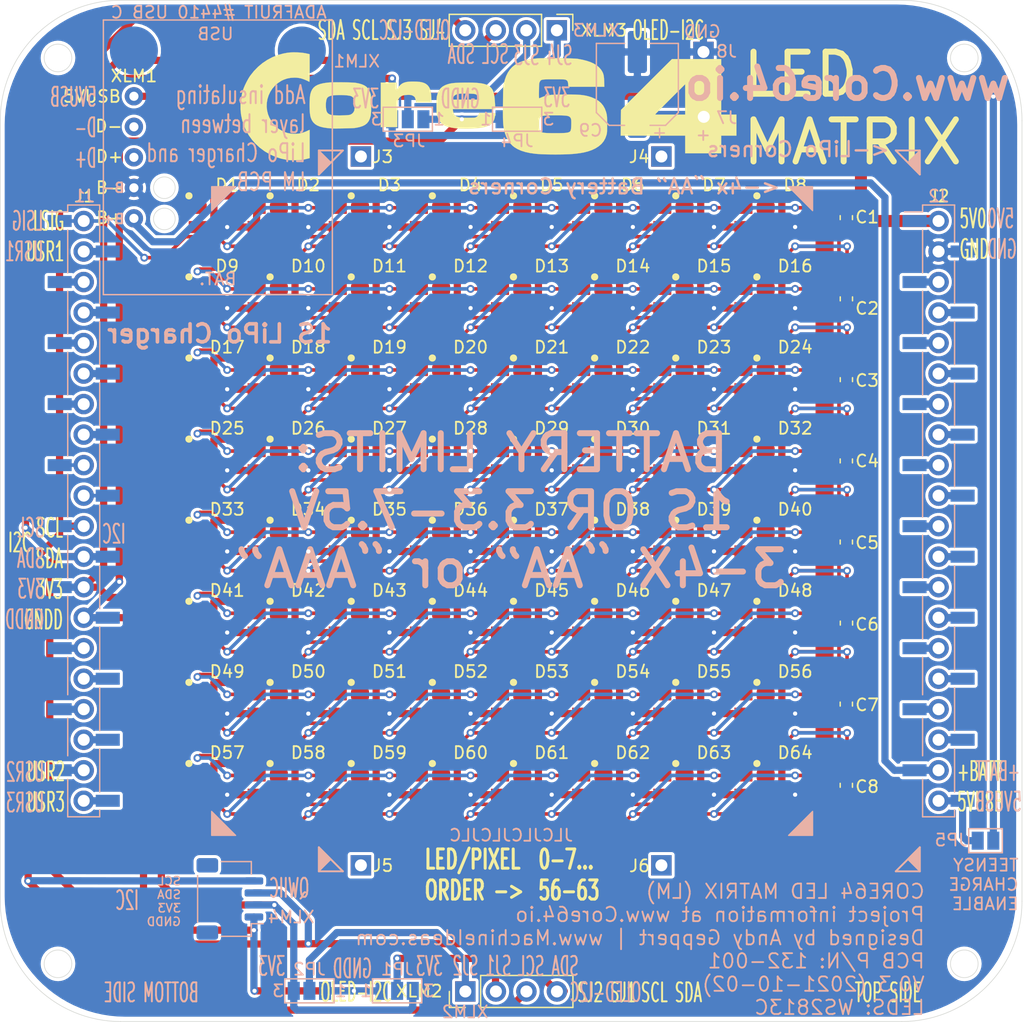
<source format=kicad_pcb>
(kicad_pcb (version 20171130) (host pcbnew "(5.1.2-1)-1")
  (title_block (title "Core 64 (Cores)") (date 2020-03-16) (rev 0.3) (company "Andy Geppert"))
  (layers (0 F.Cu signal) (31 B.Cu signal) (34 B.Paste user hide) (35 F.Paste user hide) (36 B.SilkS user) (37 F.SilkS user) (38 B.Mask user hide) (39 F.Mask user hide) (44 Edge.Cuts user))
  (net 0 "")
  (net 1 "Net-(J1-Pad18)")
  (net 2 "Net-(J1-Pad17)")
  (net 3 "Net-(J1-Pad15)")
  (net 4 "Net-(J1-Pad9)")
  (net 5 "Net-(J1-Pad4)")
  (net 6 LED_MATRIX_5V0_SIG)
  (net 7 "Net-(J1-Pad5)")
  (net 8 "Net-(J1-Pad6)")
  (net 9 "Net-(J1-Pad8)")
  (net 10 "Net-(J1-Pad7)")
  (net 11 "Net-(J1-Pad3)")
  (net 12 "Net-(J1-Pad16)")
  (net 13 "Net-(J1-Pad10)")
  (net 14 "Net-(J2-Pad18)")
  (net 15 "Net-(J2-Pad17)")
  (net 16 "Net-(J2-Pad15)")
  (net 17 "Net-(J2-Pad9)")
  (net 18 "Net-(J2-Pad4)")
  (net 19 5V0)
  (net 20 GND)
  (net 21 "Net-(J2-Pad5)")
  (net 22 "Net-(J2-Pad6)")
  (net 23 "Net-(J2-Pad8)")
  (net 24 "Net-(J2-Pad7)")
  (net 25 "Net-(J2-Pad3)")
  (net 26 "Net-(J2-Pad11)")
  (net 27 "Net-(J2-Pad13)")
  (net 28 "Net-(J2-Pad12)")
  (net 29 "Net-(J2-Pad16)")
  (net 30 "Net-(J2-Pad14)")
  (net 31 "Net-(J2-Pad10)")
  (net 32 "Net-(D1-Pad1)")
  (net 33 "Net-(D1-Pad3)")
  (net 34 "Net-(D2-Pad1)")
  (net 35 "Net-(D2-Pad3)")
  (net 36 "Net-(D3-Pad1)")
  (net 37 "Net-(D3-Pad3)")
  (net 38 "Net-(D4-Pad1)")
  (net 39 "Net-(D4-Pad3)")
  (net 40 "Net-(D5-Pad1)")
  (net 41 "Net-(D5-Pad3)")
  (net 42 "Net-(D6-Pad1)")
  (net 43 "Net-(D6-Pad3)")
  (net 44 "Net-(D7-Pad1)")
  (net 45 "Net-(D8-Pad1)")
  (net 46 "Net-(D9-Pad1)")
  (net 47 "Net-(D10-Pad1)")
  (net 48 "Net-(D10-Pad3)")
  (net 49 "Net-(D10-Pad4)")
  (net 50 "Net-(D11-Pad1)")
  (net 51 "Net-(D11-Pad3)")
  (net 52 "Net-(D12-Pad1)")
  (net 53 "Net-(D12-Pad3)")
  (net 54 "Net-(D13-Pad1)")
  (net 55 "Net-(D13-Pad3)")
  (net 56 "Net-(D14-Pad1)")
  (net 57 "Net-(D14-Pad3)")
  (net 58 "Net-(D15-Pad1)")
  (net 59 "Net-(D16-Pad1)")
  (net 60 "Net-(D17-Pad1)")
  (net 61 "Net-(D17-Pad3)")
  (net 62 "Net-(D18-Pad1)")
  (net 63 "Net-(D18-Pad3)")
  (net 64 "Net-(D19-Pad1)")
  (net 65 "Net-(D19-Pad3)")
  (net 66 "Net-(D20-Pad1)")
  (net 67 "Net-(D20-Pad3)")
  (net 68 "Net-(D21-Pad1)")
  (net 69 "Net-(D21-Pad3)")
  (net 70 "Net-(D22-Pad1)")
  (net 71 "Net-(D22-Pad3)")
  (net 72 "Net-(D23-Pad1)")
  (net 73 "Net-(D24-Pad1)")
  (net 74 "Net-(D25-Pad1)")
  (net 75 "Net-(D25-Pad3)")
  (net 76 "Net-(D26-Pad1)")
  (net 77 "Net-(D26-Pad3)")
  (net 78 "Net-(D27-Pad1)")
  (net 79 "Net-(D27-Pad3)")
  (net 80 "Net-(D28-Pad1)")
  (net 81 "Net-(D28-Pad3)")
  (net 82 "Net-(D29-Pad1)")
  (net 83 "Net-(D29-Pad3)")
  (net 84 "Net-(D30-Pad1)")
  (net 85 "Net-(D30-Pad3)")
  (net 86 "Net-(D31-Pad1)")
  (net 87 "Net-(D32-Pad1)")
  (net 88 "Net-(D33-Pad1)")
  (net 89 "Net-(D33-Pad3)")
  (net 90 "Net-(D34-Pad1)")
  (net 91 "Net-(D34-Pad3)")
  (net 92 "Net-(D35-Pad1)")
  (net 93 "Net-(D35-Pad3)")
  (net 94 "Net-(D36-Pad1)")
  (net 95 "Net-(D36-Pad3)")
  (net 96 "Net-(D37-Pad1)")
  (net 97 "Net-(D37-Pad3)")
  (net 98 "Net-(D38-Pad1)")
  (net 99 "Net-(D38-Pad3)")
  (net 100 "Net-(D39-Pad1)")
  (net 101 "Net-(D40-Pad1)")
  (net 102 "Net-(D41-Pad1)")
  (net 103 "Net-(D41-Pad3)")
  (net 104 "Net-(D42-Pad1)")
  (net 105 "Net-(D42-Pad3)")
  (net 106 "Net-(D43-Pad1)")
  (net 107 "Net-(D43-Pad3)")
  (net 108 "Net-(D44-Pad1)")
  (net 109 "Net-(D44-Pad3)")
  (net 110 "Net-(D45-Pad1)")
  (net 111 "Net-(D45-Pad3)")
  (net 112 "Net-(D46-Pad1)")
  (net 113 "Net-(D46-Pad3)")
  (net 114 "Net-(D47-Pad1)")
  (net 115 "Net-(D48-Pad1)")
  (net 116 "Net-(D49-Pad1)")
  (net 117 "Net-(D49-Pad3)")
  (net 118 "Net-(D50-Pad1)")
  (net 119 "Net-(D50-Pad3)")
  (net 120 "Net-(D51-Pad1)")
  (net 121 "Net-(D51-Pad3)")
  (net 122 "Net-(D52-Pad1)")
  (net 123 "Net-(D52-Pad3)")
  (net 124 "Net-(D53-Pad1)")
  (net 125 "Net-(D53-Pad3)")
  (net 126 "Net-(D54-Pad1)")
  (net 127 "Net-(D54-Pad3)")
  (net 128 "Net-(D55-Pad1)")
  (net 129 "Net-(D56-Pad1)")
  (net 130 "Net-(D57-Pad1)")
  (net 131 "Net-(D57-Pad3)")
  (net 132 "Net-(D58-Pad1)")
  (net 133 "Net-(D58-Pad3)")
  (net 134 "Net-(D59-Pad1)")
  (net 135 "Net-(D59-Pad3)")
  (net 136 "Net-(D60-Pad1)")
  (net 137 "Net-(D60-Pad3)")
  (net 138 "Net-(D61-Pad1)")
  (net 139 "Net-(D61-Pad3)")
  (net 140 "Net-(D62-Pad1)")
  (net 141 "Net-(D62-Pad3)")
  (net 142 "Net-(D63-Pad1)")
  (net 143 "Net-(D63-Pad3)")
  (net 144 "Net-(D64-Pad1)")
  (net 145 "Net-(D64-Pad3)")
  (net 146 R1DIN)
  (net 147 R1DO)
  (net 148 R2DIN)
  (net 149 R2DO)
  (net 150 R3DIN)
  (net 151 R3DO)
  (net 152 R4DIN)
  (net 153 R4DO)
  (net 154 R5DIN)
  (net 155 R5DO)
  (net 156 R6DIN)
  (net 157 R6DO)
  (net 158 R7DIN)
  (net 159 R7DO)
  (net 160 "Net-(J1-Pad2)")
  (net 161 +BATT)
  (net 162 5VUSB)
  (net 163 I2C_CLOCK)
  (net 164 3V3)
  (net 165 I2C_DATA)
  (net 166 GNDD)
  (net 167 "Net-(JP1-Pad2)")
  (net 168 "Net-(JP2-Pad2)")
  (net 169 "Net-(J1-Pad19)")
  (net 170 "Net-(J1-Pad20)")
  (net 171 "Net-(JP3-Pad2)")
  (net 172 "Net-(JP4-Pad2)")
  (net 173 "Net-(JP5-Pad1)")
  (net 174 "Net-(XLM1-Pad3)")
  (net 175 "Net-(XLM1-Pad2)")
  (net 176 "Net-(J3-Pad1)")
  (net 177 "Net-(J4-Pad1)")
  (net 178 "Net-(J5-Pad1)")
  (net 179 "Net-(J6-Pad1)")
  (module Core_Memory_8x8_Array:LED_WS2813_PLCC6_5.0x5.0mm_P1.6mm_Core64_Abg_Mod (layer F.Cu) (at 10.125 -3.375)
    (fp_text reference D30 (at 0 -3.5) (layer F.SilkS))
    (fp_text value WS2813C)
    (pad 1 smd roundrect (at -2.45 -1.6) (size 1.5 1) (layers F.Cu F.Paste F.Mask) (net 84 "Net-(D30-Pad1)"))
    (pad 2 smd rect (at -2.45 0) (size 1.5 1) (layers F.Cu F.Paste F.Mask) (net 19 5V0))
    (pad 3 smd rect (at -2.45 1.6) (size 1.5 1) (layers F.Cu F.Paste F.Mask) (net 85 "Net-(D30-Pad3)"))
    (pad 6 smd rect (at 2.45 -1.6) (size 1.5 1) (layers F.Cu F.Paste F.Mask) (net 81 "Net-(D28-Pad3)"))
    (pad 5 smd rect (at 2.45 0) (size 1.5 1) (layers F.Cu F.Paste F.Mask) (net 20 GND))
    (pad 4 smd rect (at 2.45 1.6) (size 1.5 1) (layers F.Cu F.Paste F.Mask) (net 83 "Net-(D29-Pad3)"))
  )
  (module Core_Memory_8x8_Array:LED_WS2813_PLCC6_5.0x5.0mm_P1.6mm_Core64_Abg_Mod (layer F.Cu) (at 23.625 -23.625)
    (fp_text reference D8 (at 0 -3.5) (layer F.SilkS))
    (fp_text value WS2813C)
    (pad 1 smd roundrect (at -2.45 -1.6) (size 1.5 1) (layers F.Cu F.Paste F.Mask) (net 45 "Net-(D8-Pad1)"))
    (pad 2 smd rect (at -2.45 0) (size 1.5 1) (layers F.Cu F.Paste F.Mask) (net 19 5V0))
    (pad 3 smd rect (at -2.45 1.6) (size 1.5 1) (layers F.Cu F.Paste F.Mask) (net 147 R1DO))
    (pad 6 smd rect (at 2.45 -1.6) (size 1.5 1) (layers F.Cu F.Paste F.Mask) (net 43 "Net-(D6-Pad3)"))
    (pad 5 smd rect (at 2.45 0) (size 1.5 1) (layers F.Cu F.Paste F.Mask) (net 20 GND))
    (pad 4 smd rect (at 2.45 1.6) (size 1.5 1) (layers F.Cu F.Paste F.Mask) (net 146 R1DIN))
  )
  (module Core_Memory_8x8_Array:LED_WS2813_PLCC6_5.0x5.0mm_P1.6mm_Core64_Abg_Mod (layer F.Cu) (at 10.125 -23.625)
    (fp_text reference D6 (at 0 -3.5) (layer F.SilkS))
    (fp_text value WS2813C)
    (pad 1 smd roundrect (at -2.45 -1.6) (size 1.5 1) (layers F.Cu F.Paste F.Mask) (net 42 "Net-(D6-Pad1)"))
    (pad 2 smd rect (at -2.45 0) (size 1.5 1) (layers F.Cu F.Paste F.Mask) (net 19 5V0))
    (pad 3 smd rect (at -2.45 1.6) (size 1.5 1) (layers F.Cu F.Paste F.Mask) (net 43 "Net-(D6-Pad3)"))
    (pad 6 smd rect (at 2.45 -1.6) (size 1.5 1) (layers F.Cu F.Paste F.Mask) (net 39 "Net-(D4-Pad3)"))
    (pad 5 smd rect (at 2.45 0) (size 1.5 1) (layers F.Cu F.Paste F.Mask) (net 20 GND))
    (pad 4 smd rect (at 2.45 1.6) (size 1.5 1) (layers F.Cu F.Paste F.Mask) (net 41 "Net-(D5-Pad3)"))
  )
  (module Core_Memory_8x8_Array:LED_WS2813_PLCC6_5.0x5.0mm_P1.6mm_Core64_Abg_Mod (layer F.Cu) (at 3.375 -23.625)
    (fp_text reference D5 (at 0 -3.5) (layer F.SilkS))
    (fp_text value WS2813C)
    (pad 1 smd roundrect (at -2.45 -1.6) (size 1.5 1) (layers F.Cu F.Paste F.Mask) (net 40 "Net-(D5-Pad1)"))
    (pad 2 smd rect (at -2.45 0) (size 1.5 1) (layers F.Cu F.Paste F.Mask) (net 19 5V0))
    (pad 3 smd rect (at -2.45 1.6) (size 1.5 1) (layers F.Cu F.Paste F.Mask) (net 41 "Net-(D5-Pad3)"))
    (pad 6 smd rect (at 2.45 -1.6) (size 1.5 1) (layers F.Cu F.Paste F.Mask) (net 37 "Net-(D3-Pad3)"))
    (pad 5 smd rect (at 2.45 0) (size 1.5 1) (layers F.Cu F.Paste F.Mask) (net 20 GND))
    (pad 4 smd rect (at 2.45 1.6) (size 1.5 1) (layers F.Cu F.Paste F.Mask) (net 39 "Net-(D4-Pad3)"))
  )
  (module Core_Memory_8x8_Array:LED_WS2813_PLCC6_5.0x5.0mm_P1.6mm_Core64_Abg_Mod (layer F.Cu) (at -3.375 16.875)
    (fp_text reference D52 (at 0 -3.5) (layer F.SilkS))
    (fp_text value WS2813C)
    (pad 1 smd roundrect (at -2.45 -1.6) (size 1.5 1) (layers F.Cu F.Paste F.Mask) (net 122 "Net-(D52-Pad1)"))
    (pad 2 smd rect (at -2.45 0) (size 1.5 1) (layers F.Cu F.Paste F.Mask) (net 19 5V0))
    (pad 3 smd rect (at -2.45 1.6) (size 1.5 1) (layers F.Cu F.Paste F.Mask) (net 123 "Net-(D52-Pad3)"))
    (pad 6 smd rect (at 2.45 -1.6) (size 1.5 1) (layers F.Cu F.Paste F.Mask) (net 119 "Net-(D50-Pad3)"))
    (pad 5 smd rect (at 2.45 0) (size 1.5 1) (layers F.Cu F.Paste F.Mask) (net 20 GND))
    (pad 4 smd rect (at 2.45 1.6) (size 1.5 1) (layers F.Cu F.Paste F.Mask) (net 121 "Net-(D51-Pad3)"))
  )
  (module Core_Memory_8x8_Array:LED_WS2813_PLCC6_5.0x5.0mm_P1.6mm_Core64_Abg_Mod (layer F.Cu) (at -10.125 -23.625)
    (fp_text reference D3 (at 0 -3.5) (layer F.SilkS))
    (fp_text value WS2813C)
    (pad 1 smd roundrect (at -2.45 -1.6) (size 1.5 1) (layers F.Cu F.Paste F.Mask) (net 36 "Net-(D3-Pad1)"))
    (pad 2 smd rect (at -2.45 0) (size 1.5 1) (layers F.Cu F.Paste F.Mask) (net 19 5V0))
    (pad 3 smd rect (at -2.45 1.6) (size 1.5 1) (layers F.Cu F.Paste F.Mask) (net 37 "Net-(D3-Pad3)"))
    (pad 6 smd rect (at 2.45 -1.6) (size 1.5 1) (layers F.Cu F.Paste F.Mask) (net 33 "Net-(D1-Pad3)"))
    (pad 5 smd rect (at 2.45 0) (size 1.5 1) (layers F.Cu F.Paste F.Mask) (net 20 GND))
    (pad 4 smd rect (at 2.45 1.6) (size 1.5 1) (layers F.Cu F.Paste F.Mask) (net 35 "Net-(D2-Pad3)"))
  )
  (module Core_Memory_8x8_Array:LED_WS2813_PLCC6_5.0x5.0mm_P1.6mm_Core64_Abg_Mod (layer F.Cu) (at -3.375 -23.625)
    (fp_text reference D4 (at 0 -3.5) (layer F.SilkS))
    (fp_text value WS2813C)
    (pad 1 smd roundrect (at -2.45 -1.6) (size 1.5 1) (layers F.Cu F.Paste F.Mask) (net 38 "Net-(D4-Pad1)"))
    (pad 2 smd rect (at -2.45 0) (size 1.5 1) (layers F.Cu F.Paste F.Mask) (net 19 5V0))
    (pad 3 smd rect (at -2.45 1.6) (size 1.5 1) (layers F.Cu F.Paste F.Mask) (net 39 "Net-(D4-Pad3)"))
    (pad 6 smd rect (at 2.45 -1.6) (size 1.5 1) (layers F.Cu F.Paste F.Mask) (net 35 "Net-(D2-Pad3)"))
    (pad 5 smd rect (at 2.45 0) (size 1.5 1) (layers F.Cu F.Paste F.Mask) (net 20 GND))
    (pad 4 smd rect (at 2.45 1.6) (size 1.5 1) (layers F.Cu F.Paste F.Mask) (net 37 "Net-(D3-Pad3)"))
  )
  (module Core_Memory_8x8_Array:LED_WS2813_PLCC6_5.0x5.0mm_P1.6mm_Core64_Abg_Mod (layer F.Cu) (at -16.875 -23.625)
    (fp_text reference D2 (at 0 -3.5) (layer F.SilkS))
    (fp_text value WS2813C)
    (pad 1 smd roundrect (at -2.45 -1.6) (size 1.5 1) (layers F.Cu F.Paste F.Mask) (net 34 "Net-(D2-Pad1)"))
    (pad 2 smd rect (at -2.45 0) (size 1.5 1) (layers F.Cu F.Paste F.Mask) (net 19 5V0))
    (pad 3 smd rect (at -2.45 1.6) (size 1.5 1) (layers F.Cu F.Paste F.Mask) (net 35 "Net-(D2-Pad3)"))
    (pad 6 smd rect (at 2.45 -1.6) (size 1.5 1) (layers F.Cu F.Paste F.Mask) (net 6 LED_MATRIX_5V0_SIG))
    (pad 5 smd rect (at 2.45 0) (size 1.5 1) (layers F.Cu F.Paste F.Mask) (net 20 GND))
    (pad 4 smd rect (at 2.45 1.6) (size 1.5 1) (layers F.Cu F.Paste F.Mask) (net 33 "Net-(D1-Pad3)"))
  )
  (module Core_Memory_8x8_Array:LED_WS2813_PLCC6_5.0x5.0mm_P1.6mm_Core64_Abg_Mod (layer F.Cu) (at -23.625 -23.625)
    (fp_text reference D1 (at 0 -3.5) (layer F.SilkS))
    (fp_text value WS2813C)
    (pad 1 smd roundrect (at -2.45 -1.6) (size 1.5 1) (layers F.Cu F.Paste F.Mask) (net 32 "Net-(D1-Pad1)"))
    (pad 2 smd rect (at -2.45 0) (size 1.5 1) (layers F.Cu F.Paste F.Mask) (net 19 5V0))
    (pad 3 smd rect (at -2.45 1.6) (size 1.5 1) (layers F.Cu F.Paste F.Mask) (net 33 "Net-(D1-Pad3)"))
    (pad 6 smd rect (at 2.45 -1.6) (size 1.5 1) (layers F.Cu F.Paste F.Mask) (net 20 GND))
    (pad 5 smd rect (at 2.45 0) (size 1.5 1) (layers F.Cu F.Paste F.Mask) (net 20 GND))
    (pad 4 smd rect (at 2.45 1.6) (size 1.5 1) (layers F.Cu F.Paste F.Mask) (net 6 LED_MATRIX_5V0_SIG))
  )
  (module Core_Memory_8x8_Array:LED_WS2813_PLCC6_5.0x5.0mm_P1.6mm_Core64_Abg_Mod (layer F.Cu) (at -16.875 -16.875)
    (fp_text reference D10 (at 0 -3.5) (layer F.SilkS))
    (fp_text value WS2813C)
    (pad 1 smd roundrect (at -2.45 -1.6) (size 1.5 1) (layers F.Cu F.Paste F.Mask) (net 47 "Net-(D10-Pad1)"))
    (pad 2 smd rect (at -2.45 0) (size 1.5 1) (layers F.Cu F.Paste F.Mask) (net 19 5V0))
    (pad 3 smd rect (at -2.45 1.6) (size 1.5 1) (layers F.Cu F.Paste F.Mask) (net 48 "Net-(D10-Pad3)"))
    (pad 6 smd rect (at 2.45 -1.6) (size 1.5 1) (layers F.Cu F.Paste F.Mask) (net 147 R1DO))
    (pad 5 smd rect (at 2.45 0) (size 1.5 1) (layers F.Cu F.Paste F.Mask) (net 20 GND))
    (pad 4 smd rect (at 2.45 1.6) (size 1.5 1) (layers F.Cu F.Paste F.Mask) (net 49 "Net-(D10-Pad4)"))
  )
  (module Core_Memory_8x8_Array:LED_WS2813_PLCC6_5.0x5.0mm_P1.6mm_Core64_Abg_Mod (layer F.Cu) (at -10.125 -16.875)
    (fp_text reference D11 (at 0 -3.5) (layer F.SilkS))
    (fp_text value WS2813C)
    (pad 1 smd roundrect (at -2.45 -1.6) (size 1.5 1) (layers F.Cu F.Paste F.Mask) (net 50 "Net-(D11-Pad1)"))
    (pad 2 smd rect (at -2.45 0) (size 1.5 1) (layers F.Cu F.Paste F.Mask) (net 19 5V0))
    (pad 3 smd rect (at -2.45 1.6) (size 1.5 1) (layers F.Cu F.Paste F.Mask) (net 51 "Net-(D11-Pad3)"))
    (pad 6 smd rect (at 2.45 -1.6) (size 1.5 1) (layers F.Cu F.Paste F.Mask) (net 49 "Net-(D10-Pad4)"))
    (pad 5 smd rect (at 2.45 0) (size 1.5 1) (layers F.Cu F.Paste F.Mask) (net 20 GND))
    (pad 4 smd rect (at 2.45 1.6) (size 1.5 1) (layers F.Cu F.Paste F.Mask) (net 48 "Net-(D10-Pad3)"))
  )
  (module Core_Memory_8x8_Array:LED_WS2813_PLCC6_5.0x5.0mm_P1.6mm_Core64_Abg_Mod (layer F.Cu) (at -3.375 -16.875)
    (fp_text reference D12 (at 0 -3.5) (layer F.SilkS))
    (fp_text value WS2813C)
    (pad 1 smd roundrect (at -2.45 -1.6) (size 1.5 1) (layers F.Cu F.Paste F.Mask) (net 52 "Net-(D12-Pad1)"))
    (pad 2 smd rect (at -2.45 0) (size 1.5 1) (layers F.Cu F.Paste F.Mask) (net 19 5V0))
    (pad 3 smd rect (at -2.45 1.6) (size 1.5 1) (layers F.Cu F.Paste F.Mask) (net 53 "Net-(D12-Pad3)"))
    (pad 6 smd rect (at 2.45 -1.6) (size 1.5 1) (layers F.Cu F.Paste F.Mask) (net 48 "Net-(D10-Pad3)"))
    (pad 5 smd rect (at 2.45 0) (size 1.5 1) (layers F.Cu F.Paste F.Mask) (net 20 GND))
    (pad 4 smd rect (at 2.45 1.6) (size 1.5 1) (layers F.Cu F.Paste F.Mask) (net 51 "Net-(D11-Pad3)"))
  )
  (module Core_Memory_8x8_Array:LED_WS2813_PLCC6_5.0x5.0mm_P1.6mm_Core64_Abg_Mod (layer F.Cu) (at -23.625 -16.875)
    (fp_text reference D9 (at 0 -3.5) (layer F.SilkS))
    (fp_text value WS2813C)
    (pad 1 smd roundrect (at -2.45 -1.6) (size 1.5 1) (layers F.Cu F.Paste F.Mask) (net 46 "Net-(D9-Pad1)"))
    (pad 2 smd rect (at -2.45 0) (size 1.5 1) (layers F.Cu F.Paste F.Mask) (net 19 5V0))
    (pad 3 smd rect (at -2.45 1.6) (size 1.5 1) (layers F.Cu F.Paste F.Mask) (net 49 "Net-(D10-Pad4)"))
    (pad 6 smd rect (at 2.45 -1.6) (size 1.5 1) (layers F.Cu F.Paste F.Mask) (net 146 R1DIN))
    (pad 5 smd rect (at 2.45 0) (size 1.5 1) (layers F.Cu F.Paste F.Mask) (net 20 GND))
    (pad 4 smd rect (at 2.45 1.6) (size 1.5 1) (layers F.Cu F.Paste F.Mask) (net 147 R1DO))
  )
  (module Core_Memory_8x8_Array:LED_WS2813_PLCC6_5.0x5.0mm_P1.6mm_Core64_Abg_Mod (layer F.Cu) (at 16.875 -16.875)
    (fp_text reference D15 (at 0 -3.5) (layer F.SilkS))
    (fp_text value WS2813C)
    (pad 1 smd roundrect (at -2.45 -1.6) (size 1.5 1) (layers F.Cu F.Paste F.Mask) (net 58 "Net-(D15-Pad1)"))
    (pad 2 smd rect (at -2.45 0) (size 1.5 1) (layers F.Cu F.Paste F.Mask) (net 19 5V0))
    (pad 3 smd rect (at -2.45 1.6) (size 1.5 1) (layers F.Cu F.Paste F.Mask) (net 148 R2DIN))
    (pad 6 smd rect (at 2.45 -1.6) (size 1.5 1) (layers F.Cu F.Paste F.Mask) (net 55 "Net-(D13-Pad3)"))
    (pad 5 smd rect (at 2.45 0) (size 1.5 1) (layers F.Cu F.Paste F.Mask) (net 20 GND))
    (pad 4 smd rect (at 2.45 1.6) (size 1.5 1) (layers F.Cu F.Paste F.Mask) (net 57 "Net-(D14-Pad3)"))
  )
  (module Core_Memory_8x8_Array:LED_WS2813_PLCC6_5.0x5.0mm_P1.6mm_Core64_Abg_Mod (layer F.Cu) (at 23.625 -10.125)
    (fp_text reference D24 (at 0 -3.5) (layer F.SilkS))
    (fp_text value WS2813C)
    (pad 1 smd roundrect (at -2.45 -1.6) (size 1.5 1) (layers F.Cu F.Paste F.Mask) (net 73 "Net-(D24-Pad1)"))
    (pad 2 smd rect (at -2.45 0) (size 1.5 1) (layers F.Cu F.Paste F.Mask) (net 19 5V0))
    (pad 3 smd rect (at -2.45 1.6) (size 1.5 1) (layers F.Cu F.Paste F.Mask) (net 151 R3DO))
    (pad 6 smd rect (at 2.45 -1.6) (size 1.5 1) (layers F.Cu F.Paste F.Mask) (net 71 "Net-(D22-Pad3)"))
    (pad 5 smd rect (at 2.45 0) (size 1.5 1) (layers F.Cu F.Paste F.Mask) (net 20 GND))
    (pad 4 smd rect (at 2.45 1.6) (size 1.5 1) (layers F.Cu F.Paste F.Mask) (net 150 R3DIN))
  )
  (module Core_Memory_8x8_Array:LED_WS2813_PLCC6_5.0x5.0mm_P1.6mm_Core64_Abg_Mod (layer F.Cu) (at 16.875 -23.625)
    (fp_text reference D7 (at 0 -3.5) (layer F.SilkS))
    (fp_text value WS2813C)
    (pad 1 smd roundrect (at -2.45 -1.6) (size 1.5 1) (layers F.Cu F.Paste F.Mask) (net 44 "Net-(D7-Pad1)"))
    (pad 2 smd rect (at -2.45 0) (size 1.5 1) (layers F.Cu F.Paste F.Mask) (net 19 5V0))
    (pad 3 smd rect (at -2.45 1.6) (size 1.5 1) (layers F.Cu F.Paste F.Mask) (net 146 R1DIN))
    (pad 6 smd rect (at 2.45 -1.6) (size 1.5 1) (layers F.Cu F.Paste F.Mask) (net 41 "Net-(D5-Pad3)"))
    (pad 5 smd rect (at 2.45 0) (size 1.5 1) (layers F.Cu F.Paste F.Mask) (net 20 GND))
    (pad 4 smd rect (at 2.45 1.6) (size 1.5 1) (layers F.Cu F.Paste F.Mask) (net 43 "Net-(D6-Pad3)"))
  )
  (module Core_Memory_8x8_Array:LED_WS2813_PLCC6_5.0x5.0mm_P1.6mm_Core64_Abg_Mod (layer F.Cu) (at 3.375 -16.875)
    (fp_text reference D13 (at 0 -3.5) (layer F.SilkS))
    (fp_text value WS2813C)
    (pad 1 smd roundrect (at -2.45 -1.6) (size 1.5 1) (layers F.Cu F.Paste F.Mask) (net 54 "Net-(D13-Pad1)"))
    (pad 2 smd rect (at -2.45 0) (size 1.5 1) (layers F.Cu F.Paste F.Mask) (net 19 5V0))
    (pad 3 smd rect (at -2.45 1.6) (size 1.5 1) (layers F.Cu F.Paste F.Mask) (net 55 "Net-(D13-Pad3)"))
    (pad 6 smd rect (at 2.45 -1.6) (size 1.5 1) (layers F.Cu F.Paste F.Mask) (net 51 "Net-(D11-Pad3)"))
    (pad 5 smd rect (at 2.45 0) (size 1.5 1) (layers F.Cu F.Paste F.Mask) (net 20 GND))
    (pad 4 smd rect (at 2.45 1.6) (size 1.5 1) (layers F.Cu F.Paste F.Mask) (net 53 "Net-(D12-Pad3)"))
  )
  (module Core_Memory_8x8_Array:LED_WS2813_PLCC6_5.0x5.0mm_P1.6mm_Core64_Abg_Mod (layer F.Cu) (at 10.125 -16.875)
    (fp_text reference D14 (at 0 -3.5) (layer F.SilkS))
    (fp_text value WS2813C)
    (pad 1 smd roundrect (at -2.45 -1.6) (size 1.5 1) (layers F.Cu F.Paste F.Mask) (net 56 "Net-(D14-Pad1)"))
    (pad 2 smd rect (at -2.45 0) (size 1.5 1) (layers F.Cu F.Paste F.Mask) (net 19 5V0))
    (pad 3 smd rect (at -2.45 1.6) (size 1.5 1) (layers F.Cu F.Paste F.Mask) (net 57 "Net-(D14-Pad3)"))
    (pad 6 smd rect (at 2.45 -1.6) (size 1.5 1) (layers F.Cu F.Paste F.Mask) (net 53 "Net-(D12-Pad3)"))
    (pad 5 smd rect (at 2.45 0) (size 1.5 1) (layers F.Cu F.Paste F.Mask) (net 20 GND))
    (pad 4 smd rect (at 2.45 1.6) (size 1.5 1) (layers F.Cu F.Paste F.Mask) (net 55 "Net-(D13-Pad3)"))
  )
  (module Core_Memory_8x8_Array:LED_WS2813_PLCC6_5.0x5.0mm_P1.6mm_Core64_Abg_Mod (layer F.Cu) (at 23.625 -16.875)
    (fp_text reference D16 (at 0 -3.5) (layer F.SilkS))
    (fp_text value WS2813C)
    (pad 1 smd roundrect (at -2.45 -1.6) (size 1.5 1) (layers F.Cu F.Paste F.Mask) (net 59 "Net-(D16-Pad1)"))
    (pad 2 smd rect (at -2.45 0) (size 1.5 1) (layers F.Cu F.Paste F.Mask) (net 19 5V0))
    (pad 3 smd rect (at -2.45 1.6) (size 1.5 1) (layers F.Cu F.Paste F.Mask) (net 149 R2DO))
    (pad 6 smd rect (at 2.45 -1.6) (size 1.5 1) (layers F.Cu F.Paste F.Mask) (net 57 "Net-(D14-Pad3)"))
    (pad 5 smd rect (at 2.45 0) (size 1.5 1) (layers F.Cu F.Paste F.Mask) (net 20 GND))
    (pad 4 smd rect (at 2.45 1.6) (size 1.5 1) (layers F.Cu F.Paste F.Mask) (net 148 R2DIN))
  )
  (module Core_Memory_8x8_Array:LED_WS2813_PLCC6_5.0x5.0mm_P1.6mm_Core64_Abg_Mod (layer F.Cu) (at -23.625 -10.125)
    (fp_text reference D17 (at 0 -3.5) (layer F.SilkS))
    (fp_text value WS2813C)
    (pad 1 smd roundrect (at -2.45 -1.6) (size 1.5 1) (layers F.Cu F.Paste F.Mask) (net 60 "Net-(D17-Pad1)"))
    (pad 2 smd rect (at -2.45 0) (size 1.5 1) (layers F.Cu F.Paste F.Mask) (net 19 5V0))
    (pad 3 smd rect (at -2.45 1.6) (size 1.5 1) (layers F.Cu F.Paste F.Mask) (net 61 "Net-(D17-Pad3)"))
    (pad 6 smd rect (at 2.45 -1.6) (size 1.5 1) (layers F.Cu F.Paste F.Mask) (net 148 R2DIN))
    (pad 5 smd rect (at 2.45 0) (size 1.5 1) (layers F.Cu F.Paste F.Mask) (net 20 GND))
    (pad 4 smd rect (at 2.45 1.6) (size 1.5 1) (layers F.Cu F.Paste F.Mask) (net 149 R2DO))
  )
  (module Core_Memory_8x8_Array:LED_WS2813_PLCC6_5.0x5.0mm_P1.6mm_Core64_Abg_Mod (layer F.Cu) (at -16.875 -10.125)
    (fp_text reference D18 (at 0 -3.5) (layer F.SilkS))
    (fp_text value WS2813C)
    (pad 1 smd roundrect (at -2.45 -1.6) (size 1.5 1) (layers F.Cu F.Paste F.Mask) (net 62 "Net-(D18-Pad1)"))
    (pad 2 smd rect (at -2.45 0) (size 1.5 1) (layers F.Cu F.Paste F.Mask) (net 19 5V0))
    (pad 3 smd rect (at -2.45 1.6) (size 1.5 1) (layers F.Cu F.Paste F.Mask) (net 63 "Net-(D18-Pad3)"))
    (pad 6 smd rect (at 2.45 -1.6) (size 1.5 1) (layers F.Cu F.Paste F.Mask) (net 149 R2DO))
    (pad 5 smd rect (at 2.45 0) (size 1.5 1) (layers F.Cu F.Paste F.Mask) (net 20 GND))
    (pad 4 smd rect (at 2.45 1.6) (size 1.5 1) (layers F.Cu F.Paste F.Mask) (net 61 "Net-(D17-Pad3)"))
  )
  (module Core_Memory_8x8_Array:LED_WS2813_PLCC6_5.0x5.0mm_P1.6mm_Core64_Abg_Mod (layer F.Cu) (at -10.125 -10.125)
    (fp_text reference D19 (at 0 -3.5) (layer F.SilkS))
    (fp_text value WS2813C)
    (pad 1 smd roundrect (at -2.45 -1.6) (size 1.5 1) (layers F.Cu F.Paste F.Mask) (net 64 "Net-(D19-Pad1)"))
    (pad 2 smd rect (at -2.45 0) (size 1.5 1) (layers F.Cu F.Paste F.Mask) (net 19 5V0))
    (pad 3 smd rect (at -2.45 1.6) (size 1.5 1) (layers F.Cu F.Paste F.Mask) (net 65 "Net-(D19-Pad3)"))
    (pad 6 smd rect (at 2.45 -1.6) (size 1.5 1) (layers F.Cu F.Paste F.Mask) (net 61 "Net-(D17-Pad3)"))
    (pad 5 smd rect (at 2.45 0) (size 1.5 1) (layers F.Cu F.Paste F.Mask) (net 20 GND))
    (pad 4 smd rect (at 2.45 1.6) (size 1.5 1) (layers F.Cu F.Paste F.Mask) (net 63 "Net-(D18-Pad3)"))
  )
  (module Core_Memory_8x8_Array:LED_WS2813_PLCC6_5.0x5.0mm_P1.6mm_Core64_Abg_Mod (layer F.Cu) (at -3.375 -10.125)
    (fp_text reference D20 (at 0 -3.5) (layer F.SilkS))
    (fp_text value WS2813C)
    (pad 1 smd roundrect (at -2.45 -1.6) (size 1.5 1) (layers F.Cu F.Paste F.Mask) (net 66 "Net-(D20-Pad1)"))
    (pad 2 smd rect (at -2.45 0) (size 1.5 1) (layers F.Cu F.Paste F.Mask) (net 19 5V0))
    (pad 3 smd rect (at -2.45 1.6) (size 1.5 1) (layers F.Cu F.Paste F.Mask) (net 67 "Net-(D20-Pad3)"))
    (pad 6 smd rect (at 2.45 -1.6) (size 1.5 1) (layers F.Cu F.Paste F.Mask) (net 63 "Net-(D18-Pad3)"))
    (pad 5 smd rect (at 2.45 0) (size 1.5 1) (layers F.Cu F.Paste F.Mask) (net 20 GND))
    (pad 4 smd rect (at 2.45 1.6) (size 1.5 1) (layers F.Cu F.Paste F.Mask) (net 65 "Net-(D19-Pad3)"))
  )
  (module Core_Memory_8x8_Array:LED_WS2813_PLCC6_5.0x5.0mm_P1.6mm_Core64_Abg_Mod (layer F.Cu) (at 3.375 -10.125)
    (fp_text reference D21 (at 0 -3.5) (layer F.SilkS))
    (fp_text value WS2813C)
    (pad 1 smd roundrect (at -2.45 -1.6) (size 1.5 1) (layers F.Cu F.Paste F.Mask) (net 68 "Net-(D21-Pad1)"))
    (pad 2 smd rect (at -2.45 0) (size 1.5 1) (layers F.Cu F.Paste F.Mask) (net 19 5V0))
    (pad 3 smd rect (at -2.45 1.6) (size 1.5 1) (layers F.Cu F.Paste F.Mask) (net 69 "Net-(D21-Pad3)"))
    (pad 6 smd rect (at 2.45 -1.6) (size 1.5 1) (layers F.Cu F.Paste F.Mask) (net 65 "Net-(D19-Pad3)"))
    (pad 5 smd rect (at 2.45 0) (size 1.5 1) (layers F.Cu F.Paste F.Mask) (net 20 GND))
    (pad 4 smd rect (at 2.45 1.6) (size 1.5 1) (layers F.Cu F.Paste F.Mask) (net 67 "Net-(D20-Pad3)"))
  )
  (module Core_Memory_8x8_Array:LED_WS2813_PLCC6_5.0x5.0mm_P1.6mm_Core64_Abg_Mod (layer F.Cu) (at 10.125 -10.125)
    (fp_text reference D22 (at 0 -3.5) (layer F.SilkS))
    (fp_text value WS2813C)
    (pad 1 smd roundrect (at -2.45 -1.6) (size 1.5 1) (layers F.Cu F.Paste F.Mask) (net 70 "Net-(D22-Pad1)"))
    (pad 2 smd rect (at -2.45 0) (size 1.5 1) (layers F.Cu F.Paste F.Mask) (net 19 5V0))
    (pad 3 smd rect (at -2.45 1.6) (size 1.5 1) (layers F.Cu F.Paste F.Mask) (net 71 "Net-(D22-Pad3)"))
    (pad 6 smd rect (at 2.45 -1.6) (size 1.5 1) (layers F.Cu F.Paste F.Mask) (net 67 "Net-(D20-Pad3)"))
    (pad 5 smd rect (at 2.45 0) (size 1.5 1) (layers F.Cu F.Paste F.Mask) (net 20 GND))
    (pad 4 smd rect (at 2.45 1.6) (size 1.5 1) (layers F.Cu F.Paste F.Mask) (net 69 "Net-(D21-Pad3)"))
  )
  (module Core_Memory_8x8_Array:LED_WS2813_PLCC6_5.0x5.0mm_P1.6mm_Core64_Abg_Mod (layer F.Cu) (at 16.875 -10.125)
    (fp_text reference D23 (at 0 -3.5) (layer F.SilkS))
    (fp_text value WS2813C)
    (pad 1 smd roundrect (at -2.45 -1.6) (size 1.5 1) (layers F.Cu F.Paste F.Mask) (net 72 "Net-(D23-Pad1)"))
    (pad 2 smd rect (at -2.45 0) (size 1.5 1) (layers F.Cu F.Paste F.Mask) (net 19 5V0))
    (pad 3 smd rect (at -2.45 1.6) (size 1.5 1) (layers F.Cu F.Paste F.Mask) (net 150 R3DIN))
    (pad 6 smd rect (at 2.45 -1.6) (size 1.5 1) (layers F.Cu F.Paste F.Mask) (net 69 "Net-(D21-Pad3)"))
    (pad 5 smd rect (at 2.45 0) (size 1.5 1) (layers F.Cu F.Paste F.Mask) (net 20 GND))
    (pad 4 smd rect (at 2.45 1.6) (size 1.5 1) (layers F.Cu F.Paste F.Mask) (net 71 "Net-(D22-Pad3)"))
  )
  (module Core_Memory_8x8_Array:LED_WS2813_PLCC6_5.0x5.0mm_P1.6mm_Core64_Abg_Mod (layer F.Cu) (at -23.625 -3.375)
    (fp_text reference D25 (at 0 -3.5) (layer F.SilkS))
    (fp_text value WS2813C)
    (pad 1 smd roundrect (at -2.45 -1.6) (size 1.5 1) (layers F.Cu F.Paste F.Mask) (net 74 "Net-(D25-Pad1)"))
    (pad 2 smd rect (at -2.45 0) (size 1.5 1) (layers F.Cu F.Paste F.Mask) (net 19 5V0))
    (pad 3 smd rect (at -2.45 1.6) (size 1.5 1) (layers F.Cu F.Paste F.Mask) (net 75 "Net-(D25-Pad3)"))
    (pad 6 smd rect (at 2.45 -1.6) (size 1.5 1) (layers F.Cu F.Paste F.Mask) (net 150 R3DIN))
    (pad 5 smd rect (at 2.45 0) (size 1.5 1) (layers F.Cu F.Paste F.Mask) (net 20 GND))
    (pad 4 smd rect (at 2.45 1.6) (size 1.5 1) (layers F.Cu F.Paste F.Mask) (net 151 R3DO))
  )
  (module Core_Memory_8x8_Array:LED_WS2813_PLCC6_5.0x5.0mm_P1.6mm_Core64_Abg_Mod (layer F.Cu) (at -16.875 -3.375)
    (fp_text reference D26 (at 0 -3.5) (layer F.SilkS))
    (fp_text value WS2813C)
    (pad 1 smd roundrect (at -2.45 -1.6) (size 1.5 1) (layers F.Cu F.Paste F.Mask) (net 76 "Net-(D26-Pad1)"))
    (pad 2 smd rect (at -2.45 0) (size 1.5 1) (layers F.Cu F.Paste F.Mask) (net 19 5V0))
    (pad 3 smd rect (at -2.45 1.6) (size 1.5 1) (layers F.Cu F.Paste F.Mask) (net 77 "Net-(D26-Pad3)"))
    (pad 6 smd rect (at 2.45 -1.6) (size 1.5 1) (layers F.Cu F.Paste F.Mask) (net 151 R3DO))
    (pad 5 smd rect (at 2.45 0) (size 1.5 1) (layers F.Cu F.Paste F.Mask) (net 20 GND))
    (pad 4 smd rect (at 2.45 1.6) (size 1.5 1) (layers F.Cu F.Paste F.Mask) (net 75 "Net-(D25-Pad3)"))
  )
  (module Core_Memory_8x8_Array:LED_WS2813_PLCC6_5.0x5.0mm_P1.6mm_Core64_Abg_Mod (layer F.Cu) (at -10.125 -3.375)
    (fp_text reference D27 (at 0 -3.5) (layer F.SilkS))
    (fp_text value WS2813C)
    (pad 1 smd roundrect (at -2.45 -1.6) (size 1.5 1) (layers F.Cu F.Paste F.Mask) (net 78 "Net-(D27-Pad1)"))
    (pad 2 smd rect (at -2.45 0) (size 1.5 1) (layers F.Cu F.Paste F.Mask) (net 19 5V0))
    (pad 3 smd rect (at -2.45 1.6) (size 1.5 1) (layers F.Cu F.Paste F.Mask) (net 79 "Net-(D27-Pad3)"))
    (pad 6 smd rect (at 2.45 -1.6) (size 1.5 1) (layers F.Cu F.Paste F.Mask) (net 75 "Net-(D25-Pad3)"))
    (pad 5 smd rect (at 2.45 0) (size 1.5 1) (layers F.Cu F.Paste F.Mask) (net 20 GND))
    (pad 4 smd rect (at 2.45 1.6) (size 1.5 1) (layers F.Cu F.Paste F.Mask) (net 77 "Net-(D26-Pad3)"))
  )
  (module Core_Memory_8x8_Array:LED_WS2813_PLCC6_5.0x5.0mm_P1.6mm_Core64_Abg_Mod (layer F.Cu) (at -3.375 -3.375)
    (fp_text reference D28 (at 0 -3.5) (layer F.SilkS))
    (fp_text value WS2813C)
    (pad 1 smd roundrect (at -2.45 -1.6) (size 1.5 1) (layers F.Cu F.Paste F.Mask) (net 80 "Net-(D28-Pad1)"))
    (pad 2 smd rect (at -2.45 0) (size 1.5 1) (layers F.Cu F.Paste F.Mask) (net 19 5V0))
    (pad 3 smd rect (at -2.45 1.6) (size 1.5 1) (layers F.Cu F.Paste F.Mask) (net 81 "Net-(D28-Pad3)"))
    (pad 6 smd rect (at 2.45 -1.6) (size 1.5 1) (layers F.Cu F.Paste F.Mask) (net 77 "Net-(D26-Pad3)"))
    (pad 5 smd rect (at 2.45 0) (size 1.5 1) (layers F.Cu F.Paste F.Mask) (net 20 GND))
    (pad 4 smd rect (at 2.45 1.6) (size 1.5 1) (layers F.Cu F.Paste F.Mask) (net 79 "Net-(D27-Pad3)"))
  )
  (module Core_Memory_8x8_Array:LED_WS2813_PLCC6_5.0x5.0mm_P1.6mm_Core64_Abg_Mod (layer F.Cu) (at 3.375 -3.375)
    (fp_text reference D29 (at 0 -3.5) (layer F.SilkS))
    (fp_text value WS2813C)
    (pad 1 smd roundrect (at -2.45 -1.6) (size 1.5 1) (layers F.Cu F.Paste F.Mask) (net 82 "Net-(D29-Pad1)"))
    (pad 2 smd rect (at -2.45 0) (size 1.5 1) (layers F.Cu F.Paste F.Mask) (net 19 5V0))
    (pad 3 smd rect (at -2.45 1.6) (size 1.5 1) (layers F.Cu F.Paste F.Mask) (net 83 "Net-(D29-Pad3)"))
    (pad 6 smd rect (at 2.45 -1.6) (size 1.5 1) (layers F.Cu F.Paste F.Mask) (net 79 "Net-(D27-Pad3)"))
    (pad 5 smd rect (at 2.45 0) (size 1.5 1) (layers F.Cu F.Paste F.Mask) (net 20 GND))
    (pad 4 smd rect (at 2.45 1.6) (size 1.5 1) (layers F.Cu F.Paste F.Mask) (net 81 "Net-(D28-Pad3)"))
  )
  (module Core_Memory_8x8_Array:LED_WS2813_PLCC6_5.0x5.0mm_P1.6mm_Core64_Abg_Mod (layer F.Cu) (at 16.875 -3.375)
    (fp_text reference D31 (at 0 -3.5) (layer F.SilkS))
    (fp_text value WS2813C)
    (pad 1 smd roundrect (at -2.45 -1.6) (size 1.5 1) (layers F.Cu F.Paste F.Mask) (net 86 "Net-(D31-Pad1)"))
    (pad 2 smd rect (at -2.45 0) (size 1.5 1) (layers F.Cu F.Paste F.Mask) (net 19 5V0))
    (pad 3 smd rect (at -2.45 1.6) (size 1.5 1) (layers F.Cu F.Paste F.Mask) (net 152 R4DIN))
    (pad 6 smd rect (at 2.45 -1.6) (size 1.5 1) (layers F.Cu F.Paste F.Mask) (net 83 "Net-(D29-Pad3)"))
    (pad 5 smd rect (at 2.45 0) (size 1.5 1) (layers F.Cu F.Paste F.Mask) (net 20 GND))
    (pad 4 smd rect (at 2.45 1.6) (size 1.5 1) (layers F.Cu F.Paste F.Mask) (net 85 "Net-(D30-Pad3)"))
  )
  (module Core_Memory_8x8_Array:LED_WS2813_PLCC6_5.0x5.0mm_P1.6mm_Core64_Abg_Mod (layer F.Cu) (at 23.625 -3.375)
    (fp_text reference D32 (at 0 -3.5) (layer F.SilkS))
    (fp_text value WS2813C)
    (pad 1 smd roundrect (at -2.45 -1.6) (size 1.5 1) (layers F.Cu F.Paste F.Mask) (net 87 "Net-(D32-Pad1)"))
    (pad 2 smd rect (at -2.45 0) (size 1.5 1) (layers F.Cu F.Paste F.Mask) (net 19 5V0))
    (pad 3 smd rect (at -2.45 1.6) (size 1.5 1) (layers F.Cu F.Paste F.Mask) (net 153 R4DO))
    (pad 6 smd rect (at 2.45 -1.6) (size 1.5 1) (layers F.Cu F.Paste F.Mask) (net 85 "Net-(D30-Pad3)"))
    (pad 5 smd rect (at 2.45 0) (size 1.5 1) (layers F.Cu F.Paste F.Mask) (net 20 GND))
    (pad 4 smd rect (at 2.45 1.6) (size 1.5 1) (layers F.Cu F.Paste F.Mask) (net 152 R4DIN))
  )
  (module Core_Memory_8x8_Array:LED_WS2813_PLCC6_5.0x5.0mm_P1.6mm_Core64_Abg_Mod (layer F.Cu) (at -23.625 3.375)
    (fp_text reference D33 (at 0 -3.5) (layer F.SilkS))
    (fp_text value WS2813C)
    (pad 1 smd roundrect (at -2.45 -1.6) (size 1.5 1) (layers F.Cu F.Paste F.Mask) (net 88 "Net-(D33-Pad1)"))
    (pad 2 smd rect (at -2.45 0) (size 1.5 1) (layers F.Cu F.Paste F.Mask) (net 19 5V0))
    (pad 3 smd rect (at -2.45 1.6) (size 1.5 1) (layers F.Cu F.Paste F.Mask) (net 89 "Net-(D33-Pad3)"))
    (pad 6 smd rect (at 2.45 -1.6) (size 1.5 1) (layers F.Cu F.Paste F.Mask) (net 152 R4DIN))
    (pad 5 smd rect (at 2.45 0) (size 1.5 1) (layers F.Cu F.Paste F.Mask) (net 20 GND))
    (pad 4 smd rect (at 2.45 1.6) (size 1.5 1) (layers F.Cu F.Paste F.Mask) (net 153 R4DO))
  )
  (module Core_Memory_8x8_Array:LED_WS2813_PLCC6_5.0x5.0mm_P1.6mm_Core64_Abg_Mod (layer F.Cu) (at -16.875 3.375)
    (fp_text reference D34 (at 0 -3.5) (layer F.SilkS))
    (fp_text value WS2813C)
    (pad 1 smd roundrect (at -2.45 -1.6) (size 1.5 1) (layers F.Cu F.Paste F.Mask) (net 90 "Net-(D34-Pad1)"))
    (pad 2 smd rect (at -2.45 0) (size 1.5 1) (layers F.Cu F.Paste F.Mask) (net 19 5V0))
    (pad 3 smd rect (at -2.45 1.6) (size 1.5 1) (layers F.Cu F.Paste F.Mask) (net 91 "Net-(D34-Pad3)"))
    (pad 6 smd rect (at 2.45 -1.6) (size 1.5 1) (layers F.Cu F.Paste F.Mask) (net 153 R4DO))
    (pad 5 smd rect (at 2.45 0) (size 1.5 1) (layers F.Cu F.Paste F.Mask) (net 20 GND))
    (pad 4 smd rect (at 2.45 1.6) (size 1.5 1) (layers F.Cu F.Paste F.Mask) (net 89 "Net-(D33-Pad3)"))
  )
  (module Core_Memory_8x8_Array:LED_WS2813_PLCC6_5.0x5.0mm_P1.6mm_Core64_Abg_Mod (layer F.Cu) (at -10.125 3.375)
    (fp_text reference D35 (at 0 -3.5) (layer F.SilkS))
    (fp_text value WS2813C)
    (pad 1 smd roundrect (at -2.45 -1.6) (size 1.5 1) (layers F.Cu F.Paste F.Mask) (net 92 "Net-(D35-Pad1)"))
    (pad 2 smd rect (at -2.45 0) (size 1.5 1) (layers F.Cu F.Paste F.Mask) (net 19 5V0))
    (pad 3 smd rect (at -2.45 1.6) (size 1.5 1) (layers F.Cu F.Paste F.Mask) (net 93 "Net-(D35-Pad3)"))
    (pad 6 smd rect (at 2.45 -1.6) (size 1.5 1) (layers F.Cu F.Paste F.Mask) (net 89 "Net-(D33-Pad3)"))
    (pad 5 smd rect (at 2.45 0) (size 1.5 1) (layers F.Cu F.Paste F.Mask) (net 20 GND))
    (pad 4 smd rect (at 2.45 1.6) (size 1.5 1) (layers F.Cu F.Paste F.Mask) (net 91 "Net-(D34-Pad3)"))
  )
  (module Core_Memory_8x8_Array:LED_WS2813_PLCC6_5.0x5.0mm_P1.6mm_Core64_Abg_Mod (layer F.Cu) (at -3.375 3.375)
    (fp_text reference D36 (at 0 -3.5) (layer F.SilkS))
    (fp_text value WS2813C)
    (pad 1 smd roundrect (at -2.45 -1.6) (size 1.5 1) (layers F.Cu F.Paste F.Mask) (net 94 "Net-(D36-Pad1)"))
    (pad 2 smd rect (at -2.45 0) (size 1.5 1) (layers F.Cu F.Paste F.Mask) (net 19 5V0))
    (pad 3 smd rect (at -2.45 1.6) (size 1.5 1) (layers F.Cu F.Paste F.Mask) (net 95 "Net-(D36-Pad3)"))
    (pad 6 smd rect (at 2.45 -1.6) (size 1.5 1) (layers F.Cu F.Paste F.Mask) (net 91 "Net-(D34-Pad3)"))
    (pad 5 smd rect (at 2.45 0) (size 1.5 1) (layers F.Cu F.Paste F.Mask) (net 20 GND))
    (pad 4 smd rect (at 2.45 1.6) (size 1.5 1) (layers F.Cu F.Paste F.Mask) (net 93 "Net-(D35-Pad3)"))
  )
  (module Core_Memory_8x8_Array:LED_WS2813_PLCC6_5.0x5.0mm_P1.6mm_Core64_Abg_Mod (layer F.Cu) (at 3.375 3.375)
    (fp_text reference D37 (at 0 -3.5) (layer F.SilkS))
    (fp_text value WS2813C)
    (pad 1 smd roundrect (at -2.45 -1.6) (size 1.5 1) (layers F.Cu F.Paste F.Mask) (net 96 "Net-(D37-Pad1)"))
    (pad 2 smd rect (at -2.45 0) (size 1.5 1) (layers F.Cu F.Paste F.Mask) (net 19 5V0))
    (pad 3 smd rect (at -2.45 1.6) (size 1.5 1) (layers F.Cu F.Paste F.Mask) (net 97 "Net-(D37-Pad3)"))
    (pad 6 smd rect (at 2.45 -1.6) (size 1.5 1) (layers F.Cu F.Paste F.Mask) (net 93 "Net-(D35-Pad3)"))
    (pad 5 smd rect (at 2.45 0) (size 1.5 1) (layers F.Cu F.Paste F.Mask) (net 20 GND))
    (pad 4 smd rect (at 2.45 1.6) (size 1.5 1) (layers F.Cu F.Paste F.Mask) (net 95 "Net-(D36-Pad3)"))
  )
  (module Core_Memory_8x8_Array:LED_WS2813_PLCC6_5.0x5.0mm_P1.6mm_Core64_Abg_Mod (layer F.Cu) (at 10.125 3.375)
    (fp_text reference D38 (at 0 -3.5) (layer F.SilkS))
    (fp_text value WS2813C)
    (pad 1 smd roundrect (at -2.45 -1.6) (size 1.5 1) (layers F.Cu F.Paste F.Mask) (net 98 "Net-(D38-Pad1)"))
    (pad 2 smd rect (at -2.45 0) (size 1.5 1) (layers F.Cu F.Paste F.Mask) (net 19 5V0))
    (pad 3 smd rect (at -2.45 1.6) (size 1.5 1) (layers F.Cu F.Paste F.Mask) (net 99 "Net-(D38-Pad3)"))
    (pad 6 smd rect (at 2.45 -1.6) (size 1.5 1) (layers F.Cu F.Paste F.Mask) (net 95 "Net-(D36-Pad3)"))
    (pad 5 smd rect (at 2.45 0) (size 1.5 1) (layers F.Cu F.Paste F.Mask) (net 20 GND))
    (pad 4 smd rect (at 2.45 1.6) (size 1.5 1) (layers F.Cu F.Paste F.Mask) (net 97 "Net-(D37-Pad3)"))
  )
  (module Core_Memory_8x8_Array:LED_WS2813_PLCC6_5.0x5.0mm_P1.6mm_Core64_Abg_Mod (layer F.Cu) (at 16.875 3.375)
    (fp_text reference D39 (at 0 -3.5) (layer F.SilkS))
    (fp_text value WS2813C)
    (pad 1 smd roundrect (at -2.45 -1.6) (size 1.5 1) (layers F.Cu F.Paste F.Mask) (net 100 "Net-(D39-Pad1)"))
    (pad 2 smd rect (at -2.45 0) (size 1.5 1) (layers F.Cu F.Paste F.Mask) (net 19 5V0))
    (pad 3 smd rect (at -2.45 1.6) (size 1.5 1) (layers F.Cu F.Paste F.Mask) (net 154 R5DIN))
    (pad 6 smd rect (at 2.45 -1.6) (size 1.5 1) (layers F.Cu F.Paste F.Mask) (net 97 "Net-(D37-Pad3)"))
    (pad 5 smd rect (at 2.45 0) (size 1.5 1) (layers F.Cu F.Paste F.Mask) (net 20 GND))
    (pad 4 smd rect (at 2.45 1.6) (size 1.5 1) (layers F.Cu F.Paste F.Mask) (net 99 "Net-(D38-Pad3)"))
  )
  (module Core_Memory_8x8_Array:LED_WS2813_PLCC6_5.0x5.0mm_P1.6mm_Core64_Abg_Mod (layer F.Cu) (at 23.625 3.375)
    (fp_text reference D40 (at 0 -3.5) (layer F.SilkS))
    (fp_text value WS2813C)
    (pad 1 smd roundrect (at -2.45 -1.6) (size 1.5 1) (layers F.Cu F.Paste F.Mask) (net 101 "Net-(D40-Pad1)"))
    (pad 2 smd rect (at -2.45 0) (size 1.5 1) (layers F.Cu F.Paste F.Mask) (net 19 5V0))
    (pad 3 smd rect (at -2.45 1.6) (size 1.5 1) (layers F.Cu F.Paste F.Mask) (net 155 R5DO))
    (pad 6 smd rect (at 2.45 -1.6) (size 1.5 1) (layers F.Cu F.Paste F.Mask) (net 99 "Net-(D38-Pad3)"))
    (pad 5 smd rect (at 2.45 0) (size 1.5 1) (layers F.Cu F.Paste F.Mask) (net 20 GND))
    (pad 4 smd rect (at 2.45 1.6) (size 1.5 1) (layers F.Cu F.Paste F.Mask) (net 154 R5DIN))
  )
  (module Core_Memory_8x8_Array:LED_WS2813_PLCC6_5.0x5.0mm_P1.6mm_Core64_Abg_Mod (layer F.Cu) (at -23.625 10.125)
    (fp_text reference D41 (at 0 -3.5) (layer F.SilkS))
    (fp_text value WS2813C)
    (pad 1 smd roundrect (at -2.45 -1.6) (size 1.5 1) (layers F.Cu F.Paste F.Mask) (net 102 "Net-(D41-Pad1)"))
    (pad 2 smd rect (at -2.45 0) (size 1.5 1) (layers F.Cu F.Paste F.Mask) (net 19 5V0))
    (pad 3 smd rect (at -2.45 1.6) (size 1.5 1) (layers F.Cu F.Paste F.Mask) (net 103 "Net-(D41-Pad3)"))
    (pad 6 smd rect (at 2.45 -1.6) (size 1.5 1) (layers F.Cu F.Paste F.Mask) (net 154 R5DIN))
    (pad 5 smd rect (at 2.45 0) (size 1.5 1) (layers F.Cu F.Paste F.Mask) (net 20 GND))
    (pad 4 smd rect (at 2.45 1.6) (size 1.5 1) (layers F.Cu F.Paste F.Mask) (net 155 R5DO))
  )
  (module Core_Memory_8x8_Array:LED_WS2813_PLCC6_5.0x5.0mm_P1.6mm_Core64_Abg_Mod (layer F.Cu) (at -16.875 10.125)
    (fp_text reference D42 (at 0 -3.5) (layer F.SilkS))
    (fp_text value WS2813C)
    (pad 1 smd roundrect (at -2.45 -1.6) (size 1.5 1) (layers F.Cu F.Paste F.Mask) (net 104 "Net-(D42-Pad1)"))
    (pad 2 smd rect (at -2.45 0) (size 1.5 1) (layers F.Cu F.Paste F.Mask) (net 19 5V0))
    (pad 3 smd rect (at -2.45 1.6) (size 1.5 1) (layers F.Cu F.Paste F.Mask) (net 105 "Net-(D42-Pad3)"))
    (pad 6 smd rect (at 2.45 -1.6) (size 1.5 1) (layers F.Cu F.Paste F.Mask) (net 155 R5DO))
    (pad 5 smd rect (at 2.45 0) (size 1.5 1) (layers F.Cu F.Paste F.Mask) (net 20 GND))
    (pad 4 smd rect (at 2.45 1.6) (size 1.5 1) (layers F.Cu F.Paste F.Mask) (net 103 "Net-(D41-Pad3)"))
  )
  (module Core_Memory_8x8_Array:LED_WS2813_PLCC6_5.0x5.0mm_P1.6mm_Core64_Abg_Mod (layer F.Cu) (at -10.125 10.125)
    (fp_text reference D43 (at 0 -3.5) (layer F.SilkS))
    (fp_text value WS2813C)
    (pad 1 smd roundrect (at -2.45 -1.6) (size 1.5 1) (layers F.Cu F.Paste F.Mask) (net 106 "Net-(D43-Pad1)"))
    (pad 2 smd rect (at -2.45 0) (size 1.5 1) (layers F.Cu F.Paste F.Mask) (net 19 5V0))
    (pad 3 smd rect (at -2.45 1.6) (size 1.5 1) (layers F.Cu F.Paste F.Mask) (net 107 "Net-(D43-Pad3)"))
    (pad 6 smd rect (at 2.45 -1.6) (size 1.5 1) (layers F.Cu F.Paste F.Mask) (net 103 "Net-(D41-Pad3)"))
    (pad 5 smd rect (at 2.45 0) (size 1.5 1) (layers F.Cu F.Paste F.Mask) (net 20 GND))
    (pad 4 smd rect (at 2.45 1.6) (size 1.5 1) (layers F.Cu F.Paste F.Mask) (net 105 "Net-(D42-Pad3)"))
  )
  (module Core_Memory_8x8_Array:LED_WS2813_PLCC6_5.0x5.0mm_P1.6mm_Core64_Abg_Mod (layer F.Cu) (at -3.375 10.125)
    (fp_text reference D44 (at 0 -3.5) (layer F.SilkS))
    (fp_text value WS2813C)
    (pad 1 smd roundrect (at -2.45 -1.6) (size 1.5 1) (layers F.Cu F.Paste F.Mask) (net 108 "Net-(D44-Pad1)"))
    (pad 2 smd rect (at -2.45 0) (size 1.5 1) (layers F.Cu F.Paste F.Mask) (net 19 5V0))
    (pad 3 smd rect (at -2.45 1.6) (size 1.5 1) (layers F.Cu F.Paste F.Mask) (net 109 "Net-(D44-Pad3)"))
    (pad 6 smd rect (at 2.45 -1.6) (size 1.5 1) (layers F.Cu F.Paste F.Mask) (net 105 "Net-(D42-Pad3)"))
    (pad 5 smd rect (at 2.45 0) (size 1.5 1) (layers F.Cu F.Paste F.Mask) (net 20 GND))
    (pad 4 smd rect (at 2.45 1.6) (size 1.5 1) (layers F.Cu F.Paste F.Mask) (net 107 "Net-(D43-Pad3)"))
  )
  (module Core_Memory_8x8_Array:LED_WS2813_PLCC6_5.0x5.0mm_P1.6mm_Core64_Abg_Mod (layer F.Cu) (at 3.375 10.125)
    (fp_text reference D45 (at 0 -3.5) (layer F.SilkS))
    (fp_text value WS2813C)
    (pad 1 smd roundrect (at -2.45 -1.6) (size 1.5 1) (layers F.Cu F.Paste F.Mask) (net 110 "Net-(D45-Pad1)"))
    (pad 2 smd rect (at -2.45 0) (size 1.5 1) (layers F.Cu F.Paste F.Mask) (net 19 5V0))
    (pad 3 smd rect (at -2.45 1.6) (size 1.5 1) (layers F.Cu F.Paste F.Mask) (net 111 "Net-(D45-Pad3)"))
    (pad 6 smd rect (at 2.45 -1.6) (size 1.5 1) (layers F.Cu F.Paste F.Mask) (net 107 "Net-(D43-Pad3)"))
    (pad 5 smd rect (at 2.45 0) (size 1.5 1) (layers F.Cu F.Paste F.Mask) (net 20 GND))
    (pad 4 smd rect (at 2.45 1.6) (size 1.5 1) (layers F.Cu F.Paste F.Mask) (net 109 "Net-(D44-Pad3)"))
  )
  (module Core_Memory_8x8_Array:LED_WS2813_PLCC6_5.0x5.0mm_P1.6mm_Core64_Abg_Mod (layer F.Cu) (at 10.125 10.125)
    (fp_text reference D46 (at 0 -3.5) (layer F.SilkS))
    (fp_text value WS2813C)
    (pad 1 smd roundrect (at -2.45 -1.6) (size 1.5 1) (layers F.Cu F.Paste F.Mask) (net 112 "Net-(D46-Pad1)"))
    (pad 2 smd rect (at -2.45 0) (size 1.5 1) (layers F.Cu F.Paste F.Mask) (net 19 5V0))
    (pad 3 smd rect (at -2.45 1.6) (size 1.5 1) (layers F.Cu F.Paste F.Mask) (net 113 "Net-(D46-Pad3)"))
    (pad 6 smd rect (at 2.45 -1.6) (size 1.5 1) (layers F.Cu F.Paste F.Mask) (net 109 "Net-(D44-Pad3)"))
    (pad 5 smd rect (at 2.45 0) (size 1.5 1) (layers F.Cu F.Paste F.Mask) (net 20 GND))
    (pad 4 smd rect (at 2.45 1.6) (size 1.5 1) (layers F.Cu F.Paste F.Mask) (net 111 "Net-(D45-Pad3)"))
  )
  (module Core_Memory_8x8_Array:LED_WS2813_PLCC6_5.0x5.0mm_P1.6mm_Core64_Abg_Mod (layer F.Cu) (at 16.875 10.125)
    (fp_text reference D47 (at 0 -3.5) (layer F.SilkS))
    (fp_text value WS2813C)
    (pad 1 smd roundrect (at -2.45 -1.6) (size 1.5 1) (layers F.Cu F.Paste F.Mask) (net 114 "Net-(D47-Pad1)"))
    (pad 2 smd rect (at -2.45 0) (size 1.5 1) (layers F.Cu F.Paste F.Mask) (net 19 5V0))
    (pad 3 smd rect (at -2.45 1.6) (size 1.5 1) (layers F.Cu F.Paste F.Mask) (net 156 R6DIN))
    (pad 6 smd rect (at 2.45 -1.6) (size 1.5 1) (layers F.Cu F.Paste F.Mask) (net 111 "Net-(D45-Pad3)"))
    (pad 5 smd rect (at 2.45 0) (size 1.5 1) (layers F.Cu F.Paste F.Mask) (net 20 GND))
    (pad 4 smd rect (at 2.45 1.6) (size 1.5 1) (layers F.Cu F.Paste F.Mask) (net 113 "Net-(D46-Pad3)"))
  )
  (module Core_Memory_8x8_Array:LED_WS2813_PLCC6_5.0x5.0mm_P1.6mm_Core64_Abg_Mod (layer F.Cu) (at 23.625 10.125)
    (fp_text reference D48 (at 0 -3.5) (layer F.SilkS))
    (fp_text value WS2813C)
    (pad 1 smd roundrect (at -2.45 -1.6) (size 1.5 1) (layers F.Cu F.Paste F.Mask) (net 115 "Net-(D48-Pad1)"))
    (pad 2 smd rect (at -2.45 0) (size 1.5 1) (layers F.Cu F.Paste F.Mask) (net 19 5V0))
    (pad 3 smd rect (at -2.45 1.6) (size 1.5 1) (layers F.Cu F.Paste F.Mask) (net 157 R6DO))
    (pad 6 smd rect (at 2.45 -1.6) (size 1.5 1) (layers F.Cu F.Paste F.Mask) (net 113 "Net-(D46-Pad3)"))
    (pad 5 smd rect (at 2.45 0) (size 1.5 1) (layers F.Cu F.Paste F.Mask) (net 20 GND))
    (pad 4 smd rect (at 2.45 1.6) (size 1.5 1) (layers F.Cu F.Paste F.Mask) (net 156 R6DIN))
  )
  (module Core_Memory_8x8_Array:LED_WS2813_PLCC6_5.0x5.0mm_P1.6mm_Core64_Abg_Mod (layer F.Cu) (at -23.625 16.875)
    (fp_text reference D49 (at 0 -3.5) (layer F.SilkS))
    (fp_text value WS2813C)
    (pad 1 smd roundrect (at -2.45 -1.6) (size 1.5 1) (layers F.Cu F.Paste F.Mask) (net 116 "Net-(D49-Pad1)"))
    (pad 2 smd rect (at -2.45 0) (size 1.5 1) (layers F.Cu F.Paste F.Mask) (net 19 5V0))
    (pad 3 smd rect (at -2.45 1.6) (size 1.5 1) (layers F.Cu F.Paste F.Mask) (net 117 "Net-(D49-Pad3)"))
    (pad 6 smd rect (at 2.45 -1.6) (size 1.5 1) (layers F.Cu F.Paste F.Mask) (net 156 R6DIN))
    (pad 5 smd rect (at 2.45 0) (size 1.5 1) (layers F.Cu F.Paste F.Mask) (net 20 GND))
    (pad 4 smd rect (at 2.45 1.6) (size 1.5 1) (layers F.Cu F.Paste F.Mask) (net 157 R6DO))
  )
  (module Core_Memory_8x8_Array:LED_WS2813_PLCC6_5.0x5.0mm_P1.6mm_Core64_Abg_Mod (layer F.Cu) (at -16.875 16.875)
    (fp_text reference D50 (at 0 -3.5) (layer F.SilkS))
    (fp_text value WS2813C)
    (pad 1 smd roundrect (at -2.45 -1.6) (size 1.5 1) (layers F.Cu F.Paste F.Mask) (net 118 "Net-(D50-Pad1)"))
    (pad 2 smd rect (at -2.45 0) (size 1.5 1) (layers F.Cu F.Paste F.Mask) (net 19 5V0))
    (pad 3 smd rect (at -2.45 1.6) (size 1.5 1) (layers F.Cu F.Paste F.Mask) (net 119 "Net-(D50-Pad3)"))
    (pad 6 smd rect (at 2.45 -1.6) (size 1.5 1) (layers F.Cu F.Paste F.Mask) (net 157 R6DO))
    (pad 5 smd rect (at 2.45 0) (size 1.5 1) (layers F.Cu F.Paste F.Mask) (net 20 GND))
    (pad 4 smd rect (at 2.45 1.6) (size 1.5 1) (layers F.Cu F.Paste F.Mask) (net 117 "Net-(D49-Pad3)"))
  )
  (module Core_Memory_8x8_Array:LED_WS2813_PLCC6_5.0x5.0mm_P1.6mm_Core64_Abg_Mod (layer F.Cu) (at -10.125 16.875)
    (fp_text reference D51 (at 0 -3.5) (layer F.SilkS))
    (fp_text value WS2813C)
    (pad 1 smd roundrect (at -2.45 -1.6) (size 1.5 1) (layers F.Cu F.Paste F.Mask) (net 120 "Net-(D51-Pad1)"))
    (pad 2 smd rect (at -2.45 0) (size 1.5 1) (layers F.Cu F.Paste F.Mask) (net 19 5V0))
    (pad 3 smd rect (at -2.45 1.6) (size 1.5 1) (layers F.Cu F.Paste F.Mask) (net 121 "Net-(D51-Pad3)"))
    (pad 6 smd rect (at 2.45 -1.6) (size 1.5 1) (layers F.Cu F.Paste F.Mask) (net 117 "Net-(D49-Pad3)"))
    (pad 5 smd rect (at 2.45 0) (size 1.5 1) (layers F.Cu F.Paste F.Mask) (net 20 GND))
    (pad 4 smd rect (at 2.45 1.6) (size 1.5 1) (layers F.Cu F.Paste F.Mask) (net 119 "Net-(D50-Pad3)"))
  )
  (module Core_Memory_8x8_Array:LED_WS2813_PLCC6_5.0x5.0mm_P1.6mm_Core64_Abg_Mod (layer F.Cu) (at 3.375 16.875)
    (fp_text reference D53 (at 0 -3.5) (layer F.SilkS))
    (fp_text value WS2813C)
    (pad 1 smd roundrect (at -2.45 -1.6) (size 1.5 1) (layers F.Cu F.Paste F.Mask) (net 124 "Net-(D53-Pad1)"))
    (pad 2 smd rect (at -2.45 0) (size 1.5 1) (layers F.Cu F.Paste F.Mask) (net 19 5V0))
    (pad 3 smd rect (at -2.45 1.6) (size 1.5 1) (layers F.Cu F.Paste F.Mask) (net 125 "Net-(D53-Pad3)"))
    (pad 6 smd rect (at 2.45 -1.6) (size 1.5 1) (layers F.Cu F.Paste F.Mask) (net 121 "Net-(D51-Pad3)"))
    (pad 5 smd rect (at 2.45 0) (size 1.5 1) (layers F.Cu F.Paste F.Mask) (net 20 GND))
    (pad 4 smd rect (at 2.45 1.6) (size 1.5 1) (layers F.Cu F.Paste F.Mask) (net 123 "Net-(D52-Pad3)"))
  )
  (module Core_Memory_8x8_Array:LED_WS2813_PLCC6_5.0x5.0mm_P1.6mm_Core64_Abg_Mod (layer F.Cu) (at 10.125 16.875)
    (fp_text reference D54 (at 0 -3.5) (layer F.SilkS))
    (fp_text value WS2813C)
    (pad 1 smd roundrect (at -2.45 -1.6) (size 1.5 1) (layers F.Cu F.Paste F.Mask) (net 126 "Net-(D54-Pad1)"))
    (pad 2 smd rect (at -2.45 0) (size 1.5 1) (layers F.Cu F.Paste F.Mask) (net 19 5V0))
    (pad 3 smd rect (at -2.45 1.6) (size 1.5 1) (layers F.Cu F.Paste F.Mask) (net 127 "Net-(D54-Pad3)"))
    (pad 6 smd rect (at 2.45 -1.6) (size 1.5 1) (layers F.Cu F.Paste F.Mask) (net 123 "Net-(D52-Pad3)"))
    (pad 5 smd rect (at 2.45 0) (size 1.5 1) (layers F.Cu F.Paste F.Mask) (net 20 GND))
    (pad 4 smd rect (at 2.45 1.6) (size 1.5 1) (layers F.Cu F.Paste F.Mask) (net 125 "Net-(D53-Pad3)"))
  )
  (module Core_Memory_8x8_Array:LED_WS2813_PLCC6_5.0x5.0mm_P1.6mm_Core64_Abg_Mod (layer F.Cu) (at 16.875 16.875)
    (fp_text reference D55 (at 0 -3.5) (layer F.SilkS))
    (fp_text value WS2813C)
    (pad 1 smd roundrect (at -2.45 -1.6) (size 1.5 1) (layers F.Cu F.Paste F.Mask) (net 128 "Net-(D55-Pad1)"))
    (pad 2 smd rect (at -2.45 0) (size 1.5 1) (layers F.Cu F.Paste F.Mask) (net 19 5V0))
    (pad 3 smd rect (at -2.45 1.6) (size 1.5 1) (layers F.Cu F.Paste F.Mask) (net 158 R7DIN))
    (pad 6 smd rect (at 2.45 -1.6) (size 1.5 1) (layers F.Cu F.Paste F.Mask) (net 125 "Net-(D53-Pad3)"))
    (pad 5 smd rect (at 2.45 0) (size 1.5 1) (layers F.Cu F.Paste F.Mask) (net 20 GND))
    (pad 4 smd rect (at 2.45 1.6) (size 1.5 1) (layers F.Cu F.Paste F.Mask) (net 127 "Net-(D54-Pad3)"))
  )
  (module Core_Memory_8x8_Array:LED_WS2813_PLCC6_5.0x5.0mm_P1.6mm_Core64_Abg_Mod (layer F.Cu) (at 23.625 16.875)
    (fp_text reference D56 (at 0 -3.5) (layer F.SilkS))
    (fp_text value WS2813C)
    (pad 1 smd roundrect (at -2.45 -1.6) (size 1.5 1) (layers F.Cu F.Paste F.Mask) (net 129 "Net-(D56-Pad1)"))
    (pad 2 smd rect (at -2.45 0) (size 1.5 1) (layers F.Cu F.Paste F.Mask) (net 19 5V0))
    (pad 3 smd rect (at -2.45 1.6) (size 1.5 1) (layers F.Cu F.Paste F.Mask) (net 159 R7DO))
    (pad 6 smd rect (at 2.45 -1.6) (size 1.5 1) (layers F.Cu F.Paste F.Mask) (net 127 "Net-(D54-Pad3)"))
    (pad 5 smd rect (at 2.45 0) (size 1.5 1) (layers F.Cu F.Paste F.Mask) (net 20 GND))
    (pad 4 smd rect (at 2.45 1.6) (size 1.5 1) (layers F.Cu F.Paste F.Mask) (net 158 R7DIN))
  )
  (module Core_Memory_8x8_Array:LED_WS2813_PLCC6_5.0x5.0mm_P1.6mm_Core64_Abg_Mod (layer F.Cu) (at -23.625 23.625)
    (fp_text reference D57 (at 0 -3.5) (layer F.SilkS))
    (fp_text value WS2813C)
    (pad 1 smd roundrect (at -2.45 -1.6) (size 1.5 1) (layers F.Cu F.Paste F.Mask) (net 130 "Net-(D57-Pad1)"))
    (pad 2 smd rect (at -2.45 0) (size 1.5 1) (layers F.Cu F.Paste F.Mask) (net 19 5V0))
    (pad 3 smd rect (at -2.45 1.6) (size 1.5 1) (layers F.Cu F.Paste F.Mask) (net 131 "Net-(D57-Pad3)"))
    (pad 6 smd rect (at 2.45 -1.6) (size 1.5 1) (layers F.Cu F.Paste F.Mask) (net 158 R7DIN))
    (pad 5 smd rect (at 2.45 0) (size 1.5 1) (layers F.Cu F.Paste F.Mask) (net 20 GND))
    (pad 4 smd rect (at 2.45 1.6) (size 1.5 1) (layers F.Cu F.Paste F.Mask) (net 159 R7DO))
  )
  (module Core_Memory_8x8_Array:LED_WS2813_PLCC6_5.0x5.0mm_P1.6mm_Core64_Abg_Mod (layer F.Cu) (at -16.875 23.625)
    (fp_text reference D58 (at 0 -3.5) (layer F.SilkS))
    (fp_text value WS2813C)
    (pad 1 smd roundrect (at -2.45 -1.6) (size 1.5 1) (layers F.Cu F.Paste F.Mask) (net 132 "Net-(D58-Pad1)"))
    (pad 2 smd rect (at -2.45 0) (size 1.5 1) (layers F.Cu F.Paste F.Mask) (net 19 5V0))
    (pad 3 smd rect (at -2.45 1.6) (size 1.5 1) (layers F.Cu F.Paste F.Mask) (net 133 "Net-(D58-Pad3)"))
    (pad 6 smd rect (at 2.45 -1.6) (size 1.5 1) (layers F.Cu F.Paste F.Mask) (net 159 R7DO))
    (pad 5 smd rect (at 2.45 0) (size 1.5 1) (layers F.Cu F.Paste F.Mask) (net 20 GND))
    (pad 4 smd rect (at 2.45 1.6) (size 1.5 1) (layers F.Cu F.Paste F.Mask) (net 131 "Net-(D57-Pad3)"))
  )
  (module Core_Memory_8x8_Array:LED_WS2813_PLCC6_5.0x5.0mm_P1.6mm_Core64_Abg_Mod (layer F.Cu) (at -10.125 23.625)
    (fp_text reference D59 (at 0 -3.5) (layer F.SilkS))
    (fp_text value WS2813C)
    (pad 1 smd roundrect (at -2.45 -1.6) (size 1.5 1) (layers F.Cu F.Paste F.Mask) (net 134 "Net-(D59-Pad1)"))
    (pad 2 smd rect (at -2.45 0) (size 1.5 1) (layers F.Cu F.Paste F.Mask) (net 19 5V0))
    (pad 3 smd rect (at -2.45 1.6) (size 1.5 1) (layers F.Cu F.Paste F.Mask) (net 135 "Net-(D59-Pad3)"))
    (pad 6 smd rect (at 2.45 -1.6) (size 1.5 1) (layers F.Cu F.Paste F.Mask) (net 131 "Net-(D57-Pad3)"))
    (pad 5 smd rect (at 2.45 0) (size 1.5 1) (layers F.Cu F.Paste F.Mask) (net 20 GND))
    (pad 4 smd rect (at 2.45 1.6) (size 1.5 1) (layers F.Cu F.Paste F.Mask) (net 133 "Net-(D58-Pad3)"))
  )
  (module Core_Memory_8x8_Array:LED_WS2813_PLCC6_5.0x5.0mm_P1.6mm_Core64_Abg_Mod (layer F.Cu) (at -3.375 23.625)
    (fp_text reference D60 (at 0 -3.5) (layer F.SilkS))
    (fp_text value WS2813C)
    (pad 1 smd roundrect (at -2.45 -1.6) (size 1.5 1) (layers F.Cu F.Paste F.Mask) (net 136 "Net-(D60-Pad1)"))
    (pad 2 smd rect (at -2.45 0) (size 1.5 1) (layers F.Cu F.Paste F.Mask) (net 19 5V0))
    (pad 3 smd rect (at -2.45 1.6) (size 1.5 1) (layers F.Cu F.Paste F.Mask) (net 137 "Net-(D60-Pad3)"))
    (pad 6 smd rect (at 2.45 -1.6) (size 1.5 1) (layers F.Cu F.Paste F.Mask) (net 133 "Net-(D58-Pad3)"))
    (pad 5 smd rect (at 2.45 0) (size 1.5 1) (layers F.Cu F.Paste F.Mask) (net 20 GND))
    (pad 4 smd rect (at 2.45 1.6) (size 1.5 1) (layers F.Cu F.Paste F.Mask) (net 135 "Net-(D59-Pad3)"))
  )
  (module Core_Memory_8x8_Array:LED_WS2813_PLCC6_5.0x5.0mm_P1.6mm_Core64_Abg_Mod (layer F.Cu) (at 3.375 23.625)
    (fp_text reference D61 (at 0 -3.5) (layer F.SilkS))
    (fp_text value WS2813C)
    (pad 1 smd roundrect (at -2.45 -1.6) (size 1.5 1) (layers F.Cu F.Paste F.Mask) (net 138 "Net-(D61-Pad1)"))
    (pad 2 smd rect (at -2.45 0) (size 1.5 1) (layers F.Cu F.Paste F.Mask) (net 19 5V0))
    (pad 3 smd rect (at -2.45 1.6) (size 1.5 1) (layers F.Cu F.Paste F.Mask) (net 139 "Net-(D61-Pad3)"))
    (pad 6 smd rect (at 2.45 -1.6) (size 1.5 1) (layers F.Cu F.Paste F.Mask) (net 135 "Net-(D59-Pad3)"))
    (pad 5 smd rect (at 2.45 0) (size 1.5 1) (layers F.Cu F.Paste F.Mask) (net 20 GND))
    (pad 4 smd rect (at 2.45 1.6) (size 1.5 1) (layers F.Cu F.Paste F.Mask) (net 137 "Net-(D60-Pad3)"))
  )
  (module Core_Memory_8x8_Array:LED_WS2813_PLCC6_5.0x5.0mm_P1.6mm_Core64_Abg_Mod (layer F.Cu) (at 10.125 23.625)
    (fp_text reference D62 (at 0 -3.5) (layer F.SilkS))
    (fp_text value WS2813C)
    (pad 1 smd roundrect (at -2.45 -1.6) (size 1.5 1) (layers F.Cu F.Paste F.Mask) (net 140 "Net-(D62-Pad1)"))
    (pad 2 smd rect (at -2.45 0) (size 1.5 1) (layers F.Cu F.Paste F.Mask) (net 19 5V0))
    (pad 3 smd rect (at -2.45 1.6) (size 1.5 1) (layers F.Cu F.Paste F.Mask) (net 141 "Net-(D62-Pad3)"))
    (pad 6 smd rect (at 2.45 -1.6) (size 1.5 1) (layers F.Cu F.Paste F.Mask) (net 137 "Net-(D60-Pad3)"))
    (pad 5 smd rect (at 2.45 0) (size 1.5 1) (layers F.Cu F.Paste F.Mask) (net 20 GND))
    (pad 4 smd rect (at 2.45 1.6) (size 1.5 1) (layers F.Cu F.Paste F.Mask) (net 139 "Net-(D61-Pad3)"))
  )
  (module Core_Memory_8x8_Array:LED_WS2813_PLCC6_5.0x5.0mm_P1.6mm_Core64_Abg_Mod (layer F.Cu) (at 16.875 23.625)
    (fp_text reference D63 (at 0 -3.5) (layer F.SilkS))
    (fp_text value WS2813C)
    (pad 1 smd roundrect (at -2.45 -1.6) (size 1.5 1) (layers F.Cu F.Paste F.Mask) (net 142 "Net-(D63-Pad1)"))
    (pad 2 smd rect (at -2.45 0) (size 1.5 1) (layers F.Cu F.Paste F.Mask) (net 19 5V0))
    (pad 3 smd rect (at -2.45 1.6) (size 1.5 1) (layers F.Cu F.Paste F.Mask) (net 143 "Net-(D63-Pad3)"))
    (pad 6 smd rect (at 2.45 -1.6) (size 1.5 1) (layers F.Cu F.Paste F.Mask) (net 139 "Net-(D61-Pad3)"))
    (pad 5 smd rect (at 2.45 0) (size 1.5 1) (layers F.Cu F.Paste F.Mask) (net 20 GND))
    (pad 4 smd rect (at 2.45 1.6) (size 1.5 1) (layers F.Cu F.Paste F.Mask) (net 141 "Net-(D62-Pad3)"))
  )
  (module Core_Memory_8x8_Array:LED_WS2813_PLCC6_5.0x5.0mm_P1.6mm_Core64_Abg_Mod (layer F.Cu) (at 23.625 23.625)
    (fp_text reference D64 (at 0 -3.5) (layer F.SilkS))
    (fp_text value WS2813C)
    (pad 1 smd roundrect (at -2.45 -1.6) (size 1.5 1) (layers F.Cu F.Paste F.Mask) (net 144 "Net-(D64-Pad1)"))
    (pad 2 smd rect (at -2.45 0) (size 1.5 1) (layers F.Cu F.Paste F.Mask) (net 19 5V0))
    (pad 3 smd rect (at -2.45 1.6) (size 1.5 1) (layers F.Cu F.Paste F.Mask) (net 145 "Net-(D64-Pad3)"))
    (pad 6 smd rect (at 2.45 -1.6) (size 1.5 1) (layers F.Cu F.Paste F.Mask) (net 141 "Net-(D62-Pad3)"))
    (pad 5 smd rect (at 2.45 0) (size 1.5 1) (layers F.Cu F.Paste F.Mask) (net 20 GND))
    (pad 4 smd rect (at 2.45 1.6) (size 1.5 1) (layers F.Cu F.Paste F.Mask) (net 143 "Net-(D63-Pad3)"))
  )
  (module Core_Memory_8x8_Array:Micro_LiPo_Charger_USB-C_CornerSMD (layer B.Cu) (at -24.4 -30.7 270)
    (fp_text reference XLM1 (at -6.725 -11.55) (layer B.SilkS) (effects (justify mirror)))
    (fp_text value Micro_LiPo_Charger-USB-C)
    (fp_text user USB (at -9 0.2) (layer B.SilkS) (effects (justify mirror)))
    (fp_text user BAT. (at 11.4 0) (layer B.SilkS) (effects (justify mirror)))
    (pad 3 thru_hole circle (at 1.27 6.985 270) (size 1.524 1.524) (drill 0.762) (layers *.Cu *.Mask) (net 174 "Net-(XLM1-Pad3)"))
    (pad 4 thru_hole circle (at 3.81 6.985 270) (size 1.524 1.524) (drill 0.762) (layers *.Cu *.Mask) (net 20 GND))
    (pad 2 thru_hole circle (at -1.27 6.985 270) (size 1.524 1.524) (drill 0.762) (layers *.Cu *.Mask) (net 175 "Net-(XLM1-Pad2)"))
    (pad 1 thru_hole circle (at -3.81 6.985 270) (size 1.524 1.524) (drill 0.762) (layers *.Cu *.Mask) (net 173 "Net-(JP5-Pad1)"))
    (pad "" smd circle (at -7.62 6.985 270) (size 4 4) (layers B.Cu B.Paste B.Mask))
    (pad "" smd circle (at -7.62 -6.985 270) (size 4 4) (layers B.Cu B.Paste B.Mask))
    (pad 5 thru_hole circle (at 6.35 6.985 270) (size 1.524 1.524) (drill 0.762) (layers *.Cu *.Mask) (net 161 +BATT))
  )
  (module Jumper:SolderJumper-2_P1.3mm_Open_Pad1.0x1.5mm (layer B.Cu) (at 39.465 27.45 180)
    (fp_text reference JP5 (at 2.865 0.05) (layer B.SilkS) (effects (justify mirror)))
    (fp_text value Teensy_Charge_Enable)
    (pad 1 smd rect (at -0.65 0 180) (size 1 1.5) (layers B.Cu B.Mask) (net 173 "Net-(JP5-Pad1)"))
    (pad 2 smd rect (at 0.65 0 180) (size 1 1.5) (layers B.Cu B.Mask) (net 162 5VUSB))
  )
  (module Connector_JST:JST_SH_SM04B-SRSS-TB_1x04-1MP_P1.00mm_Horizontal (layer B.Cu) (at -23.4 32.3 90)
    (fp_text reference XLM4 (at -1.5 5.1) (layer B.SilkS) (effects (justify mirror)))
    (fp_text value QWIIC)
    (pad MP smd roundrect (at 2.8 -1.875 90) (size 1.2 1.8) (layers B.Cu B.Paste B.Mask) (roundrect_rratio 0.208333))
    (pad MP smd roundrect (at -2.8 -1.875 90) (size 1.2 1.8) (layers B.Cu B.Paste B.Mask) (roundrect_rratio 0.208333))
    (pad 4 smd roundrect (at 1.5 2 90) (size 0.6 1.55) (layers B.Cu B.Paste B.Mask) (net 163 I2C_CLOCK))
    (pad 3 smd roundrect (at 0.5 2 90) (size 0.6 1.55) (layers B.Cu B.Paste B.Mask) (net 165 I2C_DATA))
    (pad 2 smd roundrect (at -0.5 2 90) (size 0.6 1.55) (layers B.Cu B.Paste B.Mask) (net 164 3V3))
    (pad 1 smd roundrect (at -1.5 2 90) (size 0.6 1.55) (layers B.Cu B.Paste B.Mask) (net 166 GNDD))
  )
  (module Connector_PinHeader_2.54mm:PinHeader_1x04_P2.54mm_Vertical (layer F.Cu) (at -3.81 40 90)
    (fp_text reference XLM2 (at 0.025 -3.84 180) (layer F.SilkS))
    (fp_text value Conn_01x04_Male)
    (pad 4 thru_hole oval (at 0 7.62 90) (size 1.7 1.7) (drill 1) (layers *.Cu *.Mask) (net 165 I2C_DATA))
    (pad 3 thru_hole oval (at 0 5.08 90) (size 1.7 1.7) (drill 1) (layers *.Cu *.Mask) (net 163 I2C_CLOCK))
    (pad 2 thru_hole oval (at 0 2.54 90) (size 1.7 1.7) (drill 1) (layers *.Cu *.Mask) (net 167 "Net-(JP1-Pad2)"))
    (pad 1 thru_hole rect (at 0 0 90) (size 1.7 1.7) (drill 1) (layers *.Cu *.Mask) (net 168 "Net-(JP2-Pad2)"))
  )
  (module Jumper:SolderJumper-3_P1.3mm_Open_Pad1.0x1.5mm_NumberLabels (layer B.Cu) (at -16.785 39.95 180)
    (fp_text reference JP2 (at 0 1.8) (layer B.SilkS) (effects (justify mirror)))
    (fp_text value SolderJumper_3_Open)
    (fp_text user 1 (at -2.6 0) (layer B.SilkS) (effects (justify mirror)))
    (fp_text user 3 (at 2.6 0) (layer B.SilkS) (effects (justify mirror)))
    (pad 1 smd rect (at -1.3 0 180) (size 1 1.5) (layers B.Cu B.Mask) (net 166 GNDD))
    (pad 2 smd rect (at 0 0 180) (size 1 1.5) (layers B.Cu B.Mask) (net 168 "Net-(JP2-Pad2)"))
    (pad 3 smd rect (at 1.3 0 180) (size 1 1.5) (layers B.Cu B.Mask) (net 164 3V3))
  )
  (module Jumper:SolderJumper-3_P1.3mm_Open_Pad1.0x1.5mm_NumberLabels (layer B.Cu) (at -9.485 39.95)
    (fp_text reference JP1 (at 0 -1.8) (layer B.SilkS) (effects (justify mirror)))
    (fp_text value SolderJumper_3_Open)
    (fp_text user 1 (at -2.6 0) (layer B.SilkS) (effects (justify mirror)))
    (fp_text user 3 (at 2.6 0) (layer B.SilkS) (effects (justify mirror)))
    (pad 1 smd rect (at -1.3 0) (size 1 1.5) (layers B.Cu B.Mask) (net 166 GNDD))
    (pad 2 smd rect (at 0 0) (size 1 1.5) (layers B.Cu B.Mask) (net 167 "Net-(JP1-Pad2)"))
    (pad 3 smd rect (at 1.3 0) (size 1 1.5) (layers B.Cu B.Mask) (net 164 3V3))
  )
  (module Connector_PinHeader_2.54mm:PinHeader_1x20_P2.54mm_Vertical_SMD_and_TH_Pin1Right (layer B.Cu) (at 35.56 -5.08 180)
    (fp_text reference J2 (at 0 21.12) (layer B.SilkS) (effects (justify mirror)))
    (fp_text value TSW-108-15-T-S)
    (pad 19 thru_hole circle (at 0 -26.67 180) (size 1.7 1.7) (drill 1) (layers *.Cu *.Mask) (net 161 +BATT))
    (pad 20 smd rect (at -2 -29.21 180) (size 2 1) (layers B.Cu B.Paste B.Mask) (net 162 5VUSB))
    (pad 20 thru_hole circle (at 0 -29.21 180) (size 1.7 1.7) (drill 1) (layers *.Cu *.Mask) (net 162 5VUSB))
    (pad 19 smd rect (at 2 -26.67 180) (size 2 1) (layers B.Cu B.Paste B.Mask) (net 161 +BATT))
    (pad 18 smd rect (at -2 -24.13 180) (size 2 1) (layers B.Cu B.Paste B.Mask) (net 14 "Net-(J2-Pad18)"))
    (pad 17 smd rect (at 2 -21.59 180) (size 2 1) (layers B.Cu B.Paste B.Mask) (net 15 "Net-(J2-Pad17)"))
    (pad 18 thru_hole circle (at 0 -24.13 180) (size 1.7 1.7) (drill 1) (layers *.Cu *.Mask) (net 14 "Net-(J2-Pad18)"))
    (pad 17 thru_hole circle (at 0 -21.59 180) (size 1.7 1.7) (drill 1) (layers *.Cu *.Mask) (net 15 "Net-(J2-Pad17)"))
    (pad 15 thru_hole circle (at 0 -16.51 180) (size 1.7 1.7) (drill 1) (layers *.Cu *.Mask) (net 16 "Net-(J2-Pad15)"))
    (pad 9 thru_hole circle (at 0 -1.27) (size 1.7 1.7) (drill 1) (layers *.Cu *.Mask) (net 17 "Net-(J2-Pad9)"))
    (pad 4 thru_hole circle (at 0 11.43 180) (size 1.7 1.7) (drill 1) (layers *.Cu *.Mask) (net 18 "Net-(J2-Pad4)"))
    (pad 1 thru_hole circle (at 0 19.05 180) (size 1.7 1.7) (drill 1) (layers *.Cu *.Mask) (net 19 5V0))
    (pad 2 thru_hole circle (at 0 16.51 180) (size 1.7 1.7) (drill 1) (layers *.Cu *.Mask) (net 20 GND))
    (pad 5 thru_hole circle (at 0 8.89 180) (size 1.7 1.7) (drill 1) (layers *.Cu *.Mask) (net 21 "Net-(J2-Pad5)"))
    (pad 6 thru_hole circle (at 0 6.35 180) (size 1.7 1.7) (drill 1) (layers *.Cu *.Mask) (net 22 "Net-(J2-Pad6)"))
    (pad 8 thru_hole circle (at 0 1.27 180) (size 1.7 1.7) (drill 1) (layers *.Cu *.Mask) (net 23 "Net-(J2-Pad8)"))
    (pad 7 thru_hole circle (at 0 3.81 180) (size 1.7 1.7) (drill 1) (layers *.Cu *.Mask) (net 24 "Net-(J2-Pad7)"))
    (pad 3 thru_hole circle (at 0 13.97 180) (size 1.7 1.7) (drill 1) (layers *.Cu *.Mask) (net 25 "Net-(J2-Pad3)"))
    (pad 11 thru_hole circle (at 0 -6.35 180) (size 1.7 1.7) (drill 1) (layers *.Cu *.Mask) (net 26 "Net-(J2-Pad11)"))
    (pad 13 thru_hole circle (at 0 -11.43 180) (size 1.7 1.7) (drill 1) (layers *.Cu *.Mask) (net 27 "Net-(J2-Pad13)"))
    (pad 12 thru_hole circle (at 0 -8.89 180) (size 1.7 1.7) (drill 1) (layers *.Cu *.Mask) (net 28 "Net-(J2-Pad12)"))
    (pad 16 thru_hole circle (at 0 -19.05 180) (size 1.7 1.7) (drill 1) (layers *.Cu *.Mask) (net 29 "Net-(J2-Pad16)"))
    (pad 14 thru_hole circle (at 0 -13.97 180) (size 1.7 1.7) (drill 1) (layers *.Cu *.Mask) (net 30 "Net-(J2-Pad14)"))
    (pad 10 thru_hole circle (at 0 -3.81 180) (size 1.7 1.7) (drill 1) (layers *.Cu *.Mask) (net 31 "Net-(J2-Pad10)"))
    (pad 15 smd rect (at 2 -16.51 180) (size 2 1) (layers B.Cu B.Paste B.Mask) (net 16 "Net-(J2-Pad15)"))
    (pad 13 smd rect (at 2 -11.43 180) (size 2 1) (layers B.Cu B.Paste B.Mask) (net 27 "Net-(J2-Pad13)"))
    (pad 11 smd rect (at 2 -6.35 180) (size 2 1) (layers B.Cu B.Paste B.Mask) (net 26 "Net-(J2-Pad11)"))
    (pad 9 smd rect (at 2 -1.27 180) (size 2 1) (layers B.Cu B.Paste B.Mask) (net 17 "Net-(J2-Pad9)"))
    (pad 7 smd rect (at 2 3.81 180) (size 2 1) (layers B.Cu B.Paste B.Mask) (net 24 "Net-(J2-Pad7)"))
    (pad 5 smd rect (at 2 8.89 180) (size 2 1) (layers B.Cu B.Paste B.Mask) (net 21 "Net-(J2-Pad5)"))
    (pad 3 smd rect (at 2 13.97 180) (size 2 1) (layers B.Cu B.Paste B.Mask) (net 25 "Net-(J2-Pad3)"))
    (pad 1 smd rect (at 2 19.05 180) (size 2 1) (layers B.Cu B.Paste B.Mask) (net 19 5V0))
    (pad 16 smd rect (at -2 -19.05 180) (size 2 1) (layers B.Cu B.Paste B.Mask) (net 29 "Net-(J2-Pad16)"))
    (pad 14 smd rect (at -2 -13.97 180) (size 2 1) (layers B.Cu B.Paste B.Mask) (net 30 "Net-(J2-Pad14)"))
    (pad 12 smd rect (at -2 -8.89 180) (size 2 1) (layers B.Cu B.Paste B.Mask) (net 28 "Net-(J2-Pad12)"))
    (pad 10 smd rect (at -2 -3.81 180) (size 2 1) (layers B.Cu B.Paste B.Mask) (net 31 "Net-(J2-Pad10)"))
    (pad 8 smd rect (at -2 1.27 180) (size 2 1) (layers B.Cu B.Paste B.Mask) (net 23 "Net-(J2-Pad8)"))
    (pad 6 smd rect (at -2 6.35 180) (size 2 1) (layers B.Cu B.Paste B.Mask) (net 22 "Net-(J2-Pad6)"))
    (pad 4 smd rect (at -2 11.43 180) (size 2 1) (layers B.Cu B.Paste B.Mask) (net 18 "Net-(J2-Pad4)"))
    (pad 2 smd rect (at -2 16.51 180) (size 2 1) (layers B.Cu B.Paste B.Mask) (net 20 GND))
  )
  (module Connector_PinHeader_2.54mm:PinHeader_1x20_P2.54mm_Vertical_SMD_and_TH_Pin1Right (layer B.Cu) (at -35.56 -5.08 180)
    (fp_text reference J1 (at -0.06 21.12) (layer B.SilkS) (effects (justify mirror)))
    (fp_text value TSW-108-15-T-S)
    (pad 19 thru_hole circle (at 0 -26.67 180) (size 1.7 1.7) (drill 1) (layers *.Cu *.Mask) (net 169 "Net-(J1-Pad19)"))
    (pad 20 smd rect (at -2 -29.21 180) (size 2 1) (layers B.Cu B.Paste B.Mask) (net 170 "Net-(J1-Pad20)"))
    (pad 20 thru_hole circle (at 0 -29.21 180) (size 1.7 1.7) (drill 1) (layers *.Cu *.Mask) (net 170 "Net-(J1-Pad20)"))
    (pad 19 smd rect (at 2 -26.67 180) (size 2 1) (layers B.Cu B.Paste B.Mask) (net 169 "Net-(J1-Pad19)"))
    (pad 18 smd rect (at -2 -24.13 180) (size 2 1) (layers B.Cu B.Paste B.Mask) (net 1 "Net-(J1-Pad18)"))
    (pad 17 smd rect (at 2 -21.59 180) (size 2 1) (layers B.Cu B.Paste B.Mask) (net 2 "Net-(J1-Pad17)"))
    (pad 18 thru_hole circle (at 0 -24.13 180) (size 1.7 1.7) (drill 1) (layers *.Cu *.Mask) (net 1 "Net-(J1-Pad18)"))
    (pad 17 thru_hole circle (at 0 -21.59 180) (size 1.7 1.7) (drill 1) (layers *.Cu *.Mask) (net 2 "Net-(J1-Pad17)"))
    (pad 15 thru_hole circle (at 0 -16.51 180) (size 1.7 1.7) (drill 1) (layers *.Cu *.Mask) (net 3 "Net-(J1-Pad15)"))
    (pad 9 thru_hole circle (at 0 -1.27) (size 1.7 1.7) (drill 1) (layers *.Cu *.Mask) (net 4 "Net-(J1-Pad9)"))
    (pad 4 thru_hole circle (at 0 11.43 180) (size 1.7 1.7) (drill 1) (layers *.Cu *.Mask) (net 5 "Net-(J1-Pad4)"))
    (pad 1 thru_hole circle (at 0 19.05 180) (size 1.7 1.7) (drill 1) (layers *.Cu *.Mask) (net 6 LED_MATRIX_5V0_SIG))
    (pad 2 thru_hole circle (at 0 16.51 180) (size 1.7 1.7) (drill 1) (layers *.Cu *.Mask) (net 160 "Net-(J1-Pad2)"))
    (pad 5 thru_hole circle (at 0 8.89 180) (size 1.7 1.7) (drill 1) (layers *.Cu *.Mask) (net 7 "Net-(J1-Pad5)"))
    (pad 6 thru_hole circle (at 0 6.35 180) (size 1.7 1.7) (drill 1) (layers *.Cu *.Mask) (net 8 "Net-(J1-Pad6)"))
    (pad 8 thru_hole circle (at 0 1.27 180) (size 1.7 1.7) (drill 1) (layers *.Cu *.Mask) (net 9 "Net-(J1-Pad8)"))
    (pad 7 thru_hole circle (at 0 3.81 180) (size 1.7 1.7) (drill 1) (layers *.Cu *.Mask) (net 10 "Net-(J1-Pad7)"))
    (pad 3 thru_hole circle (at 0 13.97 180) (size 1.7 1.7) (drill 1) (layers *.Cu *.Mask) (net 11 "Net-(J1-Pad3)"))
    (pad 11 thru_hole circle (at 0 -6.35 180) (size 1.7 1.7) (drill 1) (layers *.Cu *.Mask) (net 163 I2C_CLOCK))
    (pad 13 thru_hole circle (at 0 -11.43 180) (size 1.7 1.7) (drill 1) (layers *.Cu *.Mask) (net 164 3V3))
    (pad 12 thru_hole circle (at 0 -8.89 180) (size 1.7 1.7) (drill 1) (layers *.Cu *.Mask) (net 165 I2C_DATA))
    (pad 16 thru_hole circle (at 0 -19.05 180) (size 1.7 1.7) (drill 1) (layers *.Cu *.Mask) (net 12 "Net-(J1-Pad16)"))
    (pad 14 thru_hole circle (at 0 -13.97 180) (size 1.7 1.7) (drill 1) (layers *.Cu *.Mask) (net 166 GNDD))
    (pad 10 thru_hole circle (at 0 -3.81 180) (size 1.7 1.7) (drill 1) (layers *.Cu *.Mask) (net 13 "Net-(J1-Pad10)"))
    (pad 15 smd rect (at 2 -16.51 180) (size 2 1) (layers B.Cu B.Paste B.Mask) (net 3 "Net-(J1-Pad15)"))
    (pad 13 smd rect (at 2 -11.43 180) (size 2 1) (layers B.Cu B.Paste B.Mask) (net 164 3V3))
    (pad 11 smd rect (at 2 -6.35 180) (size 2 1) (layers B.Cu B.Paste B.Mask) (net 163 I2C_CLOCK))
    (pad 9 smd rect (at 2 -1.27 180) (size 2 1) (layers B.Cu B.Paste B.Mask) (net 4 "Net-(J1-Pad9)"))
    (pad 7 smd rect (at 2 3.81 180) (size 2 1) (layers B.Cu B.Paste B.Mask) (net 10 "Net-(J1-Pad7)"))
    (pad 5 smd rect (at 2 8.89 180) (size 2 1) (layers B.Cu B.Paste B.Mask) (net 7 "Net-(J1-Pad5)"))
    (pad 3 smd rect (at 2 13.97 180) (size 2 1) (layers B.Cu B.Paste B.Mask) (net 11 "Net-(J1-Pad3)"))
    (pad 1 smd rect (at 2 19.05 180) (size 2 1) (layers B.Cu B.Paste B.Mask) (net 6 LED_MATRIX_5V0_SIG))
    (pad 16 smd rect (at -2 -19.05 180) (size 2 1) (layers B.Cu B.Paste B.Mask) (net 12 "Net-(J1-Pad16)"))
    (pad 14 smd rect (at -2 -13.97 180) (size 2 1) (layers B.Cu B.Paste B.Mask) (net 166 GNDD))
    (pad 12 smd rect (at -2 -8.89 180) (size 2 1) (layers B.Cu B.Paste B.Mask) (net 165 I2C_DATA))
    (pad 10 smd rect (at -2 -3.81 180) (size 2 1) (layers B.Cu B.Paste B.Mask) (net 13 "Net-(J1-Pad10)"))
    (pad 8 smd rect (at -2 1.27 180) (size 2 1) (layers B.Cu B.Paste B.Mask) (net 9 "Net-(J1-Pad8)"))
    (pad 6 smd rect (at -2 6.35 180) (size 2 1) (layers B.Cu B.Paste B.Mask) (net 8 "Net-(J1-Pad6)"))
    (pad 4 smd rect (at -2 11.43 180) (size 2 1) (layers B.Cu B.Paste B.Mask) (net 5 "Net-(J1-Pad4)"))
    (pad 2 smd rect (at -2 16.51 180) (size 2 1) (layers B.Cu B.Paste B.Mask) (net 160 "Net-(J1-Pad2)"))
  )
  (module Capacitor_SMD:C_0603_1608Metric (layer F.Cu) (at 27.885 -24.41 270)
    (fp_text reference C1 (at -0.04 -1.73 180) (layer F.SilkS))
    (fp_text value 0.1uF)
    (pad 2 smd roundrect (at 0.7875 0 270) (size 0.875 0.95) (layers F.Cu F.Paste F.Mask) (net 20 GND))
    (pad 1 smd roundrect (at -0.7875 0 270) (size 0.875 0.95) (layers F.Cu F.Paste F.Mask) (net 19 5V0))
  )
  (module Core_Memory_8x8_Array:Core64_Logo_9mm_tall (layer F.Cu) (at 0 -33.7)
    (fp_text reference L1 hide)
    (fp_text value Core_64_Logo_9mm_tall hide)
  )
  (module Capacitor_SMD:C_0603_1608Metric (layer F.Cu) (at 27.89 -17.65 270)
    (fp_text reference C2 (at 0.8 -1.725 180) (layer F.SilkS))
    (fp_text value 0.1uF)
    (pad 2 smd roundrect (at 0.7875 0 270) (size 0.875 0.95) (layers F.Cu F.Paste F.Mask) (net 20 GND))
    (pad 1 smd roundrect (at -0.7875 0 270) (size 0.875 0.95) (layers F.Cu F.Paste F.Mask) (net 19 5V0))
  )
  (module Capacitor_SMD:C_0603_1608Metric (layer F.Cu) (at 27.89 -10.925 270)
    (fp_text reference C3 (at 0.075 -1.725 180) (layer F.SilkS))
    (fp_text value 0.1uF)
    (pad 2 smd roundrect (at 0.7875 0 270) (size 0.875 0.95) (layers F.Cu F.Paste F.Mask) (net 20 GND))
    (pad 1 smd roundrect (at -0.7875 0 270) (size 0.875 0.95) (layers F.Cu F.Paste F.Mask) (net 19 5V0))
  )
  (module Capacitor_SMD:C_0603_1608Metric (layer F.Cu) (at 27.885 -4.16 270)
    (fp_text reference C4 (at 0.01 -1.73 180) (layer F.SilkS))
    (fp_text value 0.1uF)
    (pad 2 smd roundrect (at 0.7875 0 270) (size 0.875 0.95) (layers F.Cu F.Paste F.Mask) (net 20 GND))
    (pad 1 smd roundrect (at -0.7875 0 270) (size 0.875 0.95) (layers F.Cu F.Paste F.Mask) (net 19 5V0))
  )
  (module Capacitor_SMD:C_0603_1608Metric (layer F.Cu) (at 27.885 2.59 270)
    (fp_text reference C5 (at 0.06 -1.73 180) (layer F.SilkS))
    (fp_text value 0.1uF)
    (pad 2 smd roundrect (at 0.7875 0 270) (size 0.875 0.95) (layers F.Cu F.Paste F.Mask) (net 20 GND))
    (pad 1 smd roundrect (at -0.7875 0 270) (size 0.875 0.95) (layers F.Cu F.Paste F.Mask) (net 19 5V0))
  )
  (module Capacitor_SMD:C_0603_1608Metric (layer F.Cu) (at 27.895 9.34 270)
    (fp_text reference C6 (at 0.11 -1.72 180) (layer F.SilkS))
    (fp_text value 0.1uF)
    (pad 2 smd roundrect (at 0.7875 0 270) (size 0.875 0.95) (layers F.Cu F.Paste F.Mask) (net 20 GND))
    (pad 1 smd roundrect (at -0.7875 0 270) (size 0.875 0.95) (layers F.Cu F.Paste F.Mask) (net 19 5V0))
  )
  (module Capacitor_SMD:C_0603_1608Metric (layer F.Cu) (at 27.885 16.08 270)
    (fp_text reference C7 (at 0.07 -1.73 180) (layer F.SilkS))
    (fp_text value 0.1uF)
    (pad 2 smd roundrect (at 0.7875 0 270) (size 0.875 0.95) (layers F.Cu F.Paste F.Mask) (net 20 GND))
    (pad 1 smd roundrect (at -0.7875 0 270) (size 0.875 0.95) (layers F.Cu F.Paste F.Mask) (net 19 5V0))
  )
  (module Capacitor_SMD:C_0603_1608Metric (layer F.Cu) (at 27.885 22.84 270)
    (fp_text reference C8 (at 0.11 -1.73 180) (layer F.SilkS))
    (fp_text value 0.1uF)
    (pad 2 smd roundrect (at 0.7875 0 270) (size 0.875 0.95) (layers F.Cu F.Paste F.Mask) (net 20 GND))
    (pad 1 smd roundrect (at -0.7875 0 270) (size 0.875 0.95) (layers F.Cu F.Paste F.Mask) (net 19 5V0))
  )
  (module Jumper:SolderJumper-3_P1.3mm_Open_Pad1.0x1.5mm_NumberLabels (layer B.Cu) (at -8.6 -32.6 180)
    (fp_text reference JP3 (at -0.1 -1.8) (layer B.SilkS) (effects (justify mirror)))
    (fp_text value SolderJumper_3_Open)
    (fp_text user 3 (at 2.6 0) (layer B.SilkS) (effects (justify mirror)))
    (fp_text user 1 (at -2.6 0) (layer B.SilkS) (effects (justify mirror)))
    (pad 3 smd rect (at 1.3 0 180) (size 1 1.5) (layers B.Cu B.Mask) (net 164 3V3))
    (pad 2 smd rect (at 0 0 180) (size 1 1.5) (layers B.Cu B.Mask) (net 171 "Net-(JP3-Pad2)"))
    (pad 1 smd rect (at -1.3 0 180) (size 1 1.5) (layers B.Cu B.Mask) (net 166 GNDD))
  )
  (module Jumper:SolderJumper-3_P1.3mm_Open_Pad1.0x1.5mm_NumberLabels (layer B.Cu) (at 0.5 -32.6)
    (fp_text reference JP4 (at 0 1.8) (layer B.SilkS) (effects (justify mirror)))
    (fp_text value SolderJumper_3_Open)
    (fp_text user 1 (at -2.6 0) (layer B.SilkS) (effects (justify mirror)))
    (fp_text user 3 (at 2.6 0) (layer B.SilkS) (effects (justify mirror)))
    (pad 1 smd rect (at -1.3 0) (size 1 1.5) (layers B.Cu B.Mask) (net 166 GNDD))
    (pad 2 smd rect (at 0 0) (size 1 1.5) (layers B.Cu B.Mask) (net 172 "Net-(JP4-Pad2)"))
    (pad 3 smd rect (at 1.3 0) (size 1 1.5) (layers B.Cu B.Mask) (net 164 3V3))
  )
  (module Connector_PinHeader_2.54mm:PinHeader_1x04_P2.54mm_Vertical (layer F.Cu) (at 3.8 -40 270)
    (fp_text reference XLM3 (at 0 -3.9 180) (layer F.SilkS))
    (fp_text value Conn_01x04_Male)
    (pad 1 thru_hole rect (at 0 0 270) (size 1.7 1.7) (drill 1) (layers *.Cu *.Mask) (net 172 "Net-(JP4-Pad2)"))
    (pad 2 thru_hole oval (at 0 2.54 270) (size 1.7 1.7) (drill 1) (layers *.Cu *.Mask) (net 171 "Net-(JP3-Pad2)"))
    (pad 3 thru_hole oval (at 0 5.08 270) (size 1.7 1.7) (drill 1) (layers *.Cu *.Mask) (net 163 I2C_CLOCK))
    (pad 4 thru_hole oval (at 0 7.62 270) (size 1.7 1.7) (drill 1) (layers *.Cu *.Mask) (net 165 I2C_DATA))
  )
  (module Connector_PinHeader_2.54mm:PinHeader_1x01_P2.54mm_Vertical_No_Registration (layer F.Cu) (at -12.7 -29.21)
    (fp_text reference J3 (at 2.025 -0.265) (layer F.SilkS))
    (fp_text value Conn_01x01_Male)
    (pad 1 thru_hole rect (at 0.2 -0.29) (size 1.7 1.7) (drill 1) (layers *.Cu *.Mask) (net 176 "Net-(J3-Pad1)"))
  )
  (module Connector_PinHeader_2.54mm:PinHeader_1x01_P2.54mm_Vertical_No_Registration (layer F.Cu) (at 12.7 -29.21)
    (fp_text reference J4 (at -2.05 -0.265) (layer F.SilkS))
    (fp_text value Conn_01x01_Male)
    (pad 1 thru_hole rect (at -0.2 -0.29) (size 1.7 1.7) (drill 1) (layers *.Cu *.Mask) (net 177 "Net-(J4-Pad1)"))
  )
  (module Connector_PinHeader_2.54mm:PinHeader_1x01_P2.54mm_Vertical_No_Registration (layer F.Cu) (at -12.7 29.21)
    (fp_text reference J5 (at 2.025 0.315) (layer F.SilkS))
    (fp_text value Conn_01x01_Male)
    (pad 1 thru_hole rect (at 0.2 0.29) (size 1.7 1.7) (drill 1) (layers *.Cu *.Mask) (net 178 "Net-(J5-Pad1)"))
  )
  (module Connector_PinHeader_2.54mm:PinHeader_1x01_P2.54mm_Vertical_No_Registration (layer F.Cu) (at 12.7 29.21)
    (fp_text reference J6 (at -2.025 0.34) (layer F.SilkS))
    (fp_text value Conn_01x01_Male)
    (pad 1 thru_hole rect (at -0.2 0.29) (size 1.7 1.7) (drill 1) (layers *.Cu *.Mask) (net 179 "Net-(J6-Pad1)"))
  )
  (module Capacitor_SMD:CP_Elec_6.3x7.7 (layer B.Cu) (at 10.5 -35.5 90)
    (fp_text reference C9 (at -3.825 -3.9) (layer B.SilkS) (effects (justify mirror)))
    (fp_text value 470uF)
    (pad 1 smd roundrect (at -2.7 0 90) (size 3.5 1.6) (layers B.Cu B.Paste B.Mask) (roundrect_rratio 0.15625) (net 19 5V0))
    (pad 2 smd roundrect (at 2.7 0 90) (size 3.5 1.6) (layers B.Cu B.Paste B.Mask) (roundrect_rratio 0.15625) (net 20 GND))
  )
  (module Connector_PinHeader_2.54mm:PinHeader_1x01_P2.54mm_Vertical_No_Registration (layer B.Cu) (at 16.025 -32.8)
    (fp_text reference J7 (at 1.9 0.075) (layer B.SilkS) (effects (justify mirror)))
    (fp_text value Conn_01x01_Male)
    (pad 1 thru_hole rect (at 0 0) (size 1.7 1.7) (drill 1) (layers *.Cu *.Mask) (net 19 5V0))
  )
  (module Connector_PinHeader_2.54mm:PinHeader_1x01_P2.54mm_Vertical_No_Registration (layer B.Cu) (at 16 -38.2)
    (fp_text reference J8 (at 1.925 -0.05) (layer B.SilkS) (effects (justify mirror)))
    (fp_text value Conn_01x01_Male)
    (pad 1 thru_hole rect (at 0 0) (size 1.7 1.7) (drill 1) (layers *.Cu *.Mask) (net 20 GND))
  )
  (gr_text "<-LiPo Corners" (at 31.6 -30.1) (layer B.SilkS) (effects (font (size 1.25 1.25) (thickness 0.2)) (justify left mirror)))
  (gr_poly (pts (xy -16 28) (xy -16 30) (xy -15 29)) (layer B.SilkS) (width 0.1))
  (gr_poly (pts (xy 34 30) (xy 34 28) (xy 33 29)) (layer B.SilkS) (width 0.1))
  (gr_poly (pts (xy -16 -30) (xy -15 -29) (xy -16 -28) (xy -16 -29.9)) (layer B.SilkS) (width 0.1))
  (gr_poly (pts (xy 34 -30) (xy 34 -28) (xy 33 -29)) (layer B.SilkS) (width 0.1))
  (gr_poly (pts (xy 25.08 25.01) (xy 25.08 27.01) (xy 23.08 27.01)) (layer B.SilkS) (width 0.1))
  (gr_poly (pts (xy 23.08 -26.99) (xy 25.08 -26.99) (xy 25.08 -24.99)) (layer B.SilkS) (width 0.1))
  (gr_poly (pts (xy -24.92 25.01) (xy -24.92 27.01) (xy -22.92 27.01)) (layer B.SilkS) (width 0.1))
  (gr_poly (pts (xy -24.92 -26.99) (xy -22.92 -26.99) (xy -24.92 -24.99)) (layer B.SilkS) (width 0.1))
  (gr_text "LED/PIXEL\nORDER ->" (at -7.325 30.3) (layer F.SilkS) (effects (font (size 1.6 1) (thickness 0.25)) (justify left)))
  (gr_text I2C (at -41.95 2.65) (layer F.SilkS) (effects (font (size 1.58 0.8) (thickness 0.16)) (justify left)))
  (gr_text I2C (at -31.975 1.925) (layer B.SilkS) (effects (font (size 1.58 0.8) (thickness 0.16)) (justify left mirror)))
  (gr_text I2C (at -30.875 32.425) (layer B.SilkS) (effects (font (size 1.58 0.8) (thickness 0.16)) (justify left mirror)))
  (gr_text + (at 16.7 -31.325) (layer B.SilkS) (effects (font (size 1 1)) (justify left mirror)))
  (gr_text GND (at 17.525 -39.9) (layer B.SilkS) (effects (font (size 1 1)) (justify left mirror)))
  (gr_text "TEENSY\nCHARGE\nENABLE" (at 42.3 31.1) (layer B.SilkS) (effects (font (size 1 1)) (justify left mirror)))
  (gr_text D- (at -32.25 -32.025) (layer F.SilkS) (effects (font (size 1 1)) (justify right)))
  (gr_text D+ (at -32.2 -29.5) (layer F.SilkS) (effects (font (size 1 1)) (justify right)))
  (gr_text "<-4x “AA” Battery Corners" (at 22.5 -27) (layer B.SilkS) (effects (font (size 1.25 1.25) (thickness 0.2)) (justify left mirror)))
  (gr_line (start -16 -28) (end -16 -30) (layer B.SilkS) (width 0.16))
  (gr_line (start -14 -30) (end -16 -28) (layer B.SilkS) (width 0.16))
  (gr_line (start -16 -30) (end -14 -30) (layer B.SilkS) (width 0.16))
  (gr_line (start -16 28) (end -16 30) (layer B.SilkS) (width 0.16))
  (gr_line (start -14 30) (end -16 28) (layer B.SilkS) (width 0.16))
  (gr_line (start -16 30) (end -14 30) (layer B.SilkS) (width 0.16))
  (gr_line (start 34 28) (end 34 30) (layer B.SilkS) (width 0.16))
  (gr_line (start 32 30) (end 34 28) (layer B.SilkS) (width 0.16))
  (gr_line (start 34 30) (end 32 30) (layer B.SilkS) (width 0.16))
  (gr_line (start 34 -28) (end 32 -30) (layer B.SilkS) (width 0.16))
  (gr_line (start 34 -30) (end 34 -28) (layer B.SilkS) (width 0.16))
  (gr_line (start 34 -30) (end 32 -30) (layer B.SilkS) (width 0.16))
  (gr_text JLCJLCJLCJLC (at 0 27) (layer B.SilkS) (effects (font (size 1 1)) (justify mirror)))
  (gr_text "BOTTOM SIDE" (at -25.9 40.1) (layer B.SilkS) (effects (font (size 1.58 0.8) (thickness 0.16)) (justify left mirror)))
  (gr_text "TOP SIDE" (at 28.5 40.1) (layer F.SilkS) (effects (font (size 1.58 0.8) (thickness 0.16)) (justify left)))
  (gr_text XLM1 (at -33.407143 -36.2) (layer F.SilkS) (effects (font (size 1 1)) (justify left)))
  (gr_text "SJ3 SJ4" (at -10.5 -40) (layer F.SilkS) (effects (font (size 1.58 0.8) (thickness 0.16)) (justify left)))
  (gr_text "SDA SCL" (at -16.2 -40) (layer F.SilkS) (effects (font (size 1.58 0.8) (thickness 0.16)) (justify left)))
  (gr_text OLED-I2C (at 10 -40) (layer F.SilkS) (effects (font (size 1.58 0.8) (thickness 0.16)) (justify left)))
  (gr_text "SCL SDA" (at -0.1 -38) (layer B.SilkS) (effects (font (size 1.58 0.8) (thickness 0.16)) (justify left mirror)))
  (gr_text GNDD (at -2.5 -34.3) (layer B.SilkS) (effects (font (size 1.58 0.8) (thickness 0.16)) (justify left mirror)))
  (gr_text 3V3 (at -10.9 -34.3) (layer B.SilkS) (effects (font (size 1.58 0.8) (thickness 0.16)) (justify left mirror)))
  (gr_text 3V3 (at 5 -34.4) (layer B.SilkS) (effects (font (size 1.58 0.8) (thickness 0.16)) (justify left mirror)))
  (gr_text "SJ4 SJ3" (at 5.2 -37.9) (layer B.SilkS) (effects (font (size 1.58 0.8) (thickness 0.16)) (justify left mirror)))
  (gr_text OLED-I2C (at -4.95 -40) (layer B.SilkS) (effects (font (size 1.58 0.8) (thickness 0.16)) (justify left mirror)))
  (gr_text XLM3 (at 9.1 -40) (layer B.SilkS) (effects (font (size 1 1)) (justify left mirror)))
  (gr_text "Add insulating\nlayer between\nLiPo Charger and\nLM PCB" (at -17 -31) (layer B.SilkS) (effects (font (size 1.5 1) (thickness 0.16)) (justify left mirror)))
  (gr_text B+ (at -32.175 -24.4) (layer F.SilkS) (effects (font (size 1 1)) (justify right)))
  (gr_text B- (at -32.2 -26.9) (layer F.SilkS) (effects (font (size 1 1)) (justify right)))
  (gr_text 5VUSB (at -32.375 -34.5) (layer F.SilkS) (effects (font (size 1 1)) (justify right)))
  (gr_text "USR2\nUSR3" (at -40.4 22.975) (layer F.SilkS) (effects (font (size 1.58 0.8) (thickness 0.16)) (justify left)))
  (gr_text "USR2\nUSR3" (at -38.75 23.025) (layer B.SilkS) (effects (font (size 1.58 0.8) (thickness 0.16)) (justify left mirror)))
  (gr_text J2 (at 35.6 -26.2) (layer F.SilkS) (effects (font (size 1 1))))
  (gr_text J1 (at -35.5 -26.2) (layer F.SilkS) (effects (font (size 1 1))))
  (gr_text QWIIC (at -16.7 31.4) (layer B.SilkS) (effects (font (size 1.58 0.8) (thickness 0.16)) (justify left mirror)))
  (gr_text "SCL\nSDA\n3V3\nGNDD" (at -27.4 32.5) (layer B.SilkS) (effects (font (size 0.7 0.7) (thickness 0.12)) (justify left mirror)))
  (gr_text "5VUSB\nD-\nD+" (at -34.4 -31.9) (layer B.SilkS) (effects (font (size 1.58 0.8) (thickness 0.16)) (justify left mirror)))
  (gr_text XLM2 (at -1.8 41.7) (layer B.SilkS) (effects (font (size 1 1)) (justify left mirror)))
  (gr_text OLED-I2C (at 10.925 40.075) (layer B.SilkS) (effects (font (size 1.58 0.8) (thickness 0.16)) (justify left mirror)))
  (gr_text "ADAFRUIT #4410 USB C" (at -15.25 -41.5) (layer B.SilkS) (effects (font (size 1 1)) (justify left mirror)))
  (gr_text "BATTERY LIMITS:\n1S OR 3.3-7.5V\n3-4X “AA” or “AAA”" (at 0 0) (layer B.SilkS) (effects (font (size 3 3) (thickness 0.5)) (justify mirror)))
  (gr_circle (center -28.85 -24.3) (end -27.95 -24.3) (layer Edge.Cuts) (width 0.05))
  (gr_circle (center -28.85 -26.9) (end -27.95 -26.9) (layer Edge.Cuts) (width 0.05))
  (gr_text B- (at -33.1 -26.9) (layer B.SilkS) (effects (font (size 0.8 0.8) (thickness 0.16)) (justify mirror)))
  (gr_text B+ (at -33.1 -24.3) (layer B.SilkS) (effects (font (size 0.8 0.8) (thickness 0.16)) (justify mirror)))
  (gr_text OLED-I2C (at -15.975 40.05) (layer F.SilkS) (effects (font (size 1.58 0.8) (thickness 0.16)) (justify left)))
  (gr_text "SCL SDA" (at 10.7 40.1) (layer F.SilkS) (effects (font (size 1.58 0.8) (thickness 0.16)) (justify left)))
  (gr_text "SJ2 SJ1" (at 5.4 40.1) (layer F.SilkS) (effects (font (size 1.58 0.8) (thickness 0.16)) (justify left)))
  (gr_text "SJ1 SJ2" (at 0.115 37.875) (layer B.SilkS) (effects (font (size 1.58 0.8) (thickness 0.16)) (justify left mirror)))
  (gr_text 3V3 (at -5.6 37.9) (layer B.SilkS) (effects (font (size 1.58 0.8) (thickness 0.16)) (justify left mirror)))
  (gr_text 3V3 (at -18.7 37.9) (layer B.SilkS) (effects (font (size 1.58 0.8) (thickness 0.16)) (justify left mirror)))
  (gr_text GNDD (at -11.485 38.1) (layer B.SilkS) (effects (font (size 1.58 0.8) (thickness 0.16)) (justify left mirror)))
  (gr_text "SDA SCL" (at 5.715 37.9) (layer B.SilkS) (effects (font (size 1.58 0.8) (thickness 0.16)) (justify left mirror)))
  (gr_text "+BATT\n5VUSB" (at 37.015 22.95) (layer F.SilkS) (effects (font (size 1.58 0.8) (thickness 0.16)) (justify left)))
  (gr_text "+BATT\n5VUSB" (at 38.515 22.95) (layer B.SilkS) (effects (font (size 1.58 0.8) (thickness 0.16)) (justify right mirror)))
  (gr_text "SCL\nSDA\n3V3\nGNDD" (at -38.75 5.225) (layer B.SilkS) (effects (font (size 1.58 0.8) (thickness 0.16)) (justify left mirror)))
  (gr_text "SCL\nSDA\n3V3\nGNDD" (at -37.185 5.25) (layer F.SilkS) (effects (font (size 1.58 0.8) (thickness 0.16)) (justify right)))
  (gr_text "1S LiPo Charger" (at -24.25 -14.75) (layer B.SilkS) (effects (font (size 1.5 1.5) (thickness 0.3)) (justify mirror)))
  (gr_circle (center -37.7 -37.7) (end -36.55 -37.7) (layer Edge.Cuts) (width 0.05))
  (gr_circle (center 37.7 37.7) (end 38.85 37.7) (layer Edge.Cuts) (width 0.05))
  (gr_circle (center 37.7 -37.7) (end 38.85 -37.7) (layer Edge.Cuts) (width 0.05))
  (gr_circle (center -37.7 37.7) (end -36.55 37.7) (layer Edge.Cuts) (width 0.05))
  (gr_text "0-7…\n56-63" (at 2.125 30.3) (layer F.SilkS) (effects (font (size 1.6 1) (thickness 0.25)) (justify left)))
  (gr_text "5V0\nGND" (at 39.515 -23.05) (layer B.SilkS) (effects (font (size 1.58 0.8) (thickness 0.16)) (justify right mirror)))
  (gr_text "LED\nMATRIX" (at 19 -33.5) (layer F.SilkS) (effects (font (size 3.5 3.5) (thickness 0.5)) (justify left)))
  (gr_text "LSIG\nUSR1" (at -38.825 -22.85) (layer B.SilkS) (effects (font (size 1.58 0.8) (thickness 0.16)) (justify left mirror)))
  (gr_text "LSIG\nUSR1" (at -37.085 -22.85) (layer F.SilkS) (effects (font (size 1.58 0.8) (thickness 0.16)) (justify right)))
  (gr_text www.Core64.io (at 27.975 -35.5) (layer B.SilkS) (effects (font (size 2.5 2.5) (thickness 0.5)) (justify mirror)))
  (gr_text "5V0\nGND" (at 37.215 -23.05) (layer F.SilkS) (effects (font (size 1.58 0.8) (thickness 0.16)) (justify left)))
  (gr_text "CORE64 LED MATRIX (LM)\nProject information at www.Core64.io\nDesigned by Andy Geppert | www.MachineIdeas.com\nPCB P/N: 132-001  \nV0.3 (2021-10-02)\nLEDS: WS2813C" (at 34.5 36.5) (layer B.SilkS) (effects (font (size 1.2 1.2)) (justify left mirror)))
  (gr_arc (start 32.5 32.5) (end 32.5 42.5) (angle -90) (layer Edge.Cuts) (width 0.05))
  (gr_arc (start -32.5 -32.5) (end -42.5 -32.5) (angle 90) (layer Edge.Cuts) (width 0.05))
  (gr_arc (start 32.5 -32.5) (end 42.5 -32.5) (angle -90) (layer Edge.Cuts) (width 0.05))
  (gr_arc (start -32.5 32.5) (end -32.5 42.5) (angle 90) (layer Edge.Cuts) (width 0.05))
  (gr_line (start -32.5 42.5) (end 32.5 42.5) (layer Edge.Cuts) (width 0.05))
  (gr_line (start 42.5 -32.5) (end 42.5 32.5) (layer Edge.Cuts) (width 0.05))
  (gr_line (start -42.5 32.5) (end -42.5 -32.5) (layer Edge.Cuts) (width 0.05))
  (gr_line (start -32.5 -42.5) (end 32.5 -42.5) (layer Edge.Cuts) (width 0.05))
  (segment (start -35.56 19.05) (end -33.56 19.05) (width 0.6) (layer B.Cu) (net 1))
  (segment (start -35.56 16.51) (end -37.56 16.51) (width 0.6) (layer B.Cu) (net 2))
  (segment (start -35.56 11.43) (end -37.215 11.43) (width 0.3) (layer B.Cu) (net 3))
  (segment (start -35.56 11.43) (end -37.56 11.43) (width 0.6) (layer B.Cu) (net 3))
  (segment (start -35.56 -3.81) (end -37.215 -3.81) (width 0.3) (layer B.Cu) (net 4))
  (segment (start -33.905 -16.51) (end -35.56 -16.51) (width 0.6) (layer B.Cu) (net 5))
  (segment (start -35.451582 -16.401582) (end -35.56 -16.51) (width 0.6) (layer F.Cu) (net 5))
  (via (at -23.625 -22.025) (size 0.65) (drill 0.35) (layers F.Cu B.Cu) (net 6))
  (segment (start -21.175 -22.025) (end -21.16 -22.04) (width 0.3) (layer F.Cu) (net 6))
  (segment (start -37.56 -24.13) (end -35.56 -24.13) (width 0.3) (layer B.Cu) (net 6))
  (segment (start -14.31 -25.225) (end -14.425 -25.225) (width 0.3) (layer F.Cu) (net 6))
  (via (at -16.875 -25.23) (size 0.65) (drill 0.35) (layers F.Cu B.Cu) (net 6))
  (segment (start -14.315 -25.23) (end -16.875 -25.23) (width 0.3) (layer F.Cu) (net 6))
  (segment (start -23.625 -22.025) (end -21.175 -22.025) (width 0.3) (layer F.Cu) (net 6))
  (segment (start -20.42 -25.23) (end -16.875 -25.23) (width 0.3) (layer B.Cu) (net 6))
  (segment (start -23.625 -22.025) (end -20.42 -25.23) (width 0.3) (layer B.Cu) (net 6))
  (via (at -30.524996 -21.075) (size 0.65) (drill 0.35) (layers F.Cu B.Cu) (net 6))
  (segment (start -35.56 -24.13) (end -33.579996 -24.13) (width 0.3) (layer B.Cu) (net 6))
  (segment (start -30.849995 -21.399999) (end -30.524996 -21.075) (width 0.3) (layer B.Cu) (net 6))
  (segment (start -33.579996 -24.13) (end -30.849995 -21.399999) (width 0.3) (layer B.Cu) (net 6))
  (segment (start -28.85 -21.075) (end -30.524996 -21.075) (width 0.3) (layer F.Cu) (net 6))
  (segment (start -27.1 -22.825) (end -28.85 -21.075) (width 0.3) (layer F.Cu) (net 6))
  (segment (start -24.425 -22.825) (end -27.1 -22.825) (width 0.3) (layer F.Cu) (net 6))
  (segment (start -23.625 -22.025) (end -24.425 -22.825) (width 0.3) (layer F.Cu) (net 6))
  (segment (start -35.56 -13.97) (end -37.56 -13.97) (width 0.6) (layer B.Cu) (net 7))
  (segment (start -35.325 -11.43) (end -35.56 -11.43) (width 0.6) (layer F.Cu) (net 8))
  (segment (start -35.56 -11.43) (end -33.905 -11.43) (width 0.6) (layer B.Cu) (net 8))
  (segment (start -35.56 -6.35) (end -33.905 -6.35) (width 0.6) (layer B.Cu) (net 9))
  (segment (start -33.385 -6.35) (end -35.56 -6.35) (width 0.6) (layer B.Cu) (net 9))
  (segment (start -35.56 -8.89) (end -37.215 -8.89) (width 0.6) (layer B.Cu) (net 10))
  (segment (start -35.125 -8.89) (end -35.56 -8.89) (width 0.6) (layer F.Cu) (net 10))
  (segment (start -37.215 -19.05) (end -35.56 -19.05) (width 0.6) (layer B.Cu) (net 11))
  (segment (start -34.59 13.97) (end -35.56 13.97) (width 0.6) (layer B.Cu) (net 12))
  (segment (start -34.59 13.97) (end -33.535 13.97) (width 0.3) (layer B.Cu) (net 12))
  (segment (start -33.56 13.97) (end -35.56 13.97) (width 0.6) (layer B.Cu) (net 12))
  (segment (start -33.905 -1.27) (end -35.56 -1.27) (width 0.3) (layer B.Cu) (net 13))
  (segment (start 35.56 19.05) (end 37.215 19.05) (width 0.3) (layer B.Cu) (net 14))
  (segment (start 35.56 19.05) (end 37.56 19.05) (width 0.6) (layer B.Cu) (net 14))
  (segment (start 33.905 16.51) (end 35.56 16.51) (width 0.3) (layer B.Cu) (net 15))
  (segment (start 35.56 16.51) (end 33.56 16.51) (width 0.6) (layer B.Cu) (net 15))
  (segment (start 35.56 11.43) (end 33.905 11.43) (width 0.3) (layer B.Cu) (net 16))
  (segment (start 35.56 11.43) (end 33.56 11.43) (width 0.6) (layer B.Cu) (net 16))
  (segment (start 33.905 -3.81) (end 35.56 -3.81) (width 0.6) (layer B.Cu) (net 17))
  (segment (start 35.56 -16.51) (end 37.215 -16.51) (width 0.6) (layer B.Cu) (net 18))
  (segment (start 15.77 23.18) (end 15.77 21.06) (width 0.6) (layer F.Cu) (net 19))
  (segment (start 8.575 23.625) (end 9.02 23.18) (width 0.6) (layer F.Cu) (net 19))
  (segment (start -18.425 23.625) (end -17.98 23.18) (width 0.6) (layer F.Cu) (net 19))
  (segment (start 9.02 23.18) (end 9.02 21.06) (width 0.6) (layer F.Cu) (net 19))
  (segment (start 22.52 23.18) (end 22.52 21.06) (width 0.6) (layer F.Cu) (net 19))
  (segment (start 15.325 23.625) (end 15.77 23.18) (width 0.6) (layer F.Cu) (net 19))
  (segment (start 7.675 23.625) (end 8.575 23.625) (width 0.6) (layer F.Cu) (net 19))
  (segment (start -17.98 23.18) (end -17.98 21.06) (width 0.6) (layer F.Cu) (net 19))
  (segment (start -4.48 23.18) (end -4.48 21.06) (width 0.6) (layer F.Cu) (net 19))
  (segment (start 21.175 23.625) (end 22.075 23.625) (width 0.6) (layer F.Cu) (net 19))
  (segment (start -11.675 23.625) (end -11.23 23.18) (width 0.6) (layer F.Cu) (net 19))
  (segment (start 0.925 23.625) (end 1.825 23.625) (width 0.6) (layer F.Cu) (net 19))
  (segment (start -12.575 23.625) (end -11.675 23.625) (width 0.6) (layer F.Cu) (net 19))
  (segment (start 1.825 23.625) (end 2.27 23.18) (width 0.6) (layer F.Cu) (net 19))
  (segment (start -19.325 23.625) (end -18.425 23.625) (width 0.6) (layer F.Cu) (net 19))
  (segment (start -5.825 23.625) (end -4.925 23.625) (width 0.6) (layer F.Cu) (net 19))
  (segment (start 14.425 23.625) (end 15.325 23.625) (width 0.6) (layer F.Cu) (net 19))
  (segment (start 22.075 23.625) (end 22.52 23.18) (width 0.6) (layer F.Cu) (net 19))
  (segment (start -4.925 23.625) (end -4.48 23.18) (width 0.6) (layer F.Cu) (net 19))
  (segment (start 2.27 23.18) (end 2.27 21.06) (width 0.6) (layer F.Cu) (net 19))
  (segment (start -11.23 23.18) (end -11.23 21.06) (width 0.6) (layer F.Cu) (net 19))
  (segment (start -24.73 21.03) (end -19.315 21.03) (width 0.6) (layer F.Cu) (net 19))
  (segment (start -24.73 23.18) (end -24.73 21.06) (width 0.6) (layer F.Cu) (net 19))
  (segment (start -26.075 23.625) (end -25.175 23.625) (width 0.6) (layer F.Cu) (net 19))
  (segment (start -25.175 23.625) (end -24.73 23.18) (width 0.6) (layer F.Cu) (net 19))
  (segment (start 15.77 16.43) (end 15.77 14.31) (width 0.6) (layer F.Cu) (net 19))
  (segment (start 8.575 16.875) (end 9.02 16.43) (width 0.6) (layer F.Cu) (net 19))
  (segment (start -18.425 16.875) (end -17.98 16.43) (width 0.6) (layer F.Cu) (net 19))
  (segment (start 9.02 16.43) (end 9.02 14.31) (width 0.6) (layer F.Cu) (net 19))
  (segment (start 22.52 16.43) (end 22.52 14.31) (width 0.6) (layer F.Cu) (net 19))
  (segment (start 15.325 16.875) (end 15.77 16.43) (width 0.6) (layer F.Cu) (net 19))
  (segment (start 7.675 16.875) (end 8.575 16.875) (width 0.6) (layer F.Cu) (net 19))
  (segment (start -17.98 16.43) (end -17.98 14.31) (width 0.6) (layer F.Cu) (net 19))
  (segment (start -4.48 16.43) (end -4.48 14.31) (width 0.6) (layer F.Cu) (net 19))
  (segment (start 21.175 16.875) (end 22.075 16.875) (width 0.6) (layer F.Cu) (net 19))
  (segment (start -11.675 16.875) (end -11.23 16.43) (width 0.6) (layer F.Cu) (net 19))
  (segment (start 0.925 16.875) (end 1.825 16.875) (width 0.6) (layer F.Cu) (net 19))
  (segment (start -12.575 16.875) (end -11.675 16.875) (width 0.6) (layer F.Cu) (net 19))
  (segment (start 1.825 16.875) (end 2.27 16.43) (width 0.6) (layer F.Cu) (net 19))
  (segment (start -19.325 16.875) (end -18.425 16.875) (width 0.6) (layer F.Cu) (net 19))
  (segment (start -5.825 16.875) (end -4.925 16.875) (width 0.6) (layer F.Cu) (net 19))
  (segment (start 14.425 16.875) (end 15.325 16.875) (width 0.6) (layer F.Cu) (net 19))
  (segment (start 22.075 16.875) (end 22.52 16.43) (width 0.6) (layer F.Cu) (net 19))
  (segment (start -4.925 16.875) (end -4.48 16.43) (width 0.6) (layer F.Cu) (net 19))
  (segment (start 2.27 16.43) (end 2.27 14.31) (width 0.6) (layer F.Cu) (net 19))
  (segment (start -11.23 16.43) (end -11.23 14.31) (width 0.6) (layer F.Cu) (net 19))
  (segment (start -24.73 14.28) (end -19.315 14.28) (width 0.6) (layer F.Cu) (net 19))
  (segment (start -24.73 16.43) (end -24.73 14.31) (width 0.6) (layer F.Cu) (net 19))
  (segment (start -26.075 16.875) (end -25.175 16.875) (width 0.6) (layer F.Cu) (net 19))
  (segment (start -25.175 16.875) (end -24.73 16.43) (width 0.6) (layer F.Cu) (net 19))
  (segment (start 15.77 9.68) (end 15.77 7.56) (width 0.6) (layer F.Cu) (net 19))
  (segment (start 8.575 10.125) (end 9.02 9.68) (width 0.6) (layer F.Cu) (net 19))
  (segment (start -18.425 10.125) (end -17.98 9.68) (width 0.6) (layer F.Cu) (net 19))
  (segment (start 9.02 9.68) (end 9.02 7.56) (width 0.6) (layer F.Cu) (net 19))
  (segment (start 22.52 9.68) (end 22.52 7.56) (width 0.6) (layer F.Cu) (net 19))
  (segment (start 15.325 10.125) (end 15.77 9.68) (width 0.6) (layer F.Cu) (net 19))
  (segment (start 7.675 10.125) (end 8.575 10.125) (width 0.6) (layer F.Cu) (net 19))
  (segment (start -17.98 9.68) (end -17.98 7.56) (width 0.6) (layer F.Cu) (net 19))
  (segment (start -4.48 9.68) (end -4.48 7.56) (width 0.6) (layer F.Cu) (net 19))
  (segment (start 21.175 10.125) (end 22.075 10.125) (width 0.6) (layer F.Cu) (net 19))
  (segment (start -11.675 10.125) (end -11.23 9.68) (width 0.6) (layer F.Cu) (net 19))
  (segment (start 0.925 10.125) (end 1.825 10.125) (width 0.6) (layer F.Cu) (net 19))
  (segment (start -12.575 10.125) (end -11.675 10.125) (width 0.6) (layer F.Cu) (net 19))
  (segment (start 1.825 10.125) (end 2.27 9.68) (width 0.6) (layer F.Cu) (net 19))
  (segment (start -19.325 10.125) (end -18.425 10.125) (width 0.6) (layer F.Cu) (net 19))
  (segment (start -5.825 10.125) (end -4.925 10.125) (width 0.6) (layer F.Cu) (net 19))
  (segment (start 14.425 10.125) (end 15.325 10.125) (width 0.6) (layer F.Cu) (net 19))
  (segment (start 22.075 10.125) (end 22.52 9.68) (width 0.6) (layer F.Cu) (net 19))
  (segment (start -4.925 10.125) (end -4.48 9.68) (width 0.6) (layer F.Cu) (net 19))
  (segment (start 2.27 9.68) (end 2.27 7.56) (width 0.6) (layer F.Cu) (net 19))
  (segment (start -11.23 9.68) (end -11.23 7.56) (width 0.6) (layer F.Cu) (net 19))
  (segment (start -24.73 7.53) (end -19.315 7.53) (width 0.6) (layer F.Cu) (net 19))
  (segment (start -24.73 9.68) (end -24.73 7.56) (width 0.6) (layer F.Cu) (net 19))
  (segment (start -26.075 10.125) (end -25.175 10.125) (width 0.6) (layer F.Cu) (net 19))
  (segment (start -25.175 10.125) (end -24.73 9.68) (width 0.6) (layer F.Cu) (net 19))
  (segment (start 15.77 2.93) (end 15.77 0.81) (width 0.6) (layer F.Cu) (net 19))
  (segment (start 8.575 3.375) (end 9.02 2.93) (width 0.6) (layer F.Cu) (net 19))
  (segment (start -18.425 3.375) (end -17.98 2.93) (width 0.6) (layer F.Cu) (net 19))
  (segment (start 9.02 2.93) (end 9.02 0.81) (width 0.6) (layer F.Cu) (net 19))
  (segment (start 22.52 2.93) (end 22.52 0.81) (width 0.6) (layer F.Cu) (net 19))
  (segment (start 15.325 3.375) (end 15.77 2.93) (width 0.6) (layer F.Cu) (net 19))
  (segment (start 7.675 3.375) (end 8.575 3.375) (width 0.6) (layer F.Cu) (net 19))
  (segment (start -17.98 2.93) (end -17.98 0.81) (width 0.6) (layer F.Cu) (net 19))
  (segment (start -4.48 2.93) (end -4.48 0.81) (width 0.6) (layer F.Cu) (net 19))
  (segment (start 21.175 3.375) (end 22.075 3.375) (width 0.6) (layer F.Cu) (net 19))
  (segment (start -11.675 3.375) (end -11.23 2.93) (width 0.6) (layer F.Cu) (net 19))
  (segment (start 0.925 3.375) (end 1.825 3.375) (width 0.6) (layer F.Cu) (net 19))
  (segment (start -12.575 3.375) (end -11.675 3.375) (width 0.6) (layer F.Cu) (net 19))
  (segment (start 1.825 3.375) (end 2.27 2.93) (width 0.6) (layer F.Cu) (net 19))
  (segment (start -19.325 3.375) (end -18.425 3.375) (width 0.6) (layer F.Cu) (net 19))
  (segment (start -5.825 3.375) (end -4.925 3.375) (width 0.6) (layer F.Cu) (net 19))
  (segment (start 14.425 3.375) (end 15.325 3.375) (width 0.6) (layer F.Cu) (net 19))
  (segment (start 22.075 3.375) (end 22.52 2.93) (width 0.6) (layer F.Cu) (net 19))
  (segment (start -4.925 3.375) (end -4.48 2.93) (width 0.6) (layer F.Cu) (net 19))
  (segment (start 2.27 2.93) (end 2.27 0.81) (width 0.6) (layer F.Cu) (net 19))
  (segment (start -11.23 2.93) (end -11.23 0.81) (width 0.6) (layer F.Cu) (net 19))
  (segment (start -24.73 0.78) (end -19.315 0.78) (width 0.6) (layer F.Cu) (net 19))
  (segment (start -24.73 2.93) (end -24.73 0.81) (width 0.6) (layer F.Cu) (net 19))
  (segment (start -26.075 3.375) (end -25.175 3.375) (width 0.6) (layer F.Cu) (net 19))
  (segment (start -25.175 3.375) (end -24.73 2.93) (width 0.6) (layer F.Cu) (net 19))
  (segment (start 15.77 -3.82) (end 15.77 -5.94) (width 0.6) (layer F.Cu) (net 19))
  (segment (start 8.575 -3.375) (end 9.02 -3.82) (width 0.6) (layer F.Cu) (net 19))
  (segment (start -18.425 -3.375) (end -17.98 -3.82) (width 0.6) (layer F.Cu) (net 19))
  (segment (start 9.02 -3.82) (end 9.02 -5.94) (width 0.6) (layer F.Cu) (net 19))
  (segment (start 22.52 -3.82) (end 22.52 -5.94) (width 0.6) (layer F.Cu) (net 19))
  (segment (start 15.325 -3.375) (end 15.77 -3.82) (width 0.6) (layer F.Cu) (net 19))
  (segment (start 7.675 -3.375) (end 8.575 -3.375) (width 0.6) (layer F.Cu) (net 19))
  (segment (start -17.98 -3.82) (end -17.98 -5.94) (width 0.6) (layer F.Cu) (net 19))
  (segment (start -4.48 -3.82) (end -4.48 -5.94) (width 0.6) (layer F.Cu) (net 19))
  (segment (start 21.175 -3.375) (end 22.075 -3.375) (width 0.6) (layer F.Cu) (net 19))
  (segment (start -11.675 -3.375) (end -11.23 -3.82) (width 0.6) (layer F.Cu) (net 19))
  (segment (start 0.925 -3.375) (end 1.825 -3.375) (width 0.6) (layer F.Cu) (net 19))
  (segment (start -12.575 -3.375) (end -11.675 -3.375) (width 0.6) (layer F.Cu) (net 19))
  (segment (start 1.825 -3.375) (end 2.27 -3.82) (width 0.6) (layer F.Cu) (net 19))
  (segment (start -19.325 -3.375) (end -18.425 -3.375) (width 0.6) (layer F.Cu) (net 19))
  (segment (start -5.825 -3.375) (end -4.925 -3.375) (width 0.6) (layer F.Cu) (net 19))
  (segment (start 14.425 -3.375) (end 15.325 -3.375) (width 0.6) (layer F.Cu) (net 19))
  (segment (start 22.075 -3.375) (end 22.52 -3.82) (width 0.6) (layer F.Cu) (net 19))
  (segment (start -4.925 -3.375) (end -4.48 -3.82) (width 0.6) (layer F.Cu) (net 19))
  (segment (start 2.27 -3.82) (end 2.27 -5.94) (width 0.6) (layer F.Cu) (net 19))
  (segment (start -11.23 -3.82) (end -11.23 -5.94) (width 0.6) (layer F.Cu) (net 19))
  (segment (start -24.73 -5.97) (end -19.315 -5.97) (width 0.6) (layer F.Cu) (net 19))
  (segment (start -24.73 -3.82) (end -24.73 -5.94) (width 0.6) (layer F.Cu) (net 19))
  (segment (start -26.075 -3.375) (end -25.175 -3.375) (width 0.6) (layer F.Cu) (net 19))
  (segment (start -25.175 -3.375) (end -24.73 -3.82) (width 0.6) (layer F.Cu) (net 19))
  (segment (start 15.77 -10.57) (end 15.77 -12.69) (width 0.6) (layer F.Cu) (net 19))
  (segment (start 8.575 -10.125) (end 9.02 -10.57) (width 0.6) (layer F.Cu) (net 19))
  (segment (start -18.425 -10.125) (end -17.98 -10.57) (width 0.6) (layer F.Cu) (net 19))
  (segment (start 9.02 -10.57) (end 9.02 -12.69) (width 0.6) (layer F.Cu) (net 19))
  (segment (start 22.52 -10.57) (end 22.52 -12.69) (width 0.6) (layer F.Cu) (net 19))
  (segment (start 15.325 -10.125) (end 15.77 -10.57) (width 0.6) (layer F.Cu) (net 19))
  (segment (start 7.675 -10.125) (end 8.575 -10.125) (width 0.6) (layer F.Cu) (net 19))
  (segment (start -17.98 -10.57) (end -17.98 -12.69) (width 0.6) (layer F.Cu) (net 19))
  (segment (start -4.48 -10.57) (end -4.48 -12.69) (width 0.6) (layer F.Cu) (net 19))
  (segment (start 21.175 -10.125) (end 22.075 -10.125) (width 0.6) (layer F.Cu) (net 19))
  (segment (start -11.675 -10.125) (end -11.23 -10.57) (width 0.6) (layer F.Cu) (net 19))
  (segment (start 0.925 -10.125) (end 1.825 -10.125) (width 0.6) (layer F.Cu) (net 19))
  (segment (start -12.575 -10.125) (end -11.675 -10.125) (width 0.6) (layer F.Cu) (net 19))
  (segment (start 1.825 -10.125) (end 2.27 -10.57) (width 0.6) (layer F.Cu) (net 19))
  (segment (start -19.325 -10.125) (end -18.425 -10.125) (width 0.6) (layer F.Cu) (net 19))
  (segment (start -5.825 -10.125) (end -4.925 -10.125) (width 0.6) (layer F.Cu) (net 19))
  (segment (start 14.425 -10.125) (end 15.325 -10.125) (width 0.6) (layer F.Cu) (net 19))
  (segment (start 22.075 -10.125) (end 22.52 -10.57) (width 0.6) (layer F.Cu) (net 19))
  (segment (start -4.925 -10.125) (end -4.48 -10.57) (width 0.6) (layer F.Cu) (net 19))
  (segment (start 2.27 -10.57) (end 2.27 -12.69) (width 0.6) (layer F.Cu) (net 19))
  (segment (start -11.23 -10.57) (end -11.23 -12.69) (width 0.6) (layer F.Cu) (net 19))
  (segment (start -24.73 -12.72) (end -19.315 -12.72) (width 0.6) (layer F.Cu) (net 19))
  (segment (start -24.73 -10.57) (end -24.73 -12.69) (width 0.6) (layer F.Cu) (net 19))
  (segment (start -26.075 -10.125) (end -25.175 -10.125) (width 0.6) (layer F.Cu) (net 19))
  (segment (start -25.175 -10.125) (end -24.73 -10.57) (width 0.6) (layer F.Cu) (net 19))
  (segment (start -24.73 -17.32) (end -24.73 -19.44) (width 0.6) (layer F.Cu) (net 19))
  (segment (start -25.175 -16.875) (end -24.73 -17.32) (width 0.6) (layer F.Cu) (net 19))
  (segment (start -26.075 -16.875) (end -25.175 -16.875) (width 0.6) (layer F.Cu) (net 19))
  (segment (start -5.825 -16.875) (end -4.925 -16.875) (width 0.6) (layer F.Cu) (net 19))
  (segment (start -4.925 -16.875) (end -4.48 -17.32) (width 0.6) (layer F.Cu) (net 19))
  (segment (start -4.48 -17.32) (end -4.48 -19.44) (width 0.6) (layer F.Cu) (net 19))
  (segment (start 2.27 -17.32) (end 2.27 -19.44) (width 0.6) (layer F.Cu) (net 19))
  (segment (start 1.825 -16.875) (end 2.27 -17.32) (width 0.6) (layer F.Cu) (net 19))
  (segment (start -11.675 -16.875) (end -11.23 -17.32) (width 0.6) (layer F.Cu) (net 19))
  (segment (start -11.23 -17.32) (end -11.23 -19.44) (width 0.6) (layer F.Cu) (net 19))
  (segment (start -12.575 -16.875) (end -11.675 -16.875) (width 0.6) (layer F.Cu) (net 19))
  (segment (start 0.925 -16.875) (end 1.825 -16.875) (width 0.6) (layer F.Cu) (net 19))
  (segment (start -19.325 -16.875) (end -18.425 -16.875) (width 0.6) (layer F.Cu) (net 19))
  (segment (start 14.425 -16.875) (end 15.325 -16.875) (width 0.6) (layer F.Cu) (net 19))
  (segment (start 21.175 -16.875) (end 22.075 -16.875) (width 0.6) (layer F.Cu) (net 19))
  (segment (start 22.075 -16.875) (end 22.52 -17.32) (width 0.6) (layer F.Cu) (net 19))
  (segment (start 15.325 -16.875) (end 15.77 -17.32) (width 0.6) (layer F.Cu) (net 19))
  (segment (start -18.425 -16.875) (end -17.98 -17.32) (width 0.6) (layer F.Cu) (net 19))
  (segment (start 22.52 -17.32) (end 22.52 -19.44) (width 0.6) (layer F.Cu) (net 19))
  (segment (start -17.98 -17.32) (end -17.98 -19.44) (width 0.6) (layer F.Cu) (net 19))
  (segment (start 9.02 -17.32) (end 9.02 -19.44) (width 0.6) (layer F.Cu) (net 19))
  (segment (start 8.575 -16.875) (end 9.02 -17.32) (width 0.6) (layer F.Cu) (net 19))
  (segment (start 7.675 -16.875) (end 8.575 -16.875) (width 0.6) (layer F.Cu) (net 19))
  (segment (start 15.77 -17.32) (end 15.77 -19.44) (width 0.6) (layer F.Cu) (net 19))
  (segment (start 22.52 -24.07) (end 22.52 -26.19) (width 0.6) (layer F.Cu) (net 19))
  (segment (start 22.075 -23.625) (end 22.52 -24.07) (width 0.6) (layer F.Cu) (net 19))
  (segment (start 21.175 -23.625) (end 22.075 -23.625) (width 0.6) (layer F.Cu) (net 19))
  (segment (start 15.77 -24.07) (end 15.77 -26.19) (width 0.6) (layer F.Cu) (net 19))
  (segment (start 15.325 -23.625) (end 15.77 -24.07) (width 0.6) (layer F.Cu) (net 19))
  (segment (start 14.425 -23.625) (end 15.325 -23.625) (width 0.6) (layer F.Cu) (net 19))
  (segment (start 9.02 -24.07) (end 9.02 -26.19) (width 0.6) (layer F.Cu) (net 19))
  (segment (start 8.575 -23.625) (end 9.02 -24.07) (width 0.6) (layer F.Cu) (net 19))
  (segment (start 7.675 -23.625) (end 8.575 -23.625) (width 0.6) (layer F.Cu) (net 19))
  (segment (start 2.27 -24.07) (end 2.27 -26.19) (width 0.6) (layer F.Cu) (net 19))
  (segment (start 1.825 -23.625) (end 2.27 -24.07) (width 0.6) (layer F.Cu) (net 19))
  (segment (start 0.925 -23.625) (end 1.825 -23.625) (width 0.6) (layer F.Cu) (net 19))
  (segment (start -4.48 -24.07) (end -4.48 -26.19) (width 0.6) (layer F.Cu) (net 19))
  (segment (start -4.925 -23.625) (end -4.48 -24.07) (width 0.6) (layer F.Cu) (net 19))
  (segment (start -5.825 -23.625) (end -4.925 -23.625) (width 0.6) (layer F.Cu) (net 19))
  (segment (start -11.23 -24.07) (end -11.23 -26.19) (width 0.6) (layer F.Cu) (net 19))
  (segment (start -11.675 -23.625) (end -11.23 -24.07) (width 0.6) (layer F.Cu) (net 19))
  (segment (start -12.575 -23.625) (end -11.675 -23.625) (width 0.6) (layer F.Cu) (net 19))
  (segment (start -17.98 -24.07) (end -17.98 -26.19) (width 0.6) (layer F.Cu) (net 19))
  (segment (start -18.425 -23.625) (end -17.98 -24.07) (width 0.6) (layer F.Cu) (net 19))
  (segment (start -19.325 -23.625) (end -18.425 -23.625) (width 0.6) (layer F.Cu) (net 19))
  (segment (start -5.825 -19.47) (end 0.935 -19.47) (width 0.6) (layer F.Cu) (net 19))
  (segment (start 7.675 -19.47) (end 14.435 -19.47) (width 0.6) (layer F.Cu) (net 19))
  (segment (start 0.925 -19.47) (end 7.685 -19.47) (width 0.6) (layer F.Cu) (net 19))
  (segment (start 27.885 -18.4475) (end 27.885 -19.46) (width 0.6) (layer F.Cu) (net 19))
  (segment (start -19.325 -19.47) (end -12.565 -19.47) (width 0.6) (layer F.Cu) (net 19))
  (segment (start -12.575 -19.47) (end -5.815 -19.47) (width 0.6) (layer F.Cu) (net 19))
  (segment (start 21.175 -19.47) (end 29.105 -19.46) (width 0.6) (layer F.Cu) (net 19))
  (segment (start 29.105 -19.47) (end 29.105 -19.46) (width 0.6) (layer F.Cu) (net 19))
  (segment (start 14.425 -19.47) (end 21.185 -19.47) (width 0.6) (layer F.Cu) (net 19))
  (segment (start 14.425 -26.22) (end 21.185 -26.22) (width 0.6) (layer F.Cu) (net 19))
  (segment (start 7.675 -26.22) (end 14.435 -26.22) (width 0.6) (layer F.Cu) (net 19))
  (segment (start 0.925 -26.22) (end 7.685 -26.22) (width 0.6) (layer F.Cu) (net 19))
  (segment (start -5.825 -26.22) (end 0.935 -26.22) (width 0.6) (layer F.Cu) (net 19))
  (segment (start -12.575 -26.22) (end -5.815 -26.22) (width 0.6) (layer F.Cu) (net 19))
  (segment (start -19.325 -26.22) (end -12.565 -26.22) (width 0.6) (layer F.Cu) (net 19))
  (segment (start 33.56 -24.13) (end 35.56 -24.13) (width 0.6) (layer B.Cu) (net 19))
  (segment (start 27.885 -25.1975) (end 27.885 -26.21) (width 0.6) (layer F.Cu) (net 19))
  (segment (start 21.175 -26.22) (end 29.105 -26.21) (width 0.6) (layer F.Cu) (net 19))
  (segment (start -5.825 -12.72) (end 0.935 -12.72) (width 0.6) (layer F.Cu) (net 19))
  (segment (start 7.675 -12.72) (end 14.435 -12.72) (width 0.6) (layer F.Cu) (net 19))
  (segment (start 0.925 -12.72) (end 7.685 -12.72) (width 0.6) (layer F.Cu) (net 19))
  (segment (start 27.885 -11.6975) (end 27.885 -12.71) (width 0.6) (layer F.Cu) (net 19))
  (segment (start -19.325 -12.72) (end -12.565 -12.72) (width 0.6) (layer F.Cu) (net 19))
  (segment (start -12.575 -12.72) (end -5.815 -12.72) (width 0.6) (layer F.Cu) (net 19))
  (segment (start 21.175 -12.72) (end 29.105 -12.71) (width 0.6) (layer F.Cu) (net 19))
  (segment (start 14.425 -12.72) (end 21.185 -12.72) (width 0.6) (layer F.Cu) (net 19))
  (segment (start 29.105 -12.72) (end 29.105 -12.71) (width 0.6) (layer F.Cu) (net 19))
  (segment (start 27.885 -4.9475) (end 27.885 -5.96) (width 0.6) (layer F.Cu) (net 19))
  (segment (start -19.325 -5.97) (end -12.565 -5.97) (width 0.6) (layer F.Cu) (net 19))
  (segment (start 14.425 -5.97) (end 21.185 -5.97) (width 0.6) (layer F.Cu) (net 19))
  (segment (start 21.175 -5.97) (end 29.105 -5.96) (width 0.6) (layer F.Cu) (net 19))
  (segment (start 29.105 -5.97) (end 29.105 -5.96) (width 0.6) (layer F.Cu) (net 19))
  (segment (start -12.575 -5.97) (end -5.815 -5.97) (width 0.6) (layer F.Cu) (net 19))
  (segment (start 0.925 -5.97) (end 7.685 -5.97) (width 0.6) (layer F.Cu) (net 19))
  (segment (start 7.675 -5.97) (end 14.435 -5.97) (width 0.6) (layer F.Cu) (net 19))
  (segment (start -5.825 -5.97) (end 0.935 -5.97) (width 0.6) (layer F.Cu) (net 19))
  (segment (start 27.885 1.8025) (end 27.885 0.79) (width 0.6) (layer F.Cu) (net 19))
  (segment (start 7.675 0.78) (end 14.435 0.78) (width 0.6) (layer F.Cu) (net 19))
  (segment (start 21.175 0.78) (end 29.105 0.79) (width 0.6) (layer F.Cu) (net 19))
  (segment (start -19.325 0.78) (end -12.565 0.78) (width 0.6) (layer F.Cu) (net 19))
  (segment (start 29.105 0.78) (end 29.105 0.79) (width 0.6) (layer F.Cu) (net 19))
  (segment (start -12.575 0.78) (end -5.815 0.78) (width 0.6) (layer F.Cu) (net 19))
  (segment (start 0.925 0.78) (end 7.685 0.78) (width 0.6) (layer F.Cu) (net 19))
  (segment (start 14.425 0.78) (end 21.185 0.78) (width 0.6) (layer F.Cu) (net 19))
  (segment (start -5.825 0.78) (end 0.935 0.78) (width 0.6) (layer F.Cu) (net 19))
  (segment (start 29.105 7.53) (end 29.105 7.54) (width 0.6) (layer F.Cu) (net 19))
  (segment (start -5.825 7.53) (end 0.935 7.53) (width 0.6) (layer F.Cu) (net 19))
  (segment (start 0.925 7.53) (end 7.685 7.53) (width 0.6) (layer F.Cu) (net 19))
  (segment (start 14.425 7.53) (end 21.185 7.53) (width 0.6) (layer F.Cu) (net 19))
  (segment (start -19.325 7.53) (end -12.565 7.53) (width 0.6) (layer F.Cu) (net 19))
  (segment (start -12.575 7.53) (end -5.815 7.53) (width 0.6) (layer F.Cu) (net 19))
  (segment (start 21.175 7.53) (end 29.105 7.54) (width 0.6) (layer F.Cu) (net 19))
  (segment (start 27.885 8.5525) (end 27.885 7.54) (width 0.6) (layer F.Cu) (net 19))
  (segment (start 7.675 7.53) (end 14.435 7.53) (width 0.6) (layer F.Cu) (net 19))
  (segment (start 0.925 14.28) (end 7.685 14.28) (width 0.6) (layer F.Cu) (net 19))
  (segment (start 14.425 14.28) (end 21.185 14.28) (width 0.6) (layer F.Cu) (net 19))
  (segment (start -19.325 14.28) (end -12.565 14.28) (width 0.6) (layer F.Cu) (net 19))
  (segment (start -12.575 14.28) (end -5.815 14.28) (width 0.6) (layer F.Cu) (net 19))
  (segment (start 21.175 14.28) (end 29.105 14.29) (width 0.6) (layer F.Cu) (net 19))
  (segment (start 27.885 15.3025) (end 27.885 14.29) (width 0.6) (layer F.Cu) (net 19))
  (segment (start 7.675 14.28) (end 14.435 14.28) (width 0.6) (layer F.Cu) (net 19))
  (segment (start -5.825 14.28) (end 0.935 14.28) (width 0.6) (layer F.Cu) (net 19))
  (segment (start 29.105 14.28) (end 29.105 14.29) (width 0.6) (layer F.Cu) (net 19))
  (segment (start 0.925 21.03) (end 7.685 21.03) (width 0.6) (layer F.Cu) (net 19))
  (segment (start 14.425 21.03) (end 21.185 21.03) (width 0.6) (layer F.Cu) (net 19))
  (segment (start -19.325 21.03) (end -12.565 21.03) (width 0.6) (layer F.Cu) (net 19))
  (segment (start -12.575 21.03) (end -5.815 21.03) (width 0.6) (layer F.Cu) (net 19))
  (segment (start 21.175 21.03) (end 29.105 21.04) (width 0.6) (layer F.Cu) (net 19))
  (segment (start 27.885 22.0525) (end 27.885 21.04) (width 0.6) (layer F.Cu) (net 19))
  (segment (start 7.675 21.03) (end 14.435 21.03) (width 0.6) (layer F.Cu) (net 19))
  (segment (start -5.825 21.03) (end 0.935 21.03) (width 0.6) (layer F.Cu) (net 19))
  (segment (start 35.56 -24.13) (end 35.56 -24.205) (width 0.6) (layer F.Cu) (net 19))
  (segment (start 35.56 -24.13) (end 29.115 -24.13) (width 1) (layer F.Cu) (net 19))
  (segment (start 29.105 -24.14) (end 29.105 20.85) (width 1) (layer F.Cu) (net 19))
  (segment (start 29.115 -24.13) (end 29.105 -24.14) (width 0.6) (layer F.Cu) (net 19))
  (segment (start -24.7 -26.22) (end -19.315 -26.22) (width 0.6) (layer F.Cu) (net 19))
  (segment (start -24.73 -24.07) (end -24.73 -26.19) (width 0.6) (layer F.Cu) (net 19))
  (segment (start -25.175 -23.625) (end -24.73 -24.07) (width 0.6) (layer F.Cu) (net 19))
  (segment (start -24.73 -26.19) (end -24.7 -26.22) (width 0.6) (layer F.Cu) (net 19))
  (segment (start -26.075 -23.625) (end -25.175 -23.625) (width 0.6) (layer F.Cu) (net 19))
  (segment (start -24.73 -19.47) (end -19.315 -19.47) (width 0.6) (layer F.Cu) (net 19))
  (segment (start 15.325 -32.8) (end 10.5 -32.8) (width 1) (layer B.Cu) (net 19))
  (segment (start 27.525 -32.8) (end 15.325 -32.8) (width 1) (layer F.Cu) (net 19))
  (segment (start 29.1 -31.225) (end 27.525 -32.8) (width 1) (layer F.Cu) (net 19))
  (segment (start 29.1 -24.1) (end 29.1 -31.225) (width 1) (layer F.Cu) (net 19))
  (segment (start -14.425 23.625) (end -16.875 23.625) (width 0.6) (layer F.Cu) (net 20))
  (via (at -3.375 23.62) (size 0.65) (drill 0.35) (layers F.Cu B.Cu) (net 20))
  (via (at 10.125 23.62) (size 0.65) (drill 0.35) (layers F.Cu B.Cu) (net 20))
  (segment (start 19.325 23.625) (end 16.875 23.62) (width 0.6) (layer F.Cu) (net 20))
  (segment (start -0.925 23.625) (end -3.375 23.62) (width 0.6) (layer F.Cu) (net 20))
  (segment (start 5.825 23.625) (end 3.375 23.62) (width 0.6) (layer F.Cu) (net 20))
  (via (at 3.375 23.62) (size 0.65) (drill 0.35) (layers F.Cu B.Cu) (net 20))
  (via (at 16.875 23.62) (size 0.65) (drill 0.35) (layers F.Cu B.Cu) (net 20))
  (via (at -23.625 23.625) (size 0.65) (drill 0.35) (layers F.Cu B.Cu) (net 20))
  (segment (start 26.075 23.625) (end 23.625 23.62) (width 0.6) (layer F.Cu) (net 20))
  (via (at 23.625 23.62) (size 0.65) (drill 0.35) (layers F.Cu B.Cu) (net 20))
  (via (at -16.875 23.625) (size 0.65) (drill 0.35) (layers F.Cu B.Cu) (net 20))
  (segment (start -10.125 23.62) (end -9.03 23.62) (width 0.6) (layer F.Cu) (net 20))
  (segment (start -23.625 23.625) (end -21.175 23.625) (width 0.6) (layer F.Cu) (net 20))
  (segment (start -7.675 23.625) (end -10.125 23.62) (width 0.6) (layer F.Cu) (net 20))
  (via (at -10.125 23.62) (size 0.65) (drill 0.35) (layers F.Cu B.Cu) (net 20))
  (segment (start 12.575 23.625) (end 10.125 23.62) (width 0.6) (layer F.Cu) (net 20))
  (segment (start -14.425 16.875) (end -16.875 16.875) (width 0.6) (layer F.Cu) (net 20))
  (via (at -3.375 16.87) (size 0.65) (drill 0.35) (layers F.Cu B.Cu) (net 20))
  (via (at 10.125 16.87) (size 0.65) (drill 0.35) (layers F.Cu B.Cu) (net 20))
  (segment (start 19.325 16.875) (end 16.875 16.87) (width 0.6) (layer F.Cu) (net 20))
  (segment (start -0.925 16.875) (end -3.375 16.87) (width 0.6) (layer F.Cu) (net 20))
  (segment (start 5.825 16.875) (end 3.375 16.87) (width 0.6) (layer F.Cu) (net 20))
  (via (at 3.375 16.87) (size 0.65) (drill 0.35) (layers F.Cu B.Cu) (net 20))
  (via (at 16.875 16.87) (size 0.65) (drill 0.35) (layers F.Cu B.Cu) (net 20))
  (via (at -23.625 16.875) (size 0.65) (drill 0.35) (layers F.Cu B.Cu) (net 20))
  (segment (start 26.075 16.875) (end 23.625 16.87) (width 0.6) (layer F.Cu) (net 20))
  (via (at 23.625 16.87) (size 0.65) (drill 0.35) (layers F.Cu B.Cu) (net 20))
  (via (at -16.875 16.875) (size 0.65) (drill 0.35) (layers F.Cu B.Cu) (net 20))
  (segment (start -10.125 16.87) (end -9.03 16.87) (width 0.6) (layer F.Cu) (net 20))
  (segment (start -23.625 16.875) (end -21.175 16.875) (width 0.6) (layer F.Cu) (net 20))
  (segment (start -7.675 16.875) (end -10.125 16.87) (width 0.6) (layer F.Cu) (net 20))
  (via (at -10.125 16.87) (size 0.65) (drill 0.35) (layers F.Cu B.Cu) (net 20))
  (segment (start 12.575 16.875) (end 10.125 16.87) (width 0.6) (layer F.Cu) (net 20))
  (segment (start -14.425 10.125) (end -16.875 10.125) (width 0.6) (layer F.Cu) (net 20))
  (via (at -3.375 10.12) (size 0.65) (drill 0.35) (layers F.Cu B.Cu) (net 20))
  (via (at 10.125 10.12) (size 0.65) (drill 0.35) (layers F.Cu B.Cu) (net 20))
  (segment (start 19.325 10.125) (end 16.875 10.12) (width 0.6) (layer F.Cu) (net 20))
  (segment (start -0.925 10.125) (end -3.375 10.12) (width 0.6) (layer F.Cu) (net 20))
  (segment (start 5.825 10.125) (end 3.375 10.12) (width 0.6) (layer F.Cu) (net 20))
  (via (at 3.375 10.12) (size 0.65) (drill 0.35) (layers F.Cu B.Cu) (net 20))
  (via (at 16.875 10.12) (size 0.65) (drill 0.35) (layers F.Cu B.Cu) (net 20))
  (via (at -23.625 10.125) (size 0.65) (drill 0.35) (layers F.Cu B.Cu) (net 20))
  (segment (start 26.075 10.125) (end 23.625 10.12) (width 0.6) (layer F.Cu) (net 20))
  (via (at 23.625 10.12) (size 0.65) (drill 0.35) (layers F.Cu B.Cu) (net 20))
  (via (at -16.875 10.125) (size 0.65) (drill 0.35) (layers F.Cu B.Cu) (net 20))
  (segment (start -10.125 10.12) (end -9.03 10.12) (width 0.6) (layer F.Cu) (net 20))
  (segment (start -23.625 10.125) (end -21.175 10.125) (width 0.6) (layer F.Cu) (net 20))
  (segment (start -7.675 10.125) (end -10.125 10.12) (width 0.6) (layer F.Cu) (net 20))
  (via (at -10.125 10.12) (size 0.65) (drill 0.35) (layers F.Cu B.Cu) (net 20))
  (segment (start 12.575 10.125) (end 10.125 10.12) (width 0.6) (layer F.Cu) (net 20))
  (segment (start -14.425 3.375) (end -16.875 3.375) (width 0.6) (layer F.Cu) (net 20))
  (via (at -3.375 3.37) (size 0.65) (drill 0.35) (layers F.Cu B.Cu) (net 20))
  (via (at 10.125 3.37) (size 0.65) (drill 0.35) (layers F.Cu B.Cu) (net 20))
  (segment (start 19.325 3.375) (end 16.875 3.37) (width 0.6) (layer F.Cu) (net 20))
  (segment (start -0.925 3.375) (end -3.375 3.37) (width 0.6) (layer F.Cu) (net 20))
  (segment (start 5.825 3.375) (end 3.375 3.37) (width 0.6) (layer F.Cu) (net 20))
  (via (at 3.375 3.37) (size 0.65) (drill 0.35) (layers F.Cu B.Cu) (net 20))
  (via (at 16.875 3.37) (size 0.65) (drill 0.35) (layers F.Cu B.Cu) (net 20))
  (via (at -23.625 3.375) (size 0.65) (drill 0.35) (layers F.Cu B.Cu) (net 20))
  (segment (start 26.075 3.375) (end 23.625 3.37) (width 0.6) (layer F.Cu) (net 20))
  (via (at 23.625 3.37) (size 0.65) (drill 0.35) (layers F.Cu B.Cu) (net 20))
  (via (at -16.875 3.375) (size 0.65) (drill 0.35) (layers F.Cu B.Cu) (net 20))
  (segment (start -10.125 3.37) (end -9.03 3.37) (width 0.6) (layer F.Cu) (net 20))
  (segment (start -23.625 3.375) (end -21.175 3.375) (width 0.6) (layer F.Cu) (net 20))
  (segment (start -7.675 3.375) (end -10.125 3.37) (width 0.6) (layer F.Cu) (net 20))
  (via (at -10.125 3.37) (size 0.65) (drill 0.35) (layers F.Cu B.Cu) (net 20))
  (segment (start 12.575 3.375) (end 10.125 3.37) (width 0.6) (layer F.Cu) (net 20))
  (segment (start -14.425 -3.375) (end -16.875 -3.375) (width 0.6) (layer F.Cu) (net 20))
  (via (at -3.375 -3.38) (size 0.65) (drill 0.35) (layers F.Cu B.Cu) (net 20))
  (via (at 10.125 -3.38) (size 0.65) (drill 0.35) (layers F.Cu B.Cu) (net 20))
  (segment (start 19.325 -3.375) (end 16.875 -3.38) (width 0.6) (layer F.Cu) (net 20))
  (segment (start -0.925 -3.375) (end -3.375 -3.38) (width 0.6) (layer F.Cu) (net 20))
  (segment (start 5.825 -3.375) (end 3.375 -3.38) (width 0.6) (layer F.Cu) (net 20))
  (via (at 3.375 -3.38) (size 0.65) (drill 0.35) (layers F.Cu B.Cu) (net 20))
  (via (at 16.875 -3.38) (size 0.65) (drill 0.35) (layers F.Cu B.Cu) (net 20))
  (via (at -23.625 -3.375) (size 0.65) (drill 0.35) (layers F.Cu B.Cu) (net 20))
  (segment (start 26.075 -3.375) (end 23.625 -3.38) (width 0.6) (layer F.Cu) (net 20))
  (via (at 23.625 -3.38) (size 0.65) (drill 0.35) (layers F.Cu B.Cu) (net 20))
  (via (at -16.875 -3.375) (size 0.65) (drill 0.35) (layers F.Cu B.Cu) (net 20))
  (segment (start -10.125 -3.38) (end -9.03 -3.38) (width 0.6) (layer F.Cu) (net 20))
  (segment (start -23.625 -3.375) (end -21.175 -3.375) (width 0.6) (layer F.Cu) (net 20))
  (segment (start -7.675 -3.375) (end -10.125 -3.38) (width 0.6) (layer F.Cu) (net 20))
  (via (at -10.125 -3.38) (size 0.65) (drill 0.35) (layers F.Cu B.Cu) (net 20))
  (segment (start 12.575 -3.375) (end 10.125 -3.38) (width 0.6) (layer F.Cu) (net 20))
  (segment (start -14.425 -10.125) (end -16.875 -10.125) (width 0.6) (layer F.Cu) (net 20))
  (via (at -3.375 -10.13) (size 0.65) (drill 0.35) (layers F.Cu B.Cu) (net 20))
  (via (at 10.125 -10.13) (size 0.65) (drill 0.35) (layers F.Cu B.Cu) (net 20))
  (segment (start 19.325 -10.125) (end 16.875 -10.13) (width 0.6) (layer F.Cu) (net 20))
  (segment (start -0.925 -10.125) (end -3.375 -10.13) (width 0.6) (layer F.Cu) (net 20))
  (segment (start 5.825 -10.125) (end 3.375 -10.13) (width 0.6) (layer F.Cu) (net 20))
  (via (at 3.375 -10.13) (size 0.65) (drill 0.35) (layers F.Cu B.Cu) (net 20))
  (via (at 16.875 -10.13) (size 0.65) (drill 0.35) (layers F.Cu B.Cu) (net 20))
  (via (at -23.625 -10.125) (size 0.65) (drill 0.35) (layers F.Cu B.Cu) (net 20))
  (segment (start 26.075 -10.125) (end 23.625 -10.13) (width 0.6) (layer F.Cu) (net 20))
  (via (at 23.625 -10.13) (size 0.65) (drill 0.35) (layers F.Cu B.Cu) (net 20))
  (via (at -16.875 -10.125) (size 0.65) (drill 0.35) (layers F.Cu B.Cu) (net 20))
  (segment (start -10.125 -10.13) (end -9.03 -10.13) (width 0.6) (layer F.Cu) (net 20))
  (segment (start -23.625 -10.125) (end -21.175 -10.125) (width 0.6) (layer F.Cu) (net 20))
  (segment (start -7.675 -10.125) (end -10.125 -10.13) (width 0.6) (layer F.Cu) (net 20))
  (via (at -10.125 -10.13) (size 0.65) (drill 0.35) (layers F.Cu B.Cu) (net 20))
  (segment (start 12.575 -10.125) (end 10.125 -10.13) (width 0.6) (layer F.Cu) (net 20))
  (via (at 23.625 -16.88) (size 0.65) (drill 0.35) (layers F.Cu B.Cu) (net 20))
  (segment (start 26.075 -16.875) (end 23.625 -16.88) (width 0.6) (layer F.Cu) (net 20))
  (segment (start -10.125 -16.88) (end -9.03 -16.88) (width 0.6) (layer F.Cu) (net 20))
  (segment (start -7.675 -16.875) (end -10.125 -16.88) (width 0.6) (layer F.Cu) (net 20))
  (via (at -16.875 -16.875) (size 0.65) (drill 0.35) (layers F.Cu B.Cu) (net 20))
  (segment (start -23.625 -16.875) (end -21.175 -16.875) (width 0.6) (layer F.Cu) (net 20))
  (segment (start 12.575 -16.875) (end 10.125 -16.88) (width 0.6) (layer F.Cu) (net 20))
  (via (at -10.125 -16.88) (size 0.65) (drill 0.35) (layers F.Cu B.Cu) (net 20))
  (via (at 16.875 -16.88) (size 0.65) (drill 0.35) (layers F.Cu B.Cu) (net 20))
  (via (at 10.125 -16.88) (size 0.65) (drill 0.35) (layers F.Cu B.Cu) (net 20))
  (via (at -3.375 -16.88) (size 0.65) (drill 0.35) (layers F.Cu B.Cu) (net 20))
  (segment (start 19.325 -16.875) (end 16.875 -16.88) (width 0.6) (layer F.Cu) (net 20))
  (segment (start -0.925 -16.875) (end -3.375 -16.88) (width 0.6) (layer F.Cu) (net 20))
  (segment (start 5.825 -16.875) (end 3.375 -16.88) (width 0.6) (layer F.Cu) (net 20))
  (via (at 3.375 -16.88) (size 0.65) (drill 0.35) (layers F.Cu B.Cu) (net 20))
  (via (at -23.625 -16.875) (size 0.65) (drill 0.35) (layers F.Cu B.Cu) (net 20))
  (segment (start -14.425 -16.875) (end -16.875 -16.875) (width 0.6) (layer F.Cu) (net 20))
  (segment (start 26.075 -23.625) (end 23.625 -23.63) (width 0.6) (layer F.Cu) (net 20))
  (via (at 23.625 -23.63) (size 0.65) (drill 0.35) (layers F.Cu B.Cu) (net 20))
  (segment (start 19.325 -23.625) (end 16.875 -23.63) (width 0.6) (layer F.Cu) (net 20))
  (via (at 16.875 -23.63) (size 0.65) (drill 0.35) (layers F.Cu B.Cu) (net 20))
  (via (at 10.125 -23.63) (size 0.65) (drill 0.35) (layers F.Cu B.Cu) (net 20))
  (segment (start 5.825 -23.625) (end 3.375 -23.63) (width 0.6) (layer F.Cu) (net 20))
  (via (at 3.375 -23.63) (size 0.65) (drill 0.35) (layers F.Cu B.Cu) (net 20))
  (segment (start -0.925 -23.625) (end -3.375 -23.63) (width 0.6) (layer F.Cu) (net 20))
  (via (at -3.375 -23.63) (size 0.65) (drill 0.35) (layers F.Cu B.Cu) (net 20))
  (via (at -10.125 -23.63) (size 0.65) (drill 0.35) (layers F.Cu B.Cu) (net 20))
  (via (at -16.875 -23.625) (size 0.65) (drill 0.35) (layers F.Cu B.Cu) (net 20))
  (segment (start 26.075 -16.875) (end 27.8825 -16.875) (width 0.6) (layer F.Cu) (net 20))
  (segment (start 26.075 3.375) (end 27.8825 3.375) (width 0.6) (layer F.Cu) (net 20))
  (segment (start 27.8825 3.375) (end 27.885 3.3775) (width 0.6) (layer F.Cu) (net 20))
  (segment (start 27.8825 10.125) (end 27.885 10.1275) (width 0.6) (layer F.Cu) (net 20))
  (segment (start 26.075 10.125) (end 27.8825 10.125) (width 0.6) (layer F.Cu) (net 20))
  (segment (start 27.8825 16.875) (end 27.885 16.8775) (width 0.6) (layer F.Cu) (net 20))
  (segment (start 26.075 16.875) (end 27.8825 16.875) (width 0.6) (layer F.Cu) (net 20))
  (segment (start 27.8825 23.625) (end 27.885 23.6275) (width 0.6) (layer F.Cu) (net 20))
  (segment (start 26.075 23.625) (end 27.8825 23.625) (width 0.6) (layer F.Cu) (net 20))
  (segment (start 35.56 -21.59) (end 37.56 -21.59) (width 0.6) (layer B.Cu) (net 20))
  (segment (start -21.175 -23.625) (end -21.175 -25.225) (width 0.6) (layer F.Cu) (net 20))
  (segment (start 27.8825 -23.625) (end 27.885 -23.6225) (width 0.6) (layer F.Cu) (net 20))
  (segment (start 26.075 -23.625) (end 27.8825 -23.625) (width 0.6) (layer F.Cu) (net 20))
  (via (at -23.625 -23.625) (size 0.65) (drill 0.35) (layers F.Cu B.Cu) (net 20))
  (segment (start -23.625 -23.625) (end -21.175 -23.625) (width 0.6) (layer F.Cu) (net 20))
  (segment (start -14.425 -23.625) (end -16.875 -23.625) (width 0.6) (layer F.Cu) (net 20))
  (segment (start -10.125 -23.63) (end -9.03 -23.63) (width 0.6) (layer F.Cu) (net 20))
  (segment (start -7.675 -23.625) (end -10.125 -23.63) (width 0.6) (layer F.Cu) (net 20))
  (segment (start 12.575 -23.625) (end 10.125 -23.63) (width 0.6) (layer F.Cu) (net 20))
  (segment (start 27.8775 -10.125) (end 27.89 -10.1375) (width 0.6) (layer F.Cu) (net 20))
  (segment (start 26.075 -10.125) (end 27.8775 -10.125) (width 0.6) (layer F.Cu) (net 20))
  (segment (start 27.8825 -3.375) (end 27.885 -3.3725) (width 0.6) (layer F.Cu) (net 20))
  (segment (start 26.075 -3.375) (end 27.8825 -3.375) (width 0.6) (layer F.Cu) (net 20))
  (segment (start 33.905 -13.97) (end 35.56 -13.97) (width 0.6) (layer B.Cu) (net 21))
  (segment (start 35.58 -13.95) (end 35.56 -13.97) (width 0.6) (layer F.Cu) (net 21))
  (segment (start 35.56 -11.43) (end 37.215 -11.43) (width 0.6) (layer B.Cu) (net 22))
  (segment (start 35.61 -6.4) (end 35.56 -6.35) (width 0.6) (layer B.Cu) (net 23))
  (segment (start 35.56 -6.35) (end 37.215 -6.35) (width 0.6) (layer B.Cu) (net 23))
  (segment (start 33.905 -8.89) (end 35.56 -8.89) (width 0.6) (layer B.Cu) (net 24))
  (segment (start 33.56 -19.05) (end 35.56 -19.05) (width 0.6) (layer B.Cu) (net 25))
  (segment (start 33.905 1.27) (end 35.56 1.27) (width 0.6) (layer B.Cu) (net 26))
  (segment (start 33.56 6.35) (end 35.56 6.35) (width 0.6) (layer B.Cu) (net 27))
  (segment (start 35.56 3.81) (end 37.215 3.81) (width 0.6) (layer B.Cu) (net 28))
  (segment (start 35.56 13.97) (end 37.215 13.97) (width 0.3) (layer B.Cu) (net 29))
  (segment (start 35.56 13.97) (end 37.56 13.97) (width 0.6) (layer B.Cu) (net 29))
  (segment (start 37.215 8.89) (end 35.56 8.89) (width 0.635) (layer B.Cu) (net 30))
  (segment (start 35.56 -1.27) (end 37.215 -1.27) (width 0.6) (layer B.Cu) (net 31))
  (via (at -10.125 -25.23) (size 0.65) (drill 0.35) (layers F.Cu B.Cu) (net 33))
  (via (at -16.875 -22.025) (size 0.65) (drill 0.35) (layers F.Cu B.Cu) (net 33))
  (segment (start -7.565 -25.23) (end -10.125 -25.23) (width 0.3) (layer F.Cu) (net 33))
  (segment (start -16.875 -22.025) (end -14.425 -22.025) (width 0.3) (layer F.Cu) (net 33))
  (segment (start -17.7 -21.2) (end -16.875 -22.025) (width 0.3) (layer F.Cu) (net 33))
  (segment (start -26.075 -21.2) (end -17.7 -21.2) (width 0.3) (layer F.Cu) (net 33))
  (segment (start -26.075 -22.025) (end -26.075 -21.2) (width 0.3) (layer F.Cu) (net 33))
  (segment (start -11.63 -25.23) (end -10.125 -25.23) (width 0.3) (layer B.Cu) (net 33))
  (segment (start -13.67 -25.23) (end -11.63 -25.23) (width 0.3) (layer B.Cu) (net 33))
  (segment (start -16.875 -22.025) (end -13.67 -25.23) (width 0.3) (layer B.Cu) (net 33))
  (via (at -3.375 -25.23) (size 0.65) (drill 0.35) (layers F.Cu B.Cu) (net 35))
  (via (at -10.125 -22.025) (size 0.65) (drill 0.35) (layers F.Cu B.Cu) (net 35))
  (segment (start -11.67 -22.825) (end -10.87 -22.025) (width 0.3) (layer F.Cu) (net 35))
  (segment (start -17.575 -22.825) (end -11.67 -22.825) (width 0.3) (layer F.Cu) (net 35))
  (segment (start -10.87 -22.025) (end -7.675 -22.025) (width 0.3) (layer F.Cu) (net 35))
  (segment (start -18.375 -22.025) (end -17.575 -22.825) (width 0.3) (layer F.Cu) (net 35))
  (segment (start -19.325 -22.025) (end -18.375 -22.025) (width 0.3) (layer F.Cu) (net 35))
  (segment (start -0.815 -25.23) (end -3.375 -25.23) (width 0.3) (layer F.Cu) (net 35))
  (segment (start -4.88 -25.23) (end -3.375 -25.23) (width 0.3) (layer B.Cu) (net 35))
  (segment (start -6.92 -25.23) (end -4.88 -25.23) (width 0.3) (layer B.Cu) (net 35))
  (segment (start -10.125 -22.025) (end -6.92 -25.23) (width 0.3) (layer B.Cu) (net 35))
  (via (at -3.375 -22.025) (size 0.65) (drill 0.35) (layers F.Cu B.Cu) (net 37))
  (via (at 3.375 -25.23) (size 0.65) (drill 0.35) (layers F.Cu B.Cu) (net 37))
  (segment (start -3.375 -22.025) (end -0.925 -22.025) (width 0.3) (layer F.Cu) (net 37))
  (segment (start -12.575 -22.025) (end -12.575 -21.2) (width 0.3) (layer F.Cu) (net 37))
  (segment (start -12.575 -21.2) (end -4.2 -21.2) (width 0.3) (layer F.Cu) (net 37))
  (segment (start -4.2 -21.2) (end -3.375 -22.025) (width 0.3) (layer F.Cu) (net 37))
  (segment (start 5.935 -25.23) (end 3.375 -25.23) (width 0.3) (layer F.Cu) (net 37))
  (segment (start -0.17 -25.23) (end 1.87 -25.23) (width 0.3) (layer B.Cu) (net 37))
  (segment (start 1.87 -25.23) (end 3.375 -25.23) (width 0.3) (layer B.Cu) (net 37))
  (segment (start -3.375 -22.025) (end -0.17 -25.23) (width 0.3) (layer B.Cu) (net 37))
  (segment (start 8.62 -25.23) (end 10.125 -25.23) (width 0.3) (layer B.Cu) (net 39))
  (segment (start 12.685 -25.23) (end 10.125 -25.23) (width 0.3) (layer F.Cu) (net 39))
  (segment (start 3.375 -22.025) (end 6.58 -25.23) (width 0.3) (layer B.Cu) (net 39))
  (segment (start 6.58 -25.23) (end 8.62 -25.23) (width 0.3) (layer B.Cu) (net 39))
  (via (at 10.125 -25.23) (size 0.65) (drill 0.35) (layers F.Cu B.Cu) (net 39))
  (via (at 3.375 -22.025) (size 0.65) (drill 0.35) (layers F.Cu B.Cu) (net 39))
  (segment (start 2.63 -22.025) (end 5.825 -22.025) (width 0.3) (layer F.Cu) (net 39))
  (segment (start 1.83 -22.825) (end 2.63 -22.025) (width 0.3) (layer F.Cu) (net 39))
  (segment (start -3.975 -22.825) (end 1.83 -22.825) (width 0.3) (layer F.Cu) (net 39))
  (segment (start -4.775 -22.025) (end -3.975 -22.825) (width 0.3) (layer F.Cu) (net 39))
  (segment (start -5.825 -22.025) (end -4.775 -22.025) (width 0.3) (layer F.Cu) (net 39))
  (via (at 10.125 -22.025) (size 0.65) (drill 0.35) (layers F.Cu B.Cu) (net 41))
  (via (at 16.875 -25.23) (size 0.65) (drill 0.35) (layers F.Cu B.Cu) (net 41))
  (segment (start 10.125 -22.025) (end 12.575 -22.025) (width 0.3) (layer F.Cu) (net 41))
  (segment (start 0.925 -22.025) (end 0.925 -21.2) (width 0.3) (layer F.Cu) (net 41))
  (segment (start 0.925 -21.2) (end 9.3 -21.2) (width 0.3) (layer F.Cu) (net 41))
  (segment (start 9.3 -21.2) (end 10.125 -22.025) (width 0.3) (layer F.Cu) (net 41))
  (segment (start 19.435 -25.23) (end 16.875 -25.23) (width 0.3) (layer F.Cu) (net 41))
  (segment (start 13.33 -25.23) (end 15.37 -25.23) (width 0.3) (layer B.Cu) (net 41))
  (segment (start 15.37 -25.23) (end 16.875 -25.23) (width 0.3) (layer B.Cu) (net 41))
  (segment (start 10.125 -22.025) (end 13.33 -25.23) (width 0.3) (layer B.Cu) (net 41))
  (segment (start 19.39 -25.175) (end 19.44 -25.225) (width 0.3) (layer F.Cu) (net 41))
  (segment (start 22.12 -25.23) (end 23.625 -25.23) (width 0.3) (layer B.Cu) (net 43))
  (segment (start 26.185 -25.23) (end 23.625 -25.23) (width 0.3) (layer F.Cu) (net 43))
  (segment (start 16.875 -22.025) (end 20.08 -25.23) (width 0.3) (layer B.Cu) (net 43))
  (segment (start 20.08 -25.23) (end 22.12 -25.23) (width 0.3) (layer B.Cu) (net 43))
  (via (at 23.625 -25.23) (size 0.65) (drill 0.35) (layers F.Cu B.Cu) (net 43))
  (via (at 16.875 -22.025) (size 0.65) (drill 0.35) (layers F.Cu B.Cu) (net 43))
  (segment (start 16.13 -22.025) (end 19.325 -22.025) (width 0.3) (layer F.Cu) (net 43))
  (segment (start 15.33 -22.825) (end 16.13 -22.025) (width 0.3) (layer F.Cu) (net 43))
  (segment (start 9.325 -22.825) (end 15.33 -22.825) (width 0.3) (layer F.Cu) (net 43))
  (segment (start 8.525 -22.025) (end 9.325 -22.825) (width 0.3) (layer F.Cu) (net 43))
  (segment (start 7.675 -22.025) (end 8.525 -22.025) (width 0.3) (layer F.Cu) (net 43))
  (via (at -3.375 -18.48) (size 0.65) (drill 0.35) (layers F.Cu B.Cu) (net 48))
  (segment (start -10.125 -15.275) (end -6.92 -18.48) (width 0.3) (layer B.Cu) (net 48))
  (segment (start -4.88 -18.48) (end -3.375 -18.48) (width 0.3) (layer B.Cu) (net 48))
  (segment (start -6.92 -18.48) (end -4.88 -18.48) (width 0.3) (layer B.Cu) (net 48))
  (segment (start -10.87 -15.275) (end -7.675 -15.275) (width 0.3) (layer F.Cu) (net 48))
  (segment (start -19.325 -15.275) (end -18.375 -15.275) (width 0.3) (layer F.Cu) (net 48))
  (segment (start -18.375 -15.275) (end -17.575 -16.075) (width 0.3) (layer F.Cu) (net 48))
  (segment (start -11.67 -16.075) (end -10.87 -15.275) (width 0.3) (layer F.Cu) (net 48))
  (segment (start -17.575 -16.075) (end -11.67 -16.075) (width 0.3) (layer F.Cu) (net 48))
  (via (at -10.125 -15.275) (size 0.65) (drill 0.35) (layers F.Cu B.Cu) (net 48))
  (segment (start -0.815 -18.48) (end -3.375 -18.48) (width 0.3) (layer F.Cu) (net 48))
  (via (at -16.875 -15.275) (size 0.65) (drill 0.35) (layers F.Cu B.Cu) (net 49))
  (via (at -10.125 -18.48) (size 0.65) (drill 0.35) (layers F.Cu B.Cu) (net 49))
  (segment (start -16.875 -15.275) (end -14.425 -15.275) (width 0.3) (layer F.Cu) (net 49))
  (segment (start -26.075 -15.275) (end -26.075 -14.45) (width 0.3) (layer F.Cu) (net 49))
  (segment (start -26.075 -14.45) (end -17.7 -14.45) (width 0.3) (layer F.Cu) (net 49))
  (segment (start -17.7 -14.45) (end -16.875 -15.275) (width 0.3) (layer F.Cu) (net 49))
  (segment (start -7.565 -18.48) (end -10.125 -18.48) (width 0.3) (layer F.Cu) (net 49))
  (segment (start -13.67 -18.48) (end -11.63 -18.48) (width 0.3) (layer B.Cu) (net 49))
  (segment (start -11.63 -18.48) (end -10.125 -18.48) (width 0.3) (layer B.Cu) (net 49))
  (segment (start -16.875 -15.275) (end -13.67 -18.48) (width 0.3) (layer B.Cu) (net 49))
  (segment (start 1.87 -18.48) (end 3.375 -18.48) (width 0.3) (layer B.Cu) (net 51))
  (segment (start 5.935 -18.48) (end 3.375 -18.48) (width 0.3) (layer F.Cu) (net 51))
  (segment (start -3.375 -15.275) (end -0.17 -18.48) (width 0.3) (layer B.Cu) (net 51))
  (segment (start -4.2 -14.45) (end -3.375 -15.275) (width 0.3) (layer F.Cu) (net 51))
  (segment (start -0.17 -18.48) (end 1.87 -18.48) (width 0.3) (layer B.Cu) (net 51))
  (segment (start -3.375 -15.275) (end -0.925 -15.275) (width 0.3) (layer F.Cu) (net 51))
  (via (at 3.375 -18.48) (size 0.65) (drill 0.35) (layers F.Cu B.Cu) (net 51))
  (via (at -3.375 -15.275) (size 0.65) (drill 0.35) (layers F.Cu B.Cu) (net 51))
  (segment (start -12.575 -14.45) (end -4.2 -14.45) (width 0.3) (layer F.Cu) (net 51))
  (segment (start -12.575 -15.275) (end -12.575 -14.45) (width 0.3) (layer F.Cu) (net 51))
  (segment (start 8.62 -18.48) (end 10.125 -18.48) (width 0.3) (layer B.Cu) (net 53))
  (segment (start 6.58 -18.48) (end 8.62 -18.48) (width 0.3) (layer B.Cu) (net 53))
  (via (at 10.125 -18.48) (size 0.65) (drill 0.35) (layers F.Cu B.Cu) (net 53))
  (segment (start 12.685 -18.48) (end 10.125 -18.48) (width 0.3) (layer F.Cu) (net 53))
  (segment (start 3.375 -15.275) (end 6.58 -18.48) (width 0.3) (layer B.Cu) (net 53))
  (via (at 3.375 -15.275) (size 0.65) (drill 0.35) (layers F.Cu B.Cu) (net 53))
  (segment (start -3.975 -16.075) (end 1.83 -16.075) (width 0.3) (layer F.Cu) (net 53))
  (segment (start 2.63 -15.275) (end 5.825 -15.275) (width 0.3) (layer F.Cu) (net 53))
  (segment (start -4.775 -15.275) (end -3.975 -16.075) (width 0.3) (layer F.Cu) (net 53))
  (segment (start 1.83 -16.075) (end 2.63 -15.275) (width 0.3) (layer F.Cu) (net 53))
  (segment (start -5.825 -15.275) (end -4.775 -15.275) (width 0.3) (layer F.Cu) (net 53))
  (segment (start 19.39 -18.425) (end 19.44 -18.475) (width 0.3) (layer F.Cu) (net 55))
  (segment (start 13.33 -18.48) (end 15.37 -18.48) (width 0.3) (layer B.Cu) (net 55))
  (via (at 10.125 -15.275) (size 0.65) (drill 0.35) (layers F.Cu B.Cu) (net 55))
  (segment (start 10.125 -15.275) (end 12.575 -15.275) (width 0.3) (layer F.Cu) (net 55))
  (segment (start 15.37 -18.48) (end 16.875 -18.48) (width 0.3) (layer B.Cu) (net 55))
  (segment (start 19.435 -18.48) (end 16.875 -18.48) (width 0.3) (layer F.Cu) (net 55))
  (segment (start 0.925 -15.275) (end 0.925 -14.45) (width 0.3) (layer F.Cu) (net 55))
  (via (at 16.875 -18.48) (size 0.65) (drill 0.35) (layers F.Cu B.Cu) (net 55))
  (segment (start 10.125 -15.275) (end 13.33 -18.48) (width 0.3) (layer B.Cu) (net 55))
  (segment (start 9.3 -14.45) (end 10.125 -15.275) (width 0.3) (layer F.Cu) (net 55))
  (segment (start 0.925 -14.45) (end 9.3 -14.45) (width 0.3) (layer F.Cu) (net 55))
  (segment (start 26.185 -18.48) (end 23.625 -18.48) (width 0.3) (layer F.Cu) (net 57))
  (via (at 23.625 -18.48) (size 0.65) (drill 0.35) (layers F.Cu B.Cu) (net 57))
  (segment (start 20.08 -18.48) (end 22.12 -18.48) (width 0.3) (layer B.Cu) (net 57))
  (segment (start 16.875 -15.275) (end 20.08 -18.48) (width 0.3) (layer B.Cu) (net 57))
  (via (at 16.875 -15.275) (size 0.65) (drill 0.35) (layers F.Cu B.Cu) (net 57))
  (segment (start 22.12 -18.48) (end 23.625 -18.48) (width 0.3) (layer B.Cu) (net 57))
  (segment (start 8.525 -15.275) (end 9.325 -16.075) (width 0.3) (layer F.Cu) (net 57))
  (segment (start 15.33 -16.075) (end 16.13 -15.275) (width 0.3) (layer F.Cu) (net 57))
  (segment (start 9.325 -16.075) (end 15.33 -16.075) (width 0.3) (layer F.Cu) (net 57))
  (segment (start 7.675 -15.275) (end 8.525 -15.275) (width 0.3) (layer F.Cu) (net 57))
  (segment (start 16.13 -15.275) (end 19.325 -15.275) (width 0.3) (layer F.Cu) (net 57))
  (segment (start -16.875 -8.525) (end -14.425 -8.525) (width 0.3) (layer F.Cu) (net 61))
  (segment (start -17.7 -7.7) (end -16.875 -8.525) (width 0.3) (layer F.Cu) (net 61))
  (segment (start -11.63 -11.73) (end -10.125 -11.73) (width 0.3) (layer B.Cu) (net 61))
  (segment (start -16.875 -8.525) (end -13.67 -11.73) (width 0.3) (layer B.Cu) (net 61))
  (segment (start -26.075 -8.525) (end -26.075 -7.7) (width 0.3) (layer F.Cu) (net 61))
  (segment (start -26.075 -7.7) (end -17.7 -7.7) (width 0.3) (layer F.Cu) (net 61))
  (segment (start -7.565 -11.73) (end -10.125 -11.73) (width 0.3) (layer F.Cu) (net 61))
  (segment (start -13.67 -11.73) (end -11.63 -11.73) (width 0.3) (layer B.Cu) (net 61))
  (via (at -16.875 -8.525) (size 0.65) (drill 0.35) (layers F.Cu B.Cu) (net 61))
  (via (at -10.125 -11.73) (size 0.65) (drill 0.35) (layers F.Cu B.Cu) (net 61))
  (segment (start -0.815 -11.73) (end -3.375 -11.73) (width 0.3) (layer F.Cu) (net 63))
  (segment (start -11.67 -9.325) (end -10.87 -8.525) (width 0.3) (layer F.Cu) (net 63))
  (segment (start -18.375 -8.525) (end -17.575 -9.325) (width 0.3) (layer F.Cu) (net 63))
  (segment (start -10.87 -8.525) (end -7.675 -8.525) (width 0.3) (layer F.Cu) (net 63))
  (segment (start -17.575 -9.325) (end -11.67 -9.325) (width 0.3) (layer F.Cu) (net 63))
  (segment (start -19.325 -8.525) (end -18.375 -8.525) (width 0.3) (layer F.Cu) (net 63))
  (via (at -10.125 -8.525) (size 0.65) (drill 0.35) (layers F.Cu B.Cu) (net 63))
  (segment (start -4.88 -11.73) (end -3.375 -11.73) (width 0.3) (layer B.Cu) (net 63))
  (via (at -3.375 -11.73) (size 0.65) (drill 0.35) (layers F.Cu B.Cu) (net 63))
  (segment (start -6.92 -11.73) (end -4.88 -11.73) (width 0.3) (layer B.Cu) (net 63))
  (segment (start -10.125 -8.525) (end -6.92 -11.73) (width 0.3) (layer B.Cu) (net 63))
  (segment (start -12.575 -8.525) (end -12.575 -7.7) (width 0.3) (layer F.Cu) (net 65))
  (segment (start -12.575 -7.7) (end -4.2 -7.7) (width 0.3) (layer F.Cu) (net 65))
  (segment (start 5.935 -11.73) (end 3.375 -11.73) (width 0.3) (layer F.Cu) (net 65))
  (segment (start -4.2 -7.7) (end -3.375 -8.525) (width 0.3) (layer F.Cu) (net 65))
  (segment (start -3.375 -8.525) (end -0.17 -11.73) (width 0.3) (layer B.Cu) (net 65))
  (segment (start 1.87 -11.73) (end 3.375 -11.73) (width 0.3) (layer B.Cu) (net 65))
  (via (at -3.375 -8.525) (size 0.65) (drill 0.35) (layers F.Cu B.Cu) (net 65))
  (segment (start -0.17 -11.73) (end 1.87 -11.73) (width 0.3) (layer B.Cu) (net 65))
  (via (at 3.375 -11.73) (size 0.65) (drill 0.35) (layers F.Cu B.Cu) (net 65))
  (segment (start -3.375 -8.525) (end -0.925 -8.525) (width 0.3) (layer F.Cu) (net 65))
  (segment (start 1.83 -9.325) (end 2.63 -8.525) (width 0.3) (layer F.Cu) (net 67))
  (segment (start 2.63 -8.525) (end 5.825 -8.525) (width 0.3) (layer F.Cu) (net 67))
  (segment (start -4.775 -8.525) (end -3.975 -9.325) (width 0.3) (layer F.Cu) (net 67))
  (segment (start -5.825 -8.525) (end -4.775 -8.525) (width 0.3) (layer F.Cu) (net 67))
  (segment (start -3.975 -9.325) (end 1.83 -9.325) (width 0.3) (layer F.Cu) (net 67))
  (segment (start 8.62 -11.73) (end 10.125 -11.73) (width 0.3) (layer B.Cu) (net 67))
  (segment (start 6.58 -11.73) (end 8.62 -11.73) (width 0.3) (layer B.Cu) (net 67))
  (segment (start 12.685 -11.73) (end 10.125 -11.73) (width 0.3) (layer F.Cu) (net 67))
  (via (at 3.375 -8.525) (size 0.65) (drill 0.35) (layers F.Cu B.Cu) (net 67))
  (segment (start 3.375 -8.525) (end 6.58 -11.73) (width 0.3) (layer B.Cu) (net 67))
  (via (at 10.125 -11.73) (size 0.65) (drill 0.35) (layers F.Cu B.Cu) (net 67))
  (segment (start 0.925 -8.525) (end 0.925 -7.7) (width 0.3) (layer F.Cu) (net 69))
  (segment (start 15.37 -11.73) (end 16.875 -11.73) (width 0.3) (layer B.Cu) (net 69))
  (segment (start 10.125 -8.525) (end 13.33 -11.73) (width 0.3) (layer B.Cu) (net 69))
  (segment (start 0.925 -7.7) (end 9.3 -7.7) (width 0.3) (layer F.Cu) (net 69))
  (segment (start 9.3 -7.7) (end 10.125 -8.525) (width 0.3) (layer F.Cu) (net 69))
  (via (at 10.125 -8.525) (size 0.65) (drill 0.35) (layers F.Cu B.Cu) (net 69))
  (via (at 16.875 -11.73) (size 0.65) (drill 0.35) (layers F.Cu B.Cu) (net 69))
  (segment (start 13.33 -11.73) (end 15.37 -11.73) (width 0.3) (layer B.Cu) (net 69))
  (segment (start 10.125 -8.525) (end 12.575 -8.525) (width 0.3) (layer F.Cu) (net 69))
  (segment (start 19.435 -11.73) (end 16.875 -11.73) (width 0.3) (layer F.Cu) (net 69))
  (segment (start 19.39 -11.675) (end 19.44 -11.725) (width 0.3) (layer F.Cu) (net 69))
  (via (at 16.875 -8.525) (size 0.65) (drill 0.35) (layers F.Cu B.Cu) (net 71))
  (segment (start 26.185 -11.73) (end 23.625 -11.73) (width 0.3) (layer F.Cu) (net 71))
  (segment (start 22.12 -11.73) (end 23.625 -11.73) (width 0.3) (layer B.Cu) (net 71))
  (segment (start 7.675 -8.525) (end 8.525 -8.525) (width 0.3) (layer F.Cu) (net 71))
  (segment (start 16.13 -8.525) (end 19.325 -8.525) (width 0.3) (layer F.Cu) (net 71))
  (segment (start 16.875 -8.525) (end 20.08 -11.73) (width 0.3) (layer B.Cu) (net 71))
  (segment (start 8.525 -8.525) (end 9.325 -9.325) (width 0.3) (layer F.Cu) (net 71))
  (via (at 23.625 -11.73) (size 0.65) (drill 0.35) (layers F.Cu B.Cu) (net 71))
  (segment (start 15.33 -9.325) (end 16.13 -8.525) (width 0.3) (layer F.Cu) (net 71))
  (segment (start 9.325 -9.325) (end 15.33 -9.325) (width 0.3) (layer F.Cu) (net 71))
  (segment (start 20.08 -11.73) (end 22.12 -11.73) (width 0.3) (layer B.Cu) (net 71))
  (segment (start -16.875 -1.775) (end -14.425 -1.775) (width 0.3) (layer F.Cu) (net 75))
  (segment (start -17.7 -0.95) (end -16.875 -1.775) (width 0.3) (layer F.Cu) (net 75))
  (segment (start -11.63 -4.98) (end -10.125 -4.98) (width 0.3) (layer B.Cu) (net 75))
  (segment (start -16.875 -1.775) (end -13.67 -4.98) (width 0.3) (layer B.Cu) (net 75))
  (segment (start -26.075 -1.775) (end -26.075 -0.95) (width 0.3) (layer F.Cu) (net 75))
  (segment (start -26.075 -0.95) (end -17.7 -0.95) (width 0.3) (layer F.Cu) (net 75))
  (segment (start -7.565 -4.98) (end -10.125 -4.98) (width 0.3) (layer F.Cu) (net 75))
  (segment (start -13.67 -4.98) (end -11.63 -4.98) (width 0.3) (layer B.Cu) (net 75))
  (via (at -16.875 -1.775) (size 0.65) (drill 0.35) (layers F.Cu B.Cu) (net 75))
  (via (at -10.125 -4.98) (size 0.65) (drill 0.35) (layers F.Cu B.Cu) (net 75))
  (segment (start -0.815 -4.98) (end -3.375 -4.98) (width 0.3) (layer F.Cu) (net 77))
  (segment (start -11.67 -2.575) (end -10.87 -1.775) (width 0.3) (layer F.Cu) (net 77))
  (segment (start -18.375 -1.775) (end -17.575 -2.575) (width 0.3) (layer F.Cu) (net 77))
  (segment (start -10.87 -1.775) (end -7.675 -1.775) (width 0.3) (layer F.Cu) (net 77))
  (segment (start -17.575 -2.575) (end -11.67 -2.575) (width 0.3) (layer F.Cu) (net 77))
  (segment (start -19.325 -1.775) (end -18.375 -1.775) (width 0.3) (layer F.Cu) (net 77))
  (via (at -10.125 -1.775) (size 0.65) (drill 0.35) (layers F.Cu B.Cu) (net 77))
  (segment (start -4.88 -4.98) (end -3.375 -4.98) (width 0.3) (layer B.Cu) (net 77))
  (via (at -3.375 -4.98) (size 0.65) (drill 0.35) (layers F.Cu B.Cu) (net 77))
  (segment (start -6.92 -4.98) (end -4.88 -4.98) (width 0.3) (layer B.Cu) (net 77))
  (segment (start -10.125 -1.775) (end -6.92 -4.98) (width 0.3) (layer B.Cu) (net 77))
  (segment (start -12.575 -1.775) (end -12.575 -0.95) (width 0.3) (layer F.Cu) (net 79))
  (segment (start -12.575 -0.95) (end -4.2 -0.95) (width 0.3) (layer F.Cu) (net 79))
  (segment (start 5.935 -4.98) (end 3.375 -4.98) (width 0.3) (layer F.Cu) (net 79))
  (segment (start -4.2 -0.95) (end -3.375 -1.775) (width 0.3) (layer F.Cu) (net 79))
  (segment (start -3.375 -1.775) (end -0.17 -4.98) (width 0.3) (layer B.Cu) (net 79))
  (segment (start 1.87 -4.98) (end 3.375 -4.98) (width 0.3) (layer B.Cu) (net 79))
  (via (at -3.375 -1.775) (size 0.65) (drill 0.35) (layers F.Cu B.Cu) (net 79))
  (segment (start -0.17 -4.98) (end 1.87 -4.98) (width 0.3) (layer B.Cu) (net 79))
  (via (at 3.375 -4.98) (size 0.65) (drill 0.35) (layers F.Cu B.Cu) (net 79))
  (segment (start -3.375 -1.775) (end -0.925 -1.775) (width 0.3) (layer F.Cu) (net 79))
  (segment (start 1.83 -2.575) (end 2.63 -1.775) (width 0.3) (layer F.Cu) (net 81))
  (segment (start 2.63 -1.775) (end 5.825 -1.775) (width 0.3) (layer F.Cu) (net 81))
  (segment (start -4.775 -1.775) (end -3.975 -2.575) (width 0.3) (layer F.Cu) (net 81))
  (segment (start -5.825 -1.775) (end -4.775 -1.775) (width 0.3) (layer F.Cu) (net 81))
  (segment (start -3.975 -2.575) (end 1.83 -2.575) (width 0.3) (layer F.Cu) (net 81))
  (segment (start 8.62 -4.98) (end 10.125 -4.98) (width 0.3) (layer B.Cu) (net 81))
  (segment (start 6.58 -4.98) (end 8.62 -4.98) (width 0.3) (layer B.Cu) (net 81))
  (segment (start 12.685 -4.98) (end 10.125 -4.98) (width 0.3) (layer F.Cu) (net 81))
  (via (at 3.375 -1.775) (size 0.65) (drill 0.35) (layers F.Cu B.Cu) (net 81))
  (segment (start 3.375 -1.775) (end 6.58 -4.98) (width 0.3) (layer B.Cu) (net 81))
  (via (at 10.125 -4.98) (size 0.65) (drill 0.35) (layers F.Cu B.Cu) (net 81))
  (segment (start 0.925 -1.775) (end 0.925 -0.95) (width 0.3) (layer F.Cu) (net 83))
  (segment (start 15.37 -4.98) (end 16.875 -4.98) (width 0.3) (layer B.Cu) (net 83))
  (segment (start 10.125 -1.775) (end 13.33 -4.98) (width 0.3) (layer B.Cu) (net 83))
  (segment (start 0.925 -0.95) (end 9.3 -0.95) (width 0.3) (layer F.Cu) (net 83))
  (segment (start 9.3 -0.95) (end 10.125 -1.775) (width 0.3) (layer F.Cu) (net 83))
  (via (at 10.125 -1.775) (size 0.65) (drill 0.35) (layers F.Cu B.Cu) (net 83))
  (via (at 16.875 -4.98) (size 0.65) (drill 0.35) (layers F.Cu B.Cu) (net 83))
  (segment (start 13.33 -4.98) (end 15.37 -4.98) (width 0.3) (layer B.Cu) (net 83))
  (segment (start 10.125 -1.775) (end 12.575 -1.775) (width 0.3) (layer F.Cu) (net 83))
  (segment (start 19.435 -4.98) (end 16.875 -4.98) (width 0.3) (layer F.Cu) (net 83))
  (segment (start 19.39 -4.925) (end 19.44 -4.975) (width 0.3) (layer F.Cu) (net 83))
  (via (at 16.875 -1.775) (size 0.65) (drill 0.35) (layers F.Cu B.Cu) (net 85))
  (segment (start 26.185 -4.98) (end 23.625 -4.98) (width 0.3) (layer F.Cu) (net 85))
  (segment (start 22.12 -4.98) (end 23.625 -4.98) (width 0.3) (layer B.Cu) (net 85))
  (segment (start 7.675 -1.775) (end 8.525 -1.775) (width 0.3) (layer F.Cu) (net 85))
  (segment (start 16.13 -1.775) (end 19.325 -1.775) (width 0.3) (layer F.Cu) (net 85))
  (segment (start 16.875 -1.775) (end 20.08 -4.98) (width 0.3) (layer B.Cu) (net 85))
  (segment (start 8.525 -1.775) (end 9.325 -2.575) (width 0.3) (layer F.Cu) (net 85))
  (via (at 23.625 -4.98) (size 0.65) (drill 0.35) (layers F.Cu B.Cu) (net 85))
  (segment (start 15.33 -2.575) (end 16.13 -1.775) (width 0.3) (layer F.Cu) (net 85))
  (segment (start 9.325 -2.575) (end 15.33 -2.575) (width 0.3) (layer F.Cu) (net 85))
  (segment (start 20.08 -4.98) (end 22.12 -4.98) (width 0.3) (layer B.Cu) (net 85))
  (segment (start -16.875 4.975) (end -14.425 4.975) (width 0.3) (layer F.Cu) (net 89))
  (segment (start -17.7 5.8) (end -16.875 4.975) (width 0.3) (layer F.Cu) (net 89))
  (segment (start -11.63 1.77) (end -10.125 1.77) (width 0.3) (layer B.Cu) (net 89))
  (segment (start -16.875 4.975) (end -13.67 1.77) (width 0.3) (layer B.Cu) (net 89))
  (segment (start -26.075 4.975) (end -26.075 5.8) (width 0.3) (layer F.Cu) (net 89))
  (segment (start -26.075 5.8) (end -17.7 5.8) (width 0.3) (layer F.Cu) (net 89))
  (segment (start -7.565 1.77) (end -10.125 1.77) (width 0.3) (layer F.Cu) (net 89))
  (segment (start -13.67 1.77) (end -11.63 1.77) (width 0.3) (layer B.Cu) (net 89))
  (via (at -16.875 4.975) (size 0.65) (drill 0.35) (layers F.Cu B.Cu) (net 89))
  (via (at -10.125 1.77) (size 0.65) (drill 0.35) (layers F.Cu B.Cu) (net 89))
  (segment (start -0.815 1.77) (end -3.375 1.77) (width 0.3) (layer F.Cu) (net 91))
  (segment (start -11.67 4.175) (end -10.87 4.975) (width 0.3) (layer F.Cu) (net 91))
  (segment (start -18.375 4.975) (end -17.575 4.175) (width 0.3) (layer F.Cu) (net 91))
  (segment (start -10.87 4.975) (end -7.675 4.975) (width 0.3) (layer F.Cu) (net 91))
  (segment (start -17.575 4.175) (end -11.67 4.175) (width 0.3) (layer F.Cu) (net 91))
  (segment (start -19.325 4.975) (end -18.375 4.975) (width 0.3) (layer F.Cu) (net 91))
  (via (at -10.125 4.975) (size 0.65) (drill 0.35) (layers F.Cu B.Cu) (net 91))
  (segment (start -4.88 1.77) (end -3.375 1.77) (width 0.3) (layer B.Cu) (net 91))
  (via (at -3.375 1.77) (size 0.65) (drill 0.35) (layers F.Cu B.Cu) (net 91))
  (segment (start -6.92 1.77) (end -4.88 1.77) (width 0.3) (layer B.Cu) (net 91))
  (segment (start -10.125 4.975) (end -6.92 1.77) (width 0.3) (layer B.Cu) (net 91))
  (segment (start -12.575 4.975) (end -12.575 5.8) (width 0.3) (layer F.Cu) (net 93))
  (segment (start -12.575 5.8) (end -4.2 5.8) (width 0.3) (layer F.Cu) (net 93))
  (segment (start 5.935 1.77) (end 3.375 1.77) (width 0.3) (layer F.Cu) (net 93))
  (segment (start -4.2 5.8) (end -3.375 4.975) (width 0.3) (layer F.Cu) (net 93))
  (segment (start -3.375 4.975) (end -0.17 1.77) (width 0.3) (layer B.Cu) (net 93))
  (segment (start 1.87 1.77) (end 3.375 1.77) (width 0.3) (layer B.Cu) (net 93))
  (via (at -3.375 4.975) (size 0.65) (drill 0.35) (layers F.Cu B.Cu) (net 93))
  (segment (start -0.17 1.77) (end 1.87 1.77) (width 0.3) (layer B.Cu) (net 93))
  (via (at 3.375 1.77) (size 0.65) (drill 0.35) (layers F.Cu B.Cu) (net 93))
  (segment (start -3.375 4.975) (end -0.925 4.975) (width 0.3) (layer F.Cu) (net 93))
  (segment (start 1.83 4.175) (end 2.63 4.975) (width 0.3) (layer F.Cu) (net 95))
  (segment (start 2.63 4.975) (end 5.825 4.975) (width 0.3) (layer F.Cu) (net 95))
  (segment (start -4.775 4.975) (end -3.975 4.175) (width 0.3) (layer F.Cu) (net 95))
  (segment (start -5.825 4.975) (end -4.775 4.975) (width 0.3) (layer F.Cu) (net 95))
  (segment (start -3.975 4.175) (end 1.83 4.175) (width 0.3) (layer F.Cu) (net 95))
  (segment (start 8.62 1.77) (end 10.125 1.77) (width 0.3) (layer B.Cu) (net 95))
  (segment (start 6.58 1.77) (end 8.62 1.77) (width 0.3) (layer B.Cu) (net 95))
  (segment (start 12.685 1.77) (end 10.125 1.77) (width 0.3) (layer F.Cu) (net 95))
  (via (at 3.375 4.975) (size 0.65) (drill 0.35) (layers F.Cu B.Cu) (net 95))
  (segment (start 3.375 4.975) (end 6.58 1.77) (width 0.3) (layer B.Cu) (net 95))
  (via (at 10.125 1.77) (size 0.65) (drill 0.35) (layers F.Cu B.Cu) (net 95))
  (segment (start 0.925 4.975) (end 0.925 5.8) (width 0.3) (layer F.Cu) (net 97))
  (segment (start 15.37 1.77) (end 16.875 1.77) (width 0.3) (layer B.Cu) (net 97))
  (segment (start 10.125 4.975) (end 13.33 1.77) (width 0.3) (layer B.Cu) (net 97))
  (segment (start 0.925 5.8) (end 9.3 5.8) (width 0.3) (layer F.Cu) (net 97))
  (segment (start 9.3 5.8) (end 10.125 4.975) (width 0.3) (layer F.Cu) (net 97))
  (via (at 10.125 4.975) (size 0.65) (drill 0.35) (layers F.Cu B.Cu) (net 97))
  (via (at 16.875 1.77) (size 0.65) (drill 0.35) (layers F.Cu B.Cu) (net 97))
  (segment (start 13.33 1.77) (end 15.37 1.77) (width 0.3) (layer B.Cu) (net 97))
  (segment (start 10.125 4.975) (end 12.575 4.975) (width 0.3) (layer F.Cu) (net 97))
  (segment (start 19.435 1.77) (end 16.875 1.77) (width 0.3) (layer F.Cu) (net 97))
  (segment (start 19.39 1.825) (end 19.44 1.775) (width 0.3) (layer F.Cu) (net 97))
  (via (at 16.875 4.975) (size 0.65) (drill 0.35) (layers F.Cu B.Cu) (net 99))
  (segment (start 26.185 1.77) (end 23.625 1.77) (width 0.3) (layer F.Cu) (net 99))
  (segment (start 22.12 1.77) (end 23.625 1.77) (width 0.3) (layer B.Cu) (net 99))
  (segment (start 7.675 4.975) (end 8.525 4.975) (width 0.3) (layer F.Cu) (net 99))
  (segment (start 16.13 4.975) (end 19.325 4.975) (width 0.3) (layer F.Cu) (net 99))
  (segment (start 16.875 4.975) (end 20.08 1.77) (width 0.3) (layer B.Cu) (net 99))
  (segment (start 8.525 4.975) (end 9.325 4.175) (width 0.3) (layer F.Cu) (net 99))
  (via (at 23.625 1.77) (size 0.65) (drill 0.35) (layers F.Cu B.Cu) (net 99))
  (segment (start 15.33 4.175) (end 16.13 4.975) (width 0.3) (layer F.Cu) (net 99))
  (segment (start 9.325 4.175) (end 15.33 4.175) (width 0.3) (layer F.Cu) (net 99))
  (segment (start 20.08 1.77) (end 22.12 1.77) (width 0.3) (layer B.Cu) (net 99))
  (segment (start -16.875 11.725) (end -14.425 11.725) (width 0.3) (layer F.Cu) (net 103))
  (segment (start -17.7 12.55) (end -16.875 11.725) (width 0.3) (layer F.Cu) (net 103))
  (segment (start -11.63 8.52) (end -10.125 8.52) (width 0.3) (layer B.Cu) (net 103))
  (segment (start -16.875 11.725) (end -13.67 8.52) (width 0.3) (layer B.Cu) (net 103))
  (segment (start -26.075 11.725) (end -26.075 12.55) (width 0.3) (layer F.Cu) (net 103))
  (segment (start -26.075 12.55) (end -17.7 12.55) (width 0.3) (layer F.Cu) (net 103))
  (segment (start -7.565 8.52) (end -10.125 8.52) (width 0.3) (layer F.Cu) (net 103))
  (segment (start -13.67 8.52) (end -11.63 8.52) (width 0.3) (layer B.Cu) (net 103))
  (via (at -16.875 11.725) (size 0.65) (drill 0.35) (layers F.Cu B.Cu) (net 103))
  (via (at -10.125 8.52) (size 0.65) (drill 0.35) (layers F.Cu B.Cu) (net 103))
  (segment (start -0.815 8.52) (end -3.375 8.52) (width 0.3) (layer F.Cu) (net 105))
  (segment (start -11.67 10.925) (end -10.87 11.725) (width 0.3) (layer F.Cu) (net 105))
  (segment (start -18.375 11.725) (end -17.575 10.925) (width 0.3) (layer F.Cu) (net 105))
  (segment (start -10.87 11.725) (end -7.675 11.725) (width 0.3) (layer F.Cu) (net 105))
  (segment (start -17.575 10.925) (end -11.67 10.925) (width 0.3) (layer F.Cu) (net 105))
  (segment (start -19.325 11.725) (end -18.375 11.725) (width 0.3) (layer F.Cu) (net 105))
  (via (at -10.125 11.725) (size 0.65) (drill 0.35) (layers F.Cu B.Cu) (net 105))
  (segment (start -4.88 8.52) (end -3.375 8.52) (width 0.3) (layer B.Cu) (net 105))
  (via (at -3.375 8.52) (size 0.65) (drill 0.35) (layers F.Cu B.Cu) (net 105))
  (segment (start -6.92 8.52) (end -4.88 8.52) (width 0.3) (layer B.Cu) (net 105))
  (segment (start -10.125 11.725) (end -6.92 8.52) (width 0.3) (layer B.Cu) (net 105))
  (segment (start -12.575 11.725) (end -12.575 12.55) (width 0.3) (layer F.Cu) (net 107))
  (segment (start -12.575 12.55) (end -4.2 12.55) (width 0.3) (layer F.Cu) (net 107))
  (segment (start 5.935 8.52) (end 3.375 8.52) (width 0.3) (layer F.Cu) (net 107))
  (segment (start -4.2 12.55) (end -3.375 11.725) (width 0.3) (layer F.Cu) (net 107))
  (segment (start -3.375 11.725) (end -0.17 8.52) (width 0.3) (layer B.Cu) (net 107))
  (segment (start 1.87 8.52) (end 3.375 8.52) (width 0.3) (layer B.Cu) (net 107))
  (via (at -3.375 11.725) (size 0.65) (drill 0.35) (layers F.Cu B.Cu) (net 107))
  (segment (start -0.17 8.52) (end 1.87 8.52) (width 0.3) (layer B.Cu) (net 107))
  (via (at 3.375 8.52) (size 0.65) (drill 0.35) (layers F.Cu B.Cu) (net 107))
  (segment (start -3.375 11.725) (end -0.925 11.725) (width 0.3) (layer F.Cu) (net 107))
  (segment (start 1.83 10.925) (end 2.63 11.725) (width 0.3) (layer F.Cu) (net 109))
  (segment (start 2.63 11.725) (end 5.825 11.725) (width 0.3) (layer F.Cu) (net 109))
  (segment (start -4.775 11.725) (end -3.975 10.925) (width 0.3) (layer F.Cu) (net 109))
  (segment (start -5.825 11.725) (end -4.775 11.725) (width 0.3) (layer F.Cu) (net 109))
  (segment (start -3.975 10.925) (end 1.83 10.925) (width 0.3) (layer F.Cu) (net 109))
  (segment (start 8.62 8.52) (end 10.125 8.52) (width 0.3) (layer B.Cu) (net 109))
  (segment (start 6.58 8.52) (end 8.62 8.52) (width 0.3) (layer B.Cu) (net 109))
  (segment (start 12.685 8.52) (end 10.125 8.52) (width 0.3) (layer F.Cu) (net 109))
  (via (at 3.375 11.725) (size 0.65) (drill 0.35) (layers F.Cu B.Cu) (net 109))
  (segment (start 3.375 11.725) (end 6.58 8.52) (width 0.3) (layer B.Cu) (net 109))
  (via (at 10.125 8.52) (size 0.65) (drill 0.35) (layers F.Cu B.Cu) (net 109))
  (segment (start 0.925 11.725) (end 0.925 12.55) (width 0.3) (layer F.Cu) (net 111))
  (segment (start 15.37 8.52) (end 16.875 8.52) (width 0.3) (layer B.Cu) (net 111))
  (segment (start 10.125 11.725) (end 13.33 8.52) (width 0.3) (layer B.Cu) (net 111))
  (segment (start 0.925 12.55) (end 9.3 12.55) (width 0.3) (layer F.Cu) (net 111))
  (segment (start 9.3 12.55) (end 10.125 11.725) (width 0.3) (layer F.Cu) (net 111))
  (via (at 10.125 11.725) (size 0.65) (drill 0.35) (layers F.Cu B.Cu) (net 111))
  (via (at 16.875 8.52) (size 0.65) (drill 0.35) (layers F.Cu B.Cu) (net 111))
  (segment (start 13.33 8.52) (end 15.37 8.52) (width 0.3) (layer B.Cu) (net 111))
  (segment (start 10.125 11.725) (end 12.575 11.725) (width 0.3) (layer F.Cu) (net 111))
  (segment (start 19.435 8.52) (end 16.875 8.52) (width 0.3) (layer F.Cu) (net 111))
  (segment (start 19.39 8.575) (end 19.44 8.525) (width 0.3) (layer F.Cu) (net 111))
  (via (at 16.875 11.725) (size 0.65) (drill 0.35) (layers F.Cu B.Cu) (net 113))
  (segment (start 26.185 8.52) (end 23.625 8.52) (width 0.3) (layer F.Cu) (net 113))
  (segment (start 22.12 8.52) (end 23.625 8.52) (width 0.3) (layer B.Cu) (net 113))
  (segment (start 7.675 11.725) (end 8.525 11.725) (width 0.3) (layer F.Cu) (net 113))
  (segment (start 16.13 11.725) (end 19.325 11.725) (width 0.3) (layer F.Cu) (net 113))
  (segment (start 16.875 11.725) (end 20.08 8.52) (width 0.3) (layer B.Cu) (net 113))
  (segment (start 8.525 11.725) (end 9.325 10.925) (width 0.3) (layer F.Cu) (net 113))
  (via (at 23.625 8.52) (size 0.65) (drill 0.35) (layers F.Cu B.Cu) (net 113))
  (segment (start 15.33 10.925) (end 16.13 11.725) (width 0.3) (layer F.Cu) (net 113))
  (segment (start 9.325 10.925) (end 15.33 10.925) (width 0.3) (layer F.Cu) (net 113))
  (segment (start 20.08 8.52) (end 22.12 8.52) (width 0.3) (layer B.Cu) (net 113))
  (segment (start -16.875 18.475) (end -14.425 18.475) (width 0.3) (layer F.Cu) (net 117))
  (segment (start -17.7 19.3) (end -16.875 18.475) (width 0.3) (layer F.Cu) (net 117))
  (segment (start -11.63 15.27) (end -10.125 15.27) (width 0.3) (layer B.Cu) (net 117))
  (segment (start -16.875 18.475) (end -13.67 15.27) (width 0.3) (layer B.Cu) (net 117))
  (segment (start -26.075 18.475) (end -26.075 19.3) (width 0.3) (layer F.Cu) (net 117))
  (segment (start -26.075 19.3) (end -17.7 19.3) (width 0.3) (layer F.Cu) (net 117))
  (segment (start -7.565 15.27) (end -10.125 15.27) (width 0.3) (layer F.Cu) (net 117))
  (segment (start -13.67 15.27) (end -11.63 15.27) (width 0.3) (layer B.Cu) (net 117))
  (via (at -16.875 18.475) (size 0.65) (drill 0.35) (layers F.Cu B.Cu) (net 117))
  (via (at -10.125 15.27) (size 0.65) (drill 0.35) (layers F.Cu B.Cu) (net 117))
  (segment (start -0.815 15.27) (end -3.375 15.27) (width 0.3) (layer F.Cu) (net 119))
  (segment (start -11.67 17.675) (end -10.87 18.475) (width 0.3) (layer F.Cu) (net 119))
  (segment (start -18.375 18.475) (end -17.575 17.675) (width 0.3) (layer F.Cu) (net 119))
  (segment (start -10.87 18.475) (end -7.675 18.475) (width 0.3) (layer F.Cu) (net 119))
  (segment (start -17.575 17.675) (end -11.67 17.675) (width 0.3) (layer F.Cu) (net 119))
  (segment (start -19.325 18.475) (end -18.375 18.475) (width 0.3) (layer F.Cu) (net 119))
  (via (at -10.125 18.475) (size 0.65) (drill 0.35) (layers F.Cu B.Cu) (net 119))
  (segment (start -4.88 15.27) (end -3.375 15.27) (width 0.3) (layer B.Cu) (net 119))
  (via (at -3.375 15.27) (size 0.65) (drill 0.35) (layers F.Cu B.Cu) (net 119))
  (segment (start -6.92 15.27) (end -4.88 15.27) (width 0.3) (layer B.Cu) (net 119))
  (segment (start -10.125 18.475) (end -6.92 15.27) (width 0.3) (layer B.Cu) (net 119))
  (segment (start -12.575 18.475) (end -12.575 19.3) (width 0.3) (layer F.Cu) (net 121))
  (segment (start -12.575 19.3) (end -4.2 19.3) (width 0.3) (layer F.Cu) (net 121))
  (segment (start 5.935 15.27) (end 3.375 15.27) (width 0.3) (layer F.Cu) (net 121))
  (segment (start -4.2 19.3) (end -3.375 18.475) (width 0.3) (layer F.Cu) (net 121))
  (segment (start -3.375 18.475) (end -0.17 15.27) (width 0.3) (layer B.Cu) (net 121))
  (segment (start 1.87 15.27) (end 3.375 15.27) (width 0.3) (layer B.Cu) (net 121))
  (via (at -3.375 18.475) (size 0.65) (drill 0.35) (layers F.Cu B.Cu) (net 121))
  (segment (start -0.17 15.27) (end 1.87 15.27) (width 0.3) (layer B.Cu) (net 121))
  (via (at 3.375 15.27) (size 0.65) (drill 0.35) (layers F.Cu B.Cu) (net 121))
  (segment (start -3.375 18.475) (end -0.925 18.475) (width 0.3) (layer F.Cu) (net 121))
  (segment (start 1.83 17.675) (end 2.63 18.475) (width 0.3) (layer F.Cu) (net 123))
  (segment (start 2.63 18.475) (end 5.825 18.475) (width 0.3) (layer F.Cu) (net 123))
  (segment (start -4.775 18.475) (end -3.975 17.675) (width 0.3) (layer F.Cu) (net 123))
  (segment (start -5.825 18.475) (end -4.775 18.475) (width 0.3) (layer F.Cu) (net 123))
  (segment (start -3.975 17.675) (end 1.83 17.675) (width 0.3) (layer F.Cu) (net 123))
  (segment (start 8.62 15.27) (end 10.125 15.27) (width 0.3) (layer B.Cu) (net 123))
  (segment (start 6.58 15.27) (end 8.62 15.27) (width 0.3) (layer B.Cu) (net 123))
  (segment (start 12.685 15.27) (end 10.125 15.27) (width 0.3) (layer F.Cu) (net 123))
  (via (at 3.375 18.475) (size 0.65) (drill 0.35) (layers F.Cu B.Cu) (net 123))
  (segment (start 3.375 18.475) (end 6.58 15.27) (width 0.3) (layer B.Cu) (net 123))
  (via (at 10.125 15.27) (size 0.65) (drill 0.35) (layers F.Cu B.Cu) (net 123))
  (segment (start 0.925 18.475) (end 0.925 19.3) (width 0.3) (layer F.Cu) (net 125))
  (segment (start 15.37 15.27) (end 16.875 15.27) (width 0.3) (layer B.Cu) (net 125))
  (segment (start 10.125 18.475) (end 13.33 15.27) (width 0.3) (layer B.Cu) (net 125))
  (segment (start 0.925 19.3) (end 9.3 19.3) (width 0.3) (layer F.Cu) (net 125))
  (segment (start 9.3 19.3) (end 10.125 18.475) (width 0.3) (layer F.Cu) (net 125))
  (via (at 10.125 18.475) (size 0.65) (drill 0.35) (layers F.Cu B.Cu) (net 125))
  (via (at 16.875 15.27) (size 0.65) (drill 0.35) (layers F.Cu B.Cu) (net 125))
  (segment (start 13.33 15.27) (end 15.37 15.27) (width 0.3) (layer B.Cu) (net 125))
  (segment (start 10.125 18.475) (end 12.575 18.475) (width 0.3) (layer F.Cu) (net 125))
  (segment (start 19.435 15.27) (end 16.875 15.27) (width 0.3) (layer F.Cu) (net 125))
  (segment (start 19.39 15.325) (end 19.44 15.275) (width 0.3) (layer F.Cu) (net 125))
  (via (at 16.875 18.475) (size 0.65) (drill 0.35) (layers F.Cu B.Cu) (net 127))
  (segment (start 26.185 15.27) (end 23.625 15.27) (width 0.3) (layer F.Cu) (net 127))
  (segment (start 22.12 15.27) (end 23.625 15.27) (width 0.3) (layer B.Cu) (net 127))
  (segment (start 7.675 18.475) (end 8.525 18.475) (width 0.3) (layer F.Cu) (net 127))
  (segment (start 16.13 18.475) (end 19.325 18.475) (width 0.3) (layer F.Cu) (net 127))
  (segment (start 16.875 18.475) (end 20.08 15.27) (width 0.3) (layer B.Cu) (net 127))
  (segment (start 8.525 18.475) (end 9.325 17.675) (width 0.3) (layer F.Cu) (net 127))
  (via (at 23.625 15.27) (size 0.65) (drill 0.35) (layers F.Cu B.Cu) (net 127))
  (segment (start 15.33 17.675) (end 16.13 18.475) (width 0.3) (layer F.Cu) (net 127))
  (segment (start 9.325 17.675) (end 15.33 17.675) (width 0.3) (layer F.Cu) (net 127))
  (segment (start 20.08 15.27) (end 22.12 15.27) (width 0.3) (layer B.Cu) (net 127))
  (segment (start -16.875 25.225) (end -14.425 25.225) (width 0.3) (layer F.Cu) (net 131))
  (segment (start -17.7 26.05) (end -16.875 25.225) (width 0.3) (layer F.Cu) (net 131))
  (segment (start -11.63 22.02) (end -10.125 22.02) (width 0.3) (layer B.Cu) (net 131))
  (segment (start -16.875 25.225) (end -13.67 22.02) (width 0.3) (layer B.Cu) (net 131))
  (segment (start -26.075 25.225) (end -26.075 26.05) (width 0.3) (layer F.Cu) (net 131))
  (segment (start -26.075 26.05) (end -17.7 26.05) (width 0.3) (layer F.Cu) (net 131))
  (segment (start -7.565 22.02) (end -10.125 22.02) (width 0.3) (layer F.Cu) (net 131))
  (segment (start -13.67 22.02) (end -11.63 22.02) (width 0.3) (layer B.Cu) (net 131))
  (via (at -16.875 25.225) (size 0.65) (drill 0.35) (layers F.Cu B.Cu) (net 131))
  (via (at -10.125 22.02) (size 0.65) (drill 0.35) (layers F.Cu B.Cu) (net 131))
  (segment (start -0.815 22.02) (end -3.375 22.02) (width 0.3) (layer F.Cu) (net 133))
  (segment (start -11.67 24.425) (end -10.87 25.225) (width 0.3) (layer F.Cu) (net 133))
  (segment (start -18.375 25.225) (end -17.575 24.425) (width 0.3) (layer F.Cu) (net 133))
  (segment (start -10.87 25.225) (end -7.675 25.225) (width 0.3) (layer F.Cu) (net 133))
  (segment (start -17.575 24.425) (end -11.67 24.425) (width 0.3) (layer F.Cu) (net 133))
  (segment (start -19.325 25.225) (end -18.375 25.225) (width 0.3) (layer F.Cu) (net 133))
  (via (at -10.125 25.225) (size 0.65) (drill 0.35) (layers F.Cu B.Cu) (net 133))
  (segment (start -4.88 22.02) (end -3.375 22.02) (width 0.3) (layer B.Cu) (net 133))
  (via (at -3.375 22.02) (size 0.65) (drill 0.35) (layers F.Cu B.Cu) (net 133))
  (segment (start -6.92 22.02) (end -4.88 22.02) (width 0.3) (layer B.Cu) (net 133))
  (segment (start -10.125 25.225) (end -6.92 22.02) (width 0.3) (layer B.Cu) (net 133))
  (segment (start -12.575 25.225) (end -12.575 26.05) (width 0.3) (layer F.Cu) (net 135))
  (segment (start -12.575 26.05) (end -4.2 26.05) (width 0.3) (layer F.Cu) (net 135))
  (segment (start 5.935 22.02) (end 3.375 22.02) (width 0.3) (layer F.Cu) (net 135))
  (segment (start -4.2 26.05) (end -3.375 25.225) (width 0.3) (layer F.Cu) (net 135))
  (segment (start -3.375 25.225) (end -0.17 22.02) (width 0.3) (layer B.Cu) (net 135))
  (segment (start 1.87 22.02) (end 3.375 22.02) (width 0.3) (layer B.Cu) (net 135))
  (via (at -3.375 25.225) (size 0.65) (drill 0.35) (layers F.Cu B.Cu) (net 135))
  (segment (start -0.17 22.02) (end 1.87 22.02) (width 0.3) (layer B.Cu) (net 135))
  (via (at 3.375 22.02) (size 0.65) (drill 0.35) (layers F.Cu B.Cu) (net 135))
  (segment (start -3.375 25.225) (end -0.925 25.225) (width 0.3) (layer F.Cu) (net 135))
  (segment (start 1.83 24.425) (end 2.63 25.225) (width 0.3) (layer F.Cu) (net 137))
  (segment (start 2.63 25.225) (end 5.825 25.225) (width 0.3) (layer F.Cu) (net 137))
  (segment (start -4.775 25.225) (end -3.975 24.425) (width 0.3) (layer F.Cu) (net 137))
  (segment (start -5.825 25.225) (end -4.775 25.225) (width 0.3) (layer F.Cu) (net 137))
  (segment (start -3.975 24.425) (end 1.83 24.425) (width 0.3) (layer F.Cu) (net 137))
  (segment (start 8.62 22.02) (end 10.125 22.02) (width 0.3) (layer B.Cu) (net 137))
  (segment (start 6.58 22.02) (end 8.62 22.02) (width 0.3) (layer B.Cu) (net 137))
  (segment (start 12.685 22.02) (end 10.125 22.02) (width 0.3) (layer F.Cu) (net 137))
  (via (at 3.375 25.225) (size 0.65) (drill 0.35) (layers F.Cu B.Cu) (net 137))
  (segment (start 3.375 25.225) (end 6.58 22.02) (width 0.3) (layer B.Cu) (net 137))
  (via (at 10.125 22.02) (size 0.65) (drill 0.35) (layers F.Cu B.Cu) (net 137))
  (segment (start 0.925 25.225) (end 0.925 26.05) (width 0.3) (layer F.Cu) (net 139))
  (segment (start 15.37 22.02) (end 16.875 22.02) (width 0.3) (layer B.Cu) (net 139))
  (segment (start 10.125 25.225) (end 13.33 22.02) (width 0.3) (layer B.Cu) (net 139))
  (segment (start 0.925 26.05) (end 9.3 26.05) (width 0.3) (layer F.Cu) (net 139))
  (segment (start 9.3 26.05) (end 10.125 25.225) (width 0.3) (layer F.Cu) (net 139))
  (via (at 10.125 25.225) (size 0.65) (drill 0.35) (layers F.Cu B.Cu) (net 139))
  (via (at 16.875 22.02) (size 0.65) (drill 0.35) (layers F.Cu B.Cu) (net 139))
  (segment (start 13.33 22.02) (end 15.37 22.02) (width 0.3) (layer B.Cu) (net 139))
  (segment (start 10.125 25.225) (end 12.575 25.225) (width 0.3) (layer F.Cu) (net 139))
  (segment (start 19.435 22.02) (end 16.875 22.02) (width 0.3) (layer F.Cu) (net 139))
  (segment (start 19.39 22.075) (end 19.44 22.025) (width 0.3) (layer F.Cu) (net 139))
  (via (at 16.875 25.225) (size 0.65) (drill 0.35) (layers F.Cu B.Cu) (net 141))
  (segment (start 26.185 22.02) (end 23.625 22.02) (width 0.3) (layer F.Cu) (net 141))
  (segment (start 22.12 22.02) (end 23.625 22.02) (width 0.3) (layer B.Cu) (net 141))
  (segment (start 7.675 25.225) (end 8.525 25.225) (width 0.3) (layer F.Cu) (net 141))
  (segment (start 16.13 25.225) (end 19.325 25.225) (width 0.3) (layer F.Cu) (net 141))
  (segment (start 16.875 25.225) (end 20.08 22.02) (width 0.3) (layer B.Cu) (net 141))
  (segment (start 8.525 25.225) (end 9.325 24.425) (width 0.3) (layer F.Cu) (net 141))
  (via (at 23.625 22.02) (size 0.65) (drill 0.35) (layers F.Cu B.Cu) (net 141))
  (segment (start 15.33 24.425) (end 16.13 25.225) (width 0.3) (layer F.Cu) (net 141))
  (segment (start 9.325 24.425) (end 15.33 24.425) (width 0.3) (layer F.Cu) (net 141))
  (segment (start 20.08 22.02) (end 22.12 22.02) (width 0.3) (layer B.Cu) (net 141))
  (segment (start 23.625 25.225) (end 26.075 25.225) (width 0.3) (layer F.Cu) (net 143))
  (segment (start 14.425 26.05) (end 22.8 26.05) (width 0.3) (layer F.Cu) (net 143))
  (segment (start 22.8 26.05) (end 23.625 25.225) (width 0.3) (layer F.Cu) (net 143))
  (segment (start 14.425 25.225) (end 14.425 26.05) (width 0.3) (layer F.Cu) (net 143))
  (via (at -26.1 -19.93) (size 0.65) (drill 0.35) (layers F.Cu B.Cu) (net 146))
  (via (at -23.625 -18.48) (size 0.65) (drill 0.35) (layers F.Cu B.Cu) (net 146))
  (segment (start -21.065 -18.48) (end -23.625 -18.48) (width 0.3) (layer F.Cu) (net 146))
  (segment (start -22.095 -18.48) (end -21.065 -18.48) (width 0.3) (layer F.Cu) (net 146))
  (segment (start 23.625 -22.025) (end 26.075 -22.025) (width 0.3) (layer F.Cu) (net 146))
  (segment (start 22.8 -21.2) (end 23.625 -22.025) (width 0.3) (layer F.Cu) (net 146))
  (segment (start 14.425 -21.2) (end 22.8 -21.2) (width 0.3) (layer F.Cu) (net 146))
  (segment (start 14.425 -22.025) (end 14.425 -21.2) (width 0.3) (layer F.Cu) (net 146))
  (segment (start 27.94 -22.025) (end 27.945 -22.02) (width 0.3) (layer B.Cu) (net 146))
  (segment (start 23.625 -22.025) (end 27.94 -22.025) (width 0.3) (layer B.Cu) (net 146))
  (via (at 23.625 -22.025) (size 0.65) (drill 0.35) (layers F.Cu B.Cu) (net 146))
  (via (at 27.945 -22.02) (size 0.65) (drill 0.35) (layers F.Cu B.Cu) (net 146))
  (segment (start -25.9 -20.13) (end -26.1 -19.93) (width 0.3) (layer F.Cu) (net 146))
  (segment (start 27.325 -20.13) (end -25.9 -20.13) (width 0.3) (layer F.Cu) (net 146))
  (segment (start 27.945 -20.75) (end 27.325 -20.13) (width 0.3) (layer F.Cu) (net 146))
  (segment (start 27.945 -22.02) (end 27.945 -20.75) (width 0.3) (layer F.Cu) (net 146))
  (segment (start -25.075 -19.93) (end -23.625 -18.48) (width 0.3) (layer B.Cu) (net 146))
  (segment (start -26.1 -19.93) (end -25.075 -19.93) (width 0.3) (layer B.Cu) (net 146))
  (segment (start -21.175 -15.275) (end -21.16 -15.29) (width 0.3) (layer F.Cu) (net 147))
  (segment (start -14.31 -18.475) (end -14.425 -18.475) (width 0.3) (layer F.Cu) (net 147))
  (via (at -16.875 -18.48) (size 0.65) (drill 0.35) (layers F.Cu B.Cu) (net 147))
  (via (at -23.625 -15.275) (size 0.65) (drill 0.35) (layers F.Cu B.Cu) (net 147))
  (segment (start -14.315 -18.48) (end -16.875 -18.48) (width 0.3) (layer F.Cu) (net 147))
  (segment (start -23.625 -15.275) (end -20.42 -18.48) (width 0.3) (layer B.Cu) (net 147))
  (segment (start -20.42 -18.48) (end -16.875 -18.48) (width 0.3) (layer B.Cu) (net 147))
  (segment (start -23.625 -15.275) (end -21.175 -15.275) (width 0.3) (layer F.Cu) (net 147))
  (segment (start -24.43 -16.08) (end -23.625 -15.275) (width 0.3) (layer F.Cu) (net 147))
  (segment (start -27.315 -16.08) (end -24.43 -16.08) (width 0.3) (layer F.Cu) (net 147))
  (segment (start -27.745 -16.51) (end -27.315 -16.08) (width 0.3) (layer F.Cu) (net 147))
  (segment (start -27.745 -20.14) (end -27.745 -16.51) (width 0.3) (layer F.Cu) (net 147))
  (segment (start -27.182989 -20.702011) (end -27.745 -20.14) (width 0.3) (layer F.Cu) (net 147))
  (segment (start 27.272999 -21.037999) (end 26.937011 -20.702011) (width 0.3) (layer F.Cu) (net 147))
  (segment (start 27.272999 -22.575603) (end 27.272999 -21.037999) (width 0.3) (layer F.Cu) (net 147))
  (segment (start 26.937011 -20.702011) (end -27.182989 -20.702011) (width 0.3) (layer F.Cu) (net 147))
  (segment (start 27.046601 -22.802001) (end 27.272999 -22.575603) (width 0.3) (layer F.Cu) (net 147))
  (segment (start 23.002001 -22.802001) (end 27.046601 -22.802001) (width 0.3) (layer F.Cu) (net 147))
  (segment (start 22.225 -22.025) (end 23.002001 -22.802001) (width 0.3) (layer F.Cu) (net 147))
  (segment (start 21.175 -22.025) (end 22.225 -22.025) (width 0.3) (layer F.Cu) (net 147))
  (via (at -26.1 -13.18) (size 0.65) (drill 0.35) (layers F.Cu B.Cu) (net 148))
  (via (at -23.625 -11.73) (size 0.65) (drill 0.35) (layers F.Cu B.Cu) (net 148))
  (segment (start -21.065 -11.73) (end -23.625 -11.73) (width 0.3) (layer F.Cu) (net 148))
  (via (at 23.625 -15.275) (size 0.65) (drill 0.35) (layers F.Cu B.Cu) (net 148))
  (segment (start 14.425 -14.45) (end 22.8 -14.45) (width 0.3) (layer F.Cu) (net 148))
  (segment (start 22.8 -14.45) (end 23.625 -15.275) (width 0.3) (layer F.Cu) (net 148))
  (segment (start 14.425 -15.275) (end 14.425 -14.45) (width 0.3) (layer F.Cu) (net 148))
  (segment (start 23.625 -15.275) (end 27.94 -15.275) (width 0.3) (layer B.Cu) (net 148))
  (segment (start 23.625 -15.275) (end 26.075 -15.275) (width 0.3) (layer F.Cu) (net 148))
  (segment (start 27.94 -15.275) (end 27.945 -15.27) (width 0.3) (layer B.Cu) (net 148))
  (segment (start -22.095 -11.73) (end -21.065 -11.73) (width 0.3) (layer F.Cu) (net 148))
  (via (at 27.945 -15.27) (size 0.65) (drill 0.35) (layers F.Cu B.Cu) (net 148))
  (segment (start -25.9 -13.38) (end -26.1 -13.18) (width 0.3) (layer F.Cu) (net 148))
  (segment (start 27.325 -13.38) (end -25.9 -13.38) (width 0.3) (layer F.Cu) (net 148))
  (segment (start 27.945 -14) (end 27.325 -13.38) (width 0.3) (layer F.Cu) (net 148))
  (segment (start 27.945 -15.27) (end 27.945 -14) (width 0.3) (layer F.Cu) (net 148))
  (segment (start -25.075 -13.18) (end -23.625 -11.73) (width 0.3) (layer B.Cu) (net 148))
  (segment (start -26.1 -13.18) (end -25.075 -13.18) (width 0.3) (layer B.Cu) (net 148))
  (segment (start -20.42 -11.73) (end -16.875 -11.73) (width 0.3) (layer B.Cu) (net 149))
  (segment (start -23.625 -8.525) (end -20.42 -11.73) (width 0.3) (layer B.Cu) (net 149))
  (segment (start -23.625 -8.525) (end -21.175 -8.525) (width 0.3) (layer F.Cu) (net 149))
  (segment (start -14.315 -11.73) (end -16.875 -11.73) (width 0.3) (layer F.Cu) (net 149))
  (segment (start -21.175 -8.525) (end -21.16 -8.54) (width 0.3) (layer F.Cu) (net 149))
  (via (at -16.875 -11.73) (size 0.65) (drill 0.35) (layers F.Cu B.Cu) (net 149))
  (segment (start -14.31 -11.725) (end -14.425 -11.725) (width 0.3) (layer F.Cu) (net 149))
  (via (at -23.625 -8.525) (size 0.65) (drill 0.35) (layers F.Cu B.Cu) (net 149))
  (segment (start 26.937011 -13.952011) (end -27.182989 -13.952011) (width 0.3) (layer F.Cu) (net 149))
  (segment (start -27.745 -9.76) (end -27.315 -9.33) (width 0.3) (layer F.Cu) (net 149))
  (segment (start -24.43 -9.33) (end -23.625 -8.525) (width 0.3) (layer F.Cu) (net 149))
  (segment (start 21.175 -15.275) (end 22.225 -15.275) (width 0.3) (layer F.Cu) (net 149))
  (segment (start 22.225 -15.275) (end 23.002001 -16.052001) (width 0.3) (layer F.Cu) (net 149))
  (segment (start -27.182989 -13.952011) (end -27.745 -13.39) (width 0.3) (layer F.Cu) (net 149))
  (segment (start 27.046601 -16.052001) (end 27.272999 -15.825603) (width 0.3) (layer F.Cu) (net 149))
  (segment (start 27.272999 -14.287999) (end 26.937011 -13.952011) (width 0.3) (layer F.Cu) (net 149))
  (segment (start 27.272999 -15.825603) (end 27.272999 -14.287999) (width 0.3) (layer F.Cu) (net 149))
  (segment (start 23.002001 -16.052001) (end 27.046601 -16.052001) (width 0.3) (layer F.Cu) (net 149))
  (segment (start -27.315 -9.33) (end -24.43 -9.33) (width 0.3) (layer F.Cu) (net 149))
  (segment (start -27.745 -13.39) (end -27.745 -9.76) (width 0.3) (layer F.Cu) (net 149))
  (via (at -26.1 -6.43) (size 0.65) (drill 0.35) (layers F.Cu B.Cu) (net 150))
  (via (at -23.625 -4.98) (size 0.65) (drill 0.35) (layers F.Cu B.Cu) (net 150))
  (segment (start -21.065 -4.98) (end -23.625 -4.98) (width 0.3) (layer F.Cu) (net 150))
  (segment (start 23.625 -8.525) (end 26.075 -8.525) (width 0.3) (layer F.Cu) (net 150))
  (segment (start 23.625 -8.525) (end 27.94 -8.525) (width 0.3) (layer B.Cu) (net 150))
  (via (at 23.625 -8.525) (size 0.65) (drill 0.35) (layers F.Cu B.Cu) (net 150))
  (segment (start 14.425 -7.7) (end 22.8 -7.7) (width 0.3) (layer F.Cu) (net 150))
  (segment (start 22.8 -7.7) (end 23.625 -8.525) (width 0.3) (layer F.Cu) (net 150))
  (segment (start 14.425 -8.525) (end 14.425 -7.7) (width 0.3) (layer F.Cu) (net 150))
  (segment (start 27.94 -8.525) (end 27.945 -8.52) (width 0.3) (layer B.Cu) (net 150))
  (via (at 27.945 -8.52) (size 0.65) (drill 0.35) (layers F.Cu B.Cu) (net 150))
  (segment (start -22.095 -4.98) (end -21.065 -4.98) (width 0.3) (layer F.Cu) (net 150))
  (segment (start -25.9 -6.63) (end -26.1 -6.43) (width 0.3) (layer F.Cu) (net 150))
  (segment (start 27.945 -7.25) (end 27.325 -6.63) (width 0.3) (layer F.Cu) (net 150))
  (segment (start 27.325 -6.63) (end -25.9 -6.63) (width 0.3) (layer F.Cu) (net 150))
  (segment (start 27.945 -8.52) (end 27.945 -7.25) (width 0.3) (layer F.Cu) (net 150))
  (segment (start -25.075 -6.43) (end -23.625 -4.98) (width 0.3) (layer B.Cu) (net 150))
  (segment (start -26.1 -6.43) (end -25.075 -6.43) (width 0.3) (layer B.Cu) (net 150))
  (segment (start -20.42 -4.98) (end -16.875 -4.98) (width 0.3) (layer B.Cu) (net 151))
  (segment (start -23.625 -1.775) (end -20.42 -4.98) (width 0.3) (layer B.Cu) (net 151))
  (segment (start -23.625 -1.775) (end -21.175 -1.775) (width 0.3) (layer F.Cu) (net 151))
  (segment (start -14.315 -4.98) (end -16.875 -4.98) (width 0.3) (layer F.Cu) (net 151))
  (segment (start -21.175 -1.775) (end -21.16 -1.79) (width 0.3) (layer F.Cu) (net 151))
  (via (at -16.875 -4.98) (size 0.65) (drill 0.35) (layers F.Cu B.Cu) (net 151))
  (segment (start -14.31 -4.975) (end -14.425 -4.975) (width 0.3) (layer F.Cu) (net 151))
  (via (at -23.625 -1.775) (size 0.65) (drill 0.35) (layers F.Cu B.Cu) (net 151))
  (segment (start -24.43 -2.58) (end -23.625 -1.775) (width 0.3) (layer F.Cu) (net 151))
  (segment (start -27.745 -3.01) (end -27.315 -2.58) (width 0.3) (layer F.Cu) (net 151))
  (segment (start 26.937011 -7.202011) (end -27.182989 -7.202011) (width 0.3) (layer F.Cu) (net 151))
  (segment (start 27.272999 -7.537999) (end 26.937011 -7.202011) (width 0.3) (layer F.Cu) (net 151))
  (segment (start 27.272999 -9.075603) (end 27.272999 -7.537999) (width 0.3) (layer F.Cu) (net 151))
  (segment (start 27.046601 -9.302001) (end 27.272999 -9.075603) (width 0.3) (layer F.Cu) (net 151))
  (segment (start 23.002001 -9.302001) (end 27.046601 -9.302001) (width 0.3) (layer F.Cu) (net 151))
  (segment (start 21.175 -8.525) (end 22.225 -8.525) (width 0.3) (layer F.Cu) (net 151))
  (segment (start -27.315 -2.58) (end -24.43 -2.58) (width 0.3) (layer F.Cu) (net 151))
  (segment (start -27.745 -6.64) (end -27.745 -3.01) (width 0.3) (layer F.Cu) (net 151))
  (segment (start 22.225 -8.525) (end 23.002001 -9.302001) (width 0.3) (layer F.Cu) (net 151))
  (segment (start -27.182989 -7.202011) (end -27.745 -6.64) (width 0.3) (layer F.Cu) (net 151))
  (via (at -26.1 0.32) (size 0.65) (drill 0.35) (layers F.Cu B.Cu) (net 152))
  (via (at -23.625 1.77) (size 0.65) (drill 0.35) (layers F.Cu B.Cu) (net 152))
  (segment (start -21.065 1.77) (end -23.625 1.77) (width 0.3) (layer F.Cu) (net 152))
  (segment (start 23.625 -1.775) (end 26.075 -1.775) (width 0.3) (layer F.Cu) (net 152))
  (segment (start 23.625 -1.775) (end 27.94 -1.775) (width 0.3) (layer B.Cu) (net 152))
  (via (at 23.625 -1.775) (size 0.65) (drill 0.35) (layers F.Cu B.Cu) (net 152))
  (segment (start 14.425 -0.95) (end 22.8 -0.95) (width 0.3) (layer F.Cu) (net 152))
  (segment (start 22.8 -0.95) (end 23.625 -1.775) (width 0.3) (layer F.Cu) (net 152))
  (segment (start 14.425 -1.775) (end 14.425 -0.95) (width 0.3) (layer F.Cu) (net 152))
  (via (at 27.945 -1.77) (size 0.65) (drill 0.35) (layers F.Cu B.Cu) (net 152))
  (segment (start 27.94 -1.775) (end 27.945 -1.77) (width 0.3) (layer B.Cu) (net 152))
  (segment (start -22.095 1.77) (end -21.065 1.77) (width 0.3) (layer F.Cu) (net 152))
  (segment (start -25.9 0.12) (end -26.1 0.32) (width 0.3) (layer F.Cu) (net 152))
  (segment (start 27.325 0.12) (end -25.9 0.12) (width 0.3) (layer F.Cu) (net 152))
  (segment (start 27.945 -0.5) (end 27.325 0.12) (width 0.3) (layer F.Cu) (net 152))
  (segment (start 27.945 -1.77) (end 27.945 -0.5) (width 0.3) (layer F.Cu) (net 152))
  (segment (start -25.075 0.32) (end -23.625 1.77) (width 0.3) (layer B.Cu) (net 152))
  (segment (start -26.1 0.32) (end -25.075 0.32) (width 0.3) (layer B.Cu) (net 152))
  (segment (start -20.42 1.77) (end -16.875 1.77) (width 0.3) (layer B.Cu) (net 153))
  (segment (start -23.625 4.975) (end -20.42 1.77) (width 0.3) (layer B.Cu) (net 153))
  (segment (start -23.625 4.975) (end -21.175 4.975) (width 0.3) (layer F.Cu) (net 153))
  (segment (start -14.315 1.77) (end -16.875 1.77) (width 0.3) (layer F.Cu) (net 153))
  (segment (start -21.175 4.975) (end -21.16 4.96) (width 0.3) (layer F.Cu) (net 153))
  (via (at -16.875 1.77) (size 0.65) (drill 0.35) (layers F.Cu B.Cu) (net 153))
  (segment (start -14.31 1.775) (end -14.425 1.775) (width 0.3) (layer F.Cu) (net 153))
  (via (at -23.625 4.975) (size 0.65) (drill 0.35) (layers F.Cu B.Cu) (net 153))
  (segment (start -24.43 4.17) (end -23.625 4.975) (width 0.3) (layer F.Cu) (net 153))
  (segment (start -27.315 4.17) (end -24.43 4.17) (width 0.3) (layer F.Cu) (net 153))
  (segment (start -27.745 3.74) (end -27.315 4.17) (width 0.3) (layer F.Cu) (net 153))
  (segment (start -27.182989 -0.452011) (end -27.745 0.11) (width 0.3) (layer F.Cu) (net 153))
  (segment (start 26.937011 -0.452011) (end -27.182989 -0.452011) (width 0.3) (layer F.Cu) (net 153))
  (segment (start 27.272999 -0.787999) (end 26.937011 -0.452011) (width 0.3) (layer F.Cu) (net 153))
  (segment (start 22.225 -1.775) (end 23.002001 -2.552001) (width 0.3) (layer F.Cu) (net 153))
  (segment (start 27.046601 -2.552001) (end 27.272999 -2.325603) (width 0.3) (layer F.Cu) (net 153))
  (segment (start 23.002001 -2.552001) (end 27.046601 -2.552001) (width 0.3) (layer F.Cu) (net 153))
  (segment (start -27.745 0.11) (end -27.745 3.74) (width 0.3) (layer F.Cu) (net 153))
  (segment (start 27.272999 -2.325603) (end 27.272999 -0.787999) (width 0.3) (layer F.Cu) (net 153))
  (segment (start 21.175 -1.775) (end 22.225 -1.775) (width 0.3) (layer F.Cu) (net 153))
  (via (at -26.1 7.07) (size 0.65) (drill 0.35) (layers F.Cu B.Cu) (net 154))
  (via (at -23.625 8.52) (size 0.65) (drill 0.35) (layers F.Cu B.Cu) (net 154))
  (segment (start -21.065 8.52) (end -23.625 8.52) (width 0.3) (layer F.Cu) (net 154))
  (segment (start 23.625 4.975) (end 26.075 4.975) (width 0.3) (layer F.Cu) (net 154))
  (segment (start 23.625 4.975) (end 27.94 4.975) (width 0.3) (layer B.Cu) (net 154))
  (via (at 23.625 4.975) (size 0.65) (drill 0.35) (layers F.Cu B.Cu) (net 154))
  (segment (start 14.425 5.8) (end 22.8 5.8) (width 0.3) (layer F.Cu) (net 154))
  (segment (start 22.8 5.8) (end 23.625 4.975) (width 0.3) (layer F.Cu) (net 154))
  (segment (start 14.425 4.975) (end 14.425 5.8) (width 0.3) (layer F.Cu) (net 154))
  (via (at 27.945 4.98) (size 0.65) (drill 0.35) (layers F.Cu B.Cu) (net 154))
  (segment (start 27.94 4.975) (end 27.945 4.98) (width 0.3) (layer B.Cu) (net 154))
  (segment (start -22.095 8.52) (end -21.065 8.52) (width 0.3) (layer F.Cu) (net 154))
  (segment (start -25.9 6.87) (end -26.1 7.07) (width 0.3) (layer F.Cu) (net 154))
  (segment (start 27.945 6.25) (end 27.325 6.87) (width 0.3) (layer F.Cu) (net 154))
  (segment (start 27.325 6.87) (end -25.9 6.87) (width 0.3) (layer F.Cu) (net 154))
  (segment (start 27.945 4.98) (end 27.945 6.25) (width 0.3) (layer F.Cu) (net 154))
  (segment (start -25.075 7.07) (end -23.625 8.52) (width 0.3) (layer B.Cu) (net 154))
  (segment (start -26.1 7.07) (end -25.075 7.07) (width 0.3) (layer B.Cu) (net 154))
  (segment (start -20.42 8.52) (end -16.875 8.52) (width 0.3) (layer B.Cu) (net 155))
  (segment (start -23.625 11.725) (end -20.42 8.52) (width 0.3) (layer B.Cu) (net 155))
  (segment (start -23.625 11.725) (end -21.175 11.725) (width 0.3) (layer F.Cu) (net 155))
  (segment (start -14.315 8.52) (end -16.875 8.52) (width 0.3) (layer F.Cu) (net 155))
  (segment (start -21.175 11.725) (end -21.16 11.71) (width 0.3) (layer F.Cu) (net 155))
  (via (at -16.875 8.52) (size 0.65) (drill 0.35) (layers F.Cu B.Cu) (net 155))
  (segment (start -14.31 8.525) (end -14.425 8.525) (width 0.3) (layer F.Cu) (net 155))
  (via (at -23.625 11.725) (size 0.65) (drill 0.35) (layers F.Cu B.Cu) (net 155))
  (segment (start -24.43 10.92) (end -23.625 11.725) (width 0.3) (layer F.Cu) (net 155))
  (segment (start -27.745 6.86) (end -27.745 10.49) (width 0.3) (layer F.Cu) (net 155))
  (segment (start 21.175 4.975) (end 22.225 4.975) (width 0.3) (layer F.Cu) (net 155))
  (segment (start -27.315 10.92) (end -24.43 10.92) (width 0.3) (layer F.Cu) (net 155))
  (segment (start 26.937011 6.297989) (end -27.182989 6.297989) (width 0.3) (layer F.Cu) (net 155))
  (segment (start 27.272999 5.962001) (end 26.937011 6.297989) (width 0.3) (layer F.Cu) (net 155))
  (segment (start -27.745 10.49) (end -27.315 10.92) (width 0.3) (layer F.Cu) (net 155))
  (segment (start 27.272999 4.424397) (end 27.272999 5.962001) (width 0.3) (layer F.Cu) (net 155))
  (segment (start 27.046601 4.197999) (end 27.272999 4.424397) (width 0.3) (layer F.Cu) (net 155))
  (segment (start -27.182989 6.297989) (end -27.745 6.86) (width 0.3) (layer F.Cu) (net 155))
  (segment (start 23.002001 4.197999) (end 27.046601 4.197999) (width 0.3) (layer F.Cu) (net 155))
  (segment (start 22.225 4.975) (end 23.002001 4.197999) (width 0.3) (layer F.Cu) (net 155))
  (via (at -26.1 13.82) (size 0.65) (drill 0.35) (layers F.Cu B.Cu) (net 156))
  (via (at -23.625 15.27) (size 0.65) (drill 0.35) (layers F.Cu B.Cu) (net 156))
  (segment (start -21.065 15.27) (end -23.625 15.27) (width 0.3) (layer F.Cu) (net 156))
  (segment (start 23.625 11.725) (end 26.075 11.725) (width 0.3) (layer F.Cu) (net 156))
  (segment (start 23.625 11.725) (end 27.94 11.725) (width 0.3) (layer B.Cu) (net 156))
  (via (at 23.625 11.725) (size 0.65) (drill 0.35) (layers F.Cu B.Cu) (net 156))
  (segment (start 14.425 12.55) (end 22.8 12.55) (width 0.3) (layer F.Cu) (net 156))
  (segment (start 22.8 12.55) (end 23.625 11.725) (width 0.3) (layer F.Cu) (net 156))
  (segment (start 14.425 11.725) (end 14.425 12.55) (width 0.3) (layer F.Cu) (net 156))
  (segment (start -22.095 15.27) (end -21.065 15.27) (width 0.3) (layer F.Cu) (net 156))
  (segment (start 27.94 11.725) (end 27.945 11.73) (width 0.3) (layer B.Cu) (net 156))
  (via (at 27.945 11.73) (size 0.65) (drill 0.35) (layers F.Cu B.Cu) (net 156))
  (segment (start 27.325 13.62) (end -25.9 13.62) (width 0.3) (layer F.Cu) (net 156))
  (segment (start 27.945 13) (end 27.325 13.62) (width 0.3) (layer F.Cu) (net 156))
  (segment (start -25.9 13.62) (end -26.1 13.82) (width 0.3) (layer F.Cu) (net 156))
  (segment (start 27.945 11.73) (end 27.945 13) (width 0.3) (layer F.Cu) (net 156))
  (segment (start -25.075 13.82) (end -23.625 15.27) (width 0.3) (layer B.Cu) (net 156))
  (segment (start -26.1 13.82) (end -25.075 13.82) (width 0.3) (layer B.Cu) (net 156))
  (segment (start -20.42 15.27) (end -16.875 15.27) (width 0.3) (layer B.Cu) (net 157))
  (segment (start -23.625 18.475) (end -20.42 15.27) (width 0.3) (layer B.Cu) (net 157))
  (segment (start -23.625 18.475) (end -21.175 18.475) (width 0.3) (layer F.Cu) (net 157))
  (segment (start -14.315 15.27) (end -16.875 15.27) (width 0.3) (layer F.Cu) (net 157))
  (segment (start -21.175 18.475) (end -21.16 18.46) (width 0.3) (layer F.Cu) (net 157))
  (via (at -16.875 15.27) (size 0.65) (drill 0.35) (layers F.Cu B.Cu) (net 157))
  (segment (start -14.31 15.275) (end -14.425 15.275) (width 0.3) (layer F.Cu) (net 157))
  (via (at -23.625 18.475) (size 0.65) (drill 0.35) (layers F.Cu B.Cu) (net 157))
  (segment (start -24.43 17.67) (end -23.625 18.475) (width 0.3) (layer F.Cu) (net 157))
  (segment (start -27.745 17.24) (end -27.315 17.67) (width 0.3) (layer F.Cu) (net 157))
  (segment (start -27.182989 13.047989) (end -27.745 13.61) (width 0.3) (layer F.Cu) (net 157))
  (segment (start 27.046601 10.947999) (end 27.272999 11.174397) (width 0.3) (layer F.Cu) (net 157))
  (segment (start 26.937011 13.047989) (end -27.182989 13.047989) (width 0.3) (layer F.Cu) (net 157))
  (segment (start 27.272999 12.712001) (end 26.937011 13.047989) (width 0.3) (layer F.Cu) (net 157))
  (segment (start 27.272999 11.174397) (end 27.272999 12.712001) (width 0.3) (layer F.Cu) (net 157))
  (segment (start -27.315 17.67) (end -24.43 17.67) (width 0.3) (layer F.Cu) (net 157))
  (segment (start 22.225 11.725) (end 23.002001 10.947999) (width 0.3) (layer F.Cu) (net 157))
  (segment (start -27.745 13.61) (end -27.745 17.24) (width 0.3) (layer F.Cu) (net 157))
  (segment (start 23.002001 10.947999) (end 27.046601 10.947999) (width 0.3) (layer F.Cu) (net 157))
  (segment (start 21.175 11.725) (end 22.225 11.725) (width 0.3) (layer F.Cu) (net 157))
  (via (at -23.625 22.02) (size 0.65) (drill 0.35) (layers F.Cu B.Cu) (net 158))
  (segment (start -21.065 22.02) (end -23.625 22.02) (width 0.3) (layer F.Cu) (net 158))
  (segment (start 23.625 18.475) (end 26.075 18.475) (width 0.3) (layer F.Cu) (net 158))
  (segment (start 23.625 18.475) (end 27.94 18.475) (width 0.3) (layer B.Cu) (net 158))
  (via (at 23.625 18.475) (size 0.65) (drill 0.35) (layers F.Cu B.Cu) (net 158))
  (segment (start 14.425 19.3) (end 22.8 19.3) (width 0.3) (layer F.Cu) (net 158))
  (segment (start 22.8 19.3) (end 23.625 18.475) (width 0.3) (layer F.Cu) (net 158))
  (segment (start 14.425 18.475) (end 14.425 19.3) (width 0.3) (layer F.Cu) (net 158))
  (via (at -26.1 20.57) (size 0.65) (drill 0.35) (layers F.Cu B.Cu) (net 158))
  (via (at 27.945 18.48) (size 0.65) (drill 0.35) (layers F.Cu B.Cu) (net 158))
  (segment (start 27.94 18.475) (end 27.945 18.48) (width 0.3) (layer B.Cu) (net 158))
  (segment (start -25.075 20.57) (end -23.625 22.02) (width 0.3) (layer B.Cu) (net 158))
  (segment (start -26.1 20.57) (end -25.075 20.57) (width 0.3) (layer B.Cu) (net 158))
  (segment (start -25.9 20.37) (end -26.1 20.57) (width 0.3) (layer F.Cu) (net 158))
  (segment (start 27.325 20.37) (end -25.9 20.37) (width 0.3) (layer F.Cu) (net 158))
  (segment (start 27.945 19.75) (end 27.325 20.37) (width 0.3) (layer F.Cu) (net 158))
  (segment (start 27.945 18.48) (end 27.945 19.75) (width 0.3) (layer F.Cu) (net 158))
  (segment (start -20.42 22.02) (end -16.875 22.02) (width 0.3) (layer B.Cu) (net 159))
  (segment (start -23.625 25.225) (end -20.42 22.02) (width 0.3) (layer B.Cu) (net 159))
  (segment (start -23.625 25.225) (end -21.175 25.225) (width 0.3) (layer F.Cu) (net 159))
  (segment (start -14.315 22.02) (end -16.875 22.02) (width 0.3) (layer F.Cu) (net 159))
  (segment (start -21.175 25.225) (end -21.16 25.21) (width 0.3) (layer F.Cu) (net 159))
  (via (at -16.875 22.02) (size 0.65) (drill 0.35) (layers F.Cu B.Cu) (net 159))
  (segment (start -14.31 22.025) (end -14.425 22.025) (width 0.3) (layer F.Cu) (net 159))
  (via (at -23.625 25.225) (size 0.65) (drill 0.35) (layers F.Cu B.Cu) (net 159))
  (segment (start -27.745 23.99) (end -27.315 24.42) (width 0.3) (layer F.Cu) (net 159))
  (segment (start -27.182989 19.797989) (end -27.745 20.36) (width 0.3) (layer F.Cu) (net 159))
  (segment (start 26.937011 19.797989) (end -27.182989 19.797989) (width 0.3) (layer F.Cu) (net 159))
  (segment (start 27.272999 19.462001) (end 26.937011 19.797989) (width 0.3) (layer F.Cu) (net 159))
  (segment (start -24.43 24.42) (end -23.625 25.225) (width 0.3) (layer F.Cu) (net 159))
  (segment (start 27.272999 17.924397) (end 27.272999 19.462001) (width 0.3) (layer F.Cu) (net 159))
  (segment (start -27.315 24.42) (end -24.43 24.42) (width 0.3) (layer F.Cu) (net 159))
  (segment (start 27.046601 17.697999) (end 27.272999 17.924397) (width 0.3) (layer F.Cu) (net 159))
  (segment (start -27.745 20.36) (end -27.745 23.99) (width 0.3) (layer F.Cu) (net 159))
  (segment (start 23.002001 17.697999) (end 27.046601 17.697999) (width 0.3) (layer F.Cu) (net 159))
  (segment (start 22.225 18.475) (end 23.002001 17.697999) (width 0.3) (layer F.Cu) (net 159))
  (segment (start 21.175 18.475) (end 22.225 18.475) (width 0.3) (layer F.Cu) (net 159))
  (segment (start -35.56 -21.59) (end -33.56 -21.59) (width 0.6) (layer B.Cu) (net 160))
  (segment (start 33.56 21.59) (end 35.56 21.59) (width 0.6) (layer B.Cu) (net 161))
  (segment (start -29.8 -22.4) (end -31.385 -23.985) (width 0.6) (layer B.Cu) (net 161))
  (segment (start -31.385 -23.985) (end -31.385 -24.35) (width 0.6) (layer B.Cu) (net 161))
  (segment (start -22.925 -27.3) (end -27.825 -22.4) (width 0.6) (layer B.Cu) (net 161))
  (segment (start 33.56 21.59) (end 31.89 21.59) (width 0.6) (layer B.Cu) (net 161))
  (segment (start 29.9 -27.3) (end -22.925 -27.3) (width 0.6) (layer B.Cu) (net 161))
  (segment (start -27.825 -22.4) (end -29.8 -22.4) (width 0.6) (layer B.Cu) (net 161))
  (segment (start 31.1 20.8) (end 31.1 -26.1) (width 0.6) (layer B.Cu) (net 161))
  (segment (start 31.1 -26.1) (end 29.9 -27.3) (width 0.6) (layer B.Cu) (net 161))
  (segment (start 31.89 21.59) (end 31.1 20.8) (width 0.6) (layer B.Cu) (net 161))
  (segment (start 35.56 24.13) (end 37.56 24.13) (width 0.6) (layer B.Cu) (net 162))
  (segment (start 37.915 27.45) (end 38.815 27.45) (width 0.6) (layer B.Cu) (net 162))
  (segment (start 37.56 27.095) (end 37.915 27.45) (width 0.6) (layer B.Cu) (net 162))
  (segment (start 37.56 24.13) (end 37.56 27.095) (width 0.6) (layer B.Cu) (net 162))
  (segment (start -35.56 1.27) (end -37.215 1.27) (width 0.3) (layer B.Cu) (net 163))
  (segment (start -35.56 1.27) (end -37.57 1.27) (width 0.6) (layer F.Cu) (net 163))
  (segment (start -3.78 -37.5) (end -1.28 -40) (width 0.6) (layer F.Cu) (net 163))
  (segment (start -37.57 -32.63) (end -32.7 -37.5) (width 0.6) (layer F.Cu) (net 163))
  (segment (start -32.7 -37.5) (end -3.78 -37.5) (width 0.6) (layer F.Cu) (net 163))
  (segment (start -37.57 1.27) (end -37.57 -32.63) (width 0.6) (layer F.Cu) (net 163))
  (via (at -40.185 30.8) (size 0.65) (drill 0.35) (layers F.Cu B.Cu) (net 163))
  (segment (start -29.1 30.8) (end -40.185 30.785) (width 0.6) (layer B.Cu) (net 163))
  (segment (start -21.3 30.8) (end -29.1 30.8) (width 0.6) (layer B.Cu) (net 163))
  (segment (start -40.185 30.8) (end -29.435 41.55) (width 0.6) (layer F.Cu) (net 163))
  (segment (start -40.185 4.585) (end -40.185 30.8) (width 0.6) (layer F.Cu) (net 163))
  (segment (start -37.57 1.97) (end -40.185 4.585) (width 0.6) (layer F.Cu) (net 163))
  (segment (start -0.28 41.55) (end 1.27 40) (width 0.6) (layer F.Cu) (net 163))
  (segment (start -29.435 41.55) (end -0.28 41.55) (width 0.6) (layer F.Cu) (net 163))
  (segment (start -37.57 1.27) (end -37.57 1.97) (width 0.6) (layer F.Cu) (net 163))
  (segment (start -37.215 6.35) (end -35.56 6.35) (width 0.6) (layer B.Cu) (net 164))
  (segment (start -35.56 6.35) (end -35.501706 6.291706) (width 0.6) (layer B.Cu) (net 164))
  (segment (start -18.085 41.3) (end -17.835 41.55) (width 0.6) (layer B.Cu) (net 164))
  (segment (start -18.085 39.95) (end -18.085 41.3) (width 0.6) (layer B.Cu) (net 164))
  (segment (start -8.185 41.3) (end -8.185 39.95) (width 0.6) (layer B.Cu) (net 164))
  (segment (start -8.435 41.55) (end -8.185 41.3) (width 0.6) (layer B.Cu) (net 164))
  (segment (start -17.835 41.55) (end -8.435 41.55) (width 0.6) (layer B.Cu) (net 164))
  (segment (start -9.9 -32.6) (end -9.9 -33.95) (width 0.6) (layer B.Cu) (net 164))
  (via (at -9.9 -36) (size 0.65) (drill 0.35) (layers F.Cu B.Cu) (net 164))
  (segment (start -9.9 -33.95) (end -9.9 -36) (width 0.6) (layer B.Cu) (net 164))
  (segment (start -21.4 32.8) (end -19.7 32.8) (width 0.6) (layer B.Cu) (net 164))
  (via (at -19.7 32.8) (size 0.65) (drill 0.35) (layers F.Cu B.Cu) (net 164))
  (segment (start -19.7 32.8) (end -18.085 34.415) (width 0.6) (layer B.Cu) (net 164))
  (segment (start -29.1 31) (end -27.3 32.8) (width 0.6) (layer F.Cu) (net 164))
  (segment (start -30.2 7.2) (end -29.1 8.3) (width 0.6) (layer F.Cu) (net 164))
  (segment (start -35.56 6.35) (end -34.357919 6.35) (width 0.6) (layer F.Cu) (net 164))
  (segment (start -33.507919 7.2) (end -30.2 7.2) (width 0.6) (layer F.Cu) (net 164))
  (segment (start -27.3 32.8) (end -19.7 32.8) (width 0.6) (layer F.Cu) (net 164))
  (segment (start -29.1 8.3) (end -29.1 31) (width 0.6) (layer F.Cu) (net 164))
  (segment (start -34.357919 6.35) (end -33.507919 7.2) (width 0.6) (layer F.Cu) (net 164))
  (segment (start -18.085 34.4) (end -18.085 39.95) (width 0.6) (layer B.Cu) (net 164))
  (segment (start -34.710001 5.500001) (end -35.56 6.35) (width 0.6) (layer F.Cu) (net 164))
  (segment (start -33.9 4.69) (end -34.710001 5.500001) (width 0.6) (layer F.Cu) (net 164))
  (segment (start -33.9 -34.3) (end -33.9 4.69) (width 0.6) (layer F.Cu) (net 164))
  (segment (start -32.2 -36) (end -33.9 -34.3) (width 0.6) (layer F.Cu) (net 164))
  (segment (start -9.9 -36) (end -32.2 -36) (width 0.6) (layer F.Cu) (net 164))
  (segment (start -9.9 -31.25) (end -9.9 -32.6) (width 0.6) (layer B.Cu) (net 164))
  (segment (start 1.8 -31.25) (end -9.9 -31.25) (width 0.6) (layer B.Cu) (net 164))
  (segment (start 1.8 -32.6) (end 1.8 -31.25) (width 0.6) (layer B.Cu) (net 164))
  (segment (start 4.415 39.97) (end 4.395 39.95) (width 0.6) (layer F.Cu) (net 165))
  (segment (start -33.905 3.81) (end -35.56 3.81) (width 0.6) (layer B.Cu) (net 165))
  (segment (start -34.925 3.81) (end -35.56 3.81) (width 0.3) (layer F.Cu) (net 165))
  (segment (start -37.99 3.81) (end -35.56 3.81) (width 0.6) (layer B.Cu) (net 165))
  (via (at -40.4 1.4) (size 0.65) (drill 0.35) (layers F.Cu B.Cu) (net 165))
  (segment (start -40.4 1.4) (end -37.99 3.81) (width 0.6) (layer B.Cu) (net 165))
  (segment (start -5.42 -41.6) (end -3.82 -40) (width 0.6) (layer F.Cu) (net 165))
  (segment (start -30.7 -41.6) (end -5.42 -41.6) (width 0.6) (layer F.Cu) (net 165))
  (segment (start -40.4 -31.9) (end -30.7 -41.6) (width 0.6) (layer F.Cu) (net 165))
  (segment (start -40.4 1.4) (end -40.4 -31.9) (width 0.6) (layer F.Cu) (net 165))
  (segment (start -37.81 3.81) (end -35.56 3.81) (width 0.6) (layer F.Cu) (net 165))
  (segment (start -38.385 4.385) (end -37.81 3.81) (width 0.6) (layer F.Cu) (net 165))
  (segment (start -38.385 29.715) (end -38.385 4.385) (width 0.6) (layer F.Cu) (net 165))
  (segment (start -16.873371 36.0236) (end -17.35939 36.05) (width 0.6) (layer F.Cu) (net 165))
  (segment (start -17.35939 36.05) (end -32.05 36.05) (width 0.6) (layer F.Cu) (net 165))
  (segment (start -32.05 36.05) (end -38.385 29.715) (width 0.6) (layer F.Cu) (net 165))
  (via (at -16.873371 36.0236) (size 0.65) (drill 0.35) (layers F.Cu B.Cu) (net 165))
  (segment (start -0.1664 36.0236) (end 3.81 40) (width 0.6) (layer F.Cu) (net 165))
  (segment (start -16.873371 36.0236) (end -0.1664 36.0236) (width 0.6) (layer F.Cu) (net 165))
  (segment (start -16.873371 34.126629) (end -19.2 31.8) (width 0.6) (layer B.Cu) (net 165))
  (segment (start -19.2 31.8) (end -21.4 31.8) (width 0.6) (layer B.Cu) (net 165))
  (segment (start -16.873371 36.0236) (end -16.873371 34.2) (width 0.6) (layer B.Cu) (net 165))
  (segment (start -33.905 8.89) (end -35.56 8.89) (width 0.6) (layer B.Cu) (net 166))
  (segment (start -35.56 8.89) (end -35.62 8.95) (width 0.6) (layer B.Cu) (net 166))
  (segment (start -13.085 39.95) (end -15.485 39.95) (width 0.6) (layer B.Cu) (net 166))
  (segment (start -10.785 39.95) (end -13.085 39.95) (width 0.6) (layer B.Cu) (net 166))
  (via (at -13.085 39.95) (size 0.65) (drill 0.35) (layers F.Cu B.Cu) (net 166))
  (segment (start -7.3 -32.6) (end -4.1 -32.6) (width 0.6) (layer B.Cu) (net 166))
  (segment (start -4.1 -32.6) (end -0.8 -32.6) (width 0.6) (layer B.Cu) (net 166))
  (via (at -4.1 -32.6) (size 0.65) (drill 0.35) (layers F.Cu B.Cu) (net 166))
  (via (at -32.6 5.9) (size 0.65) (drill 0.35) (layers F.Cu B.Cu) (net 166))
  (segment (start -32.6 5.93) (end -32.6 5.9) (width 0.6) (layer B.Cu) (net 166))
  (segment (start -35.56 8.89) (end -32.6 5.93) (width 0.6) (layer B.Cu) (net 166))
  (segment (start -4.1 -32.6) (end -5.919001 -30.780999) (width 0.6) (layer F.Cu) (net 166))
  (via (at -21.35 39.95) (size 0.65) (drill 0.35) (layers F.Cu B.Cu) (net 166))
  (segment (start -21.4 39.9) (end -21.35 39.95) (width 0.6) (layer B.Cu) (net 166))
  (segment (start -13.085 39.95) (end -21.35 39.95) (width 0.6) (layer F.Cu) (net 166))
  (via (at -21.4 34.9) (size 0.65) (drill 0.35) (layers F.Cu B.Cu) (net 166))
  (segment (start -21.4 34.9) (end -21.4 39.9) (width 0.6) (layer B.Cu) (net 166))
  (segment (start -21.4 33.8) (end -21.4 34.9) (width 0.6) (layer B.Cu) (net 166))
  (segment (start -29.17 34.9) (end -21.4 34.9) (width 0.6) (layer F.Cu) (net 166))
  (segment (start -30.585 33.485) (end -29.17 34.9) (width 0.6) (layer F.Cu) (net 166))
  (segment (start -30.585 10.15) (end -30.585 33.485) (width 0.6) (layer F.Cu) (net 166))
  (segment (start -31.845 8.89) (end -30.585 10.15) (width 0.6) (layer F.Cu) (net 166))
  (segment (start -35.56 8.89) (end -31.845 8.89) (width 0.6) (layer F.Cu) (net 166))
  (segment (start -32.6 5.440381) (end -32.6 5.9) (width 0.6) (layer F.Cu) (net 166))
  (segment (start -32.6 -30.1) (end -32.6 5.440381) (width 0.6) (layer F.Cu) (net 166))
  (segment (start -31.919001 -30.780999) (end -32.6 -30.1) (width 0.6) (layer F.Cu) (net 166))
  (segment (start -5.944001 -30.780999) (end -31.919001 -30.780999) (width 0.6) (layer F.Cu) (net 166))
  (via (at -9.485 37.25) (size 0.65) (drill 0.35) (layers F.Cu B.Cu) (net 167))
  (segment (start -9.485 39.95) (end -9.485 37.25) (width 0.6) (layer B.Cu) (net 167))
  (segment (start -1.3 39.97) (end -1.27 40) (width 0.6) (layer F.Cu) (net 167))
  (segment (start -1.3 38.4) (end -1.3 39.97) (width 0.6) (layer F.Cu) (net 167))
  (segment (start -2.45 37.25) (end -1.3 38.4) (width 0.6) (layer F.Cu) (net 167))
  (segment (start -9.485 37.25) (end -2.45 37.25) (width 0.6) (layer F.Cu) (net 167))
  (segment (start -3.81 37.49) (end -3.81 40) (width 0.6) (layer B.Cu) (net 168))
  (segment (start -6.2 35.1) (end -3.81 37.49) (width 0.6) (layer B.Cu) (net 168))
  (segment (start -14.5 35.1) (end -6.2 35.1) (width 0.6) (layer B.Cu) (net 168))
  (segment (start -16.785 37.385) (end -14.5 35.1) (width 0.6) (layer B.Cu) (net 168))
  (segment (start -16.785 39.95) (end -16.785 37.385) (width 0.6) (layer B.Cu) (net 168))
  (segment (start -37.56 21.59) (end -35.56 21.59) (width 0.6) (layer B.Cu) (net 169))
  (segment (start -33.56 24.13) (end -35.56 24.13) (width 0.6) (layer B.Cu) (net 170))
  (segment (start -8.6 -34.5) (end -8.6 -32.6) (width 0.6) (layer B.Cu) (net 171))
  (segment (start -2.2 -34.5) (end -8.6 -34.5) (width 0.6) (layer B.Cu) (net 171))
  (segment (start 1.29 -37.99) (end -2.2 -34.5) (width 0.6) (layer B.Cu) (net 171))
  (segment (start 1.29 -40) (end 1.29 -37.99) (width 0.6) (layer B.Cu) (net 171))
  (segment (start 0.5 -34.8) (end 0.5 -32.6) (width 0.6) (layer B.Cu) (net 172))
  (segment (start 3.83 -37.97) (end 0.5 -34.8) (width 0.6) (layer B.Cu) (net 172))
  (segment (start 3.83 -40) (end 3.83 -37.97) (width 0.6) (layer B.Cu) (net 172))
  (segment (start 40.09 -34.51) (end -31.385 -34.51) (width 0.6) (layer F.Cu) (net 173))
  (segment (start 40.115 -34.485) (end 40.115 -34.485) (width 0.6) (layer B.Cu) (net 173))
  (segment (start 40.115 27.55) (end 40.115 -34.485) (width 0.6) (layer B.Cu) (net 173))
  (segment (start 40.115 -34.485) (end 40.09 -34.51) (width 0.6) (layer B.Cu) (net 173))
  (via (at 40.115 -34.485) (size 0.65) (drill 0.35) (layers F.Cu B.Cu) (net 173))
  (zone (net 20) (net_name GND) (layer B.Cu) (connect_pads (clearance 0.25)) (min_thickness 0.1) (fill yes (arc_segments 32) (thermal_gap 0.25) (thermal_bridge_width 0.6) (smoothing fillet) (radius 10))
    (polygon (pts (xy -42.135 -42.15) (xy -42.135 42.1) (xy 41.99 42.1) (xy 42.115 -42.15)))
  )
)
</source>
